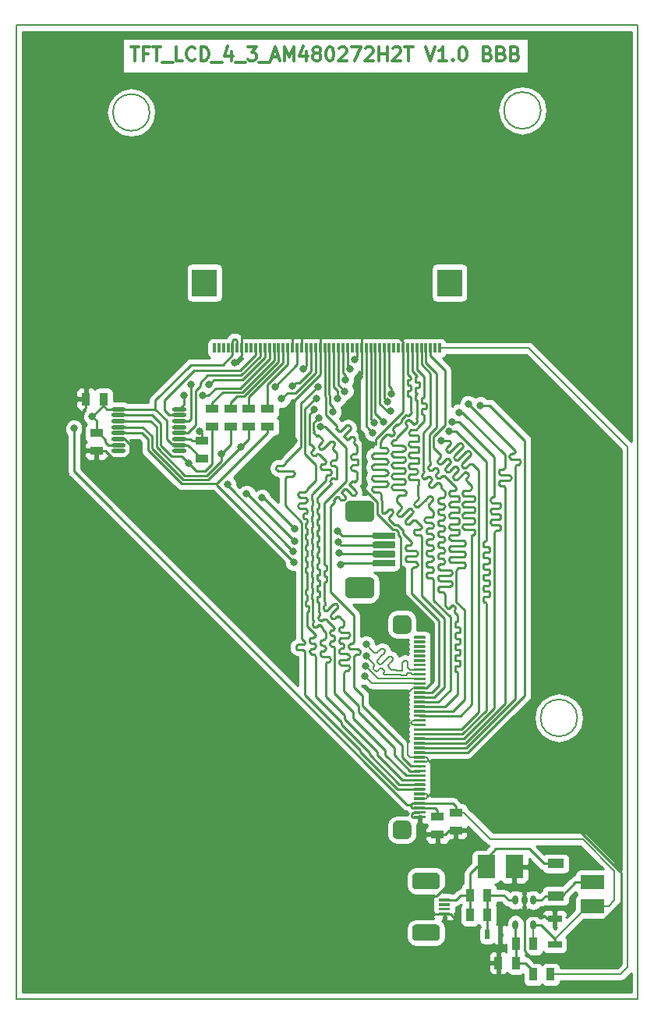
<source format=gbr>
%TF.GenerationSoftware,KiCad,Pcbnew,no-vcs-found-3ed106f~61~ubuntu16.04.1*%
%TF.CreationDate,2017-10-29T09:33:10+01:00*%
%TF.ProjectId,TFT_LCD_4_3_AM480272H2T_V1_0,5446545F4C43445F345F335F414D3438,V1_0*%
%TF.SameCoordinates,Original*%
%TF.FileFunction,Copper,L1,Top,Signal*%
%TF.FilePolarity,Positive*%
%FSLAX46Y46*%
G04 Gerber Fmt 4.6, Leading zero omitted, Abs format (unit mm)*
G04 Created by KiCad (PCBNEW no-vcs-found-3ed106f~61~ubuntu16.04.1) date Sun Oct 29 09:33:10 2017*
%MOMM*%
%LPD*%
G01*
G04 APERTURE LIST*
%TA.AperFunction,NonConductor*%
%ADD10C,0.150000*%
%TD*%
%TA.AperFunction,NonConductor*%
%ADD11C,0.300000*%
%TD*%
%TA.AperFunction,SMDPad,CuDef*%
%ADD12R,0.300000X1.000000*%
%TD*%
%TA.AperFunction,SMDPad,CuDef*%
%ADD13R,2.700000X3.000000*%
%TD*%
%TA.AperFunction,SMDPad,CuDef*%
%ADD14R,1.397000X0.889000*%
%TD*%
%TA.AperFunction,Conductor*%
%ADD15C,0.100000*%
%TD*%
%TA.AperFunction,SMDPad,CuDef*%
%ADD16C,2.000000*%
%TD*%
%TA.AperFunction,SMDPad,CuDef*%
%ADD17C,0.300000*%
%TD*%
%TA.AperFunction,SMDPad,CuDef*%
%ADD18R,1.950720X2.499360*%
%TD*%
%TA.AperFunction,SMDPad,CuDef*%
%ADD19R,1.500000X0.800000*%
%TD*%
%TA.AperFunction,SMDPad,CuDef*%
%ADD20R,0.889000X1.397000*%
%TD*%
%TA.AperFunction,SMDPad,CuDef*%
%ADD21R,1.800000X1.000000*%
%TD*%
%TA.AperFunction,SMDPad,CuDef*%
%ADD22R,2.600000X1.600000*%
%TD*%
%TA.AperFunction,SMDPad,CuDef*%
%ADD23R,0.600000X1.000000*%
%TD*%
%TA.AperFunction,SMDPad,CuDef*%
%ADD24O,0.650000X1.000760*%
%TD*%
%TA.AperFunction,SMDPad,CuDef*%
%ADD25C,1.800000*%
%TD*%
%TA.AperFunction,SMDPad,CuDef*%
%ADD26C,0.700000*%
%TD*%
%TA.AperFunction,SMDPad,CuDef*%
%ADD27C,2.300000*%
%TD*%
%TA.AperFunction,SMDPad,CuDef*%
%ADD28O,1.600200X0.450000*%
%TD*%
%TA.AperFunction,ViaPad*%
%ADD29C,0.800000*%
%TD*%
%TA.AperFunction,Conductor*%
%ADD30C,0.254000*%
%TD*%
%TA.AperFunction,Conductor*%
%ADD31C,0.200000*%
%TD*%
G04 APERTURE END LIST*
D10*
X131450000Y-47210000D02*
G75*
G03X131450000Y-47210000I-2000000J0D01*
G01*
X177900000Y-112940000D02*
G75*
G03X177900000Y-112940000I-2000000J0D01*
G01*
X173930000Y-46990000D02*
G75*
G03X173930000Y-46990000I-2000000J0D01*
G01*
X116960000Y-143450000D02*
X184460000Y-143450000D01*
X116960000Y-37750000D02*
X116960000Y-143450000D01*
D11*
X129382142Y-40103571D02*
X130239285Y-40103571D01*
X129810714Y-41603571D02*
X129810714Y-40103571D01*
X131239285Y-40817857D02*
X130739285Y-40817857D01*
X130739285Y-41603571D02*
X130739285Y-40103571D01*
X131453571Y-40103571D01*
X131810714Y-40103571D02*
X132667857Y-40103571D01*
X132239285Y-41603571D02*
X132239285Y-40103571D01*
X132810714Y-41746428D02*
X133953571Y-41746428D01*
X135025000Y-41603571D02*
X134310714Y-41603571D01*
X134310714Y-40103571D01*
X136382142Y-41460714D02*
X136310714Y-41532142D01*
X136096428Y-41603571D01*
X135953571Y-41603571D01*
X135739285Y-41532142D01*
X135596428Y-41389285D01*
X135525000Y-41246428D01*
X135453571Y-40960714D01*
X135453571Y-40746428D01*
X135525000Y-40460714D01*
X135596428Y-40317857D01*
X135739285Y-40175000D01*
X135953571Y-40103571D01*
X136096428Y-40103571D01*
X136310714Y-40175000D01*
X136382142Y-40246428D01*
X137025000Y-41603571D02*
X137025000Y-40103571D01*
X137382142Y-40103571D01*
X137596428Y-40175000D01*
X137739285Y-40317857D01*
X137810714Y-40460714D01*
X137882142Y-40746428D01*
X137882142Y-40960714D01*
X137810714Y-41246428D01*
X137739285Y-41389285D01*
X137596428Y-41532142D01*
X137382142Y-41603571D01*
X137025000Y-41603571D01*
X138167857Y-41746428D02*
X139310714Y-41746428D01*
X140310714Y-40603571D02*
X140310714Y-41603571D01*
X139953571Y-40032142D02*
X139596428Y-41103571D01*
X140525000Y-41103571D01*
X140739285Y-41746428D02*
X141882142Y-41746428D01*
X142096428Y-40103571D02*
X143025000Y-40103571D01*
X142525000Y-40675000D01*
X142739285Y-40675000D01*
X142882142Y-40746428D01*
X142953571Y-40817857D01*
X143025000Y-40960714D01*
X143025000Y-41317857D01*
X142953571Y-41460714D01*
X142882142Y-41532142D01*
X142739285Y-41603571D01*
X142310714Y-41603571D01*
X142167857Y-41532142D01*
X142096428Y-41460714D01*
X143310714Y-41746428D02*
X144453571Y-41746428D01*
X144739285Y-41175000D02*
X145453571Y-41175000D01*
X144596428Y-41603571D02*
X145096428Y-40103571D01*
X145596428Y-41603571D01*
X146096428Y-41603571D02*
X146096428Y-40103571D01*
X146596428Y-41175000D01*
X147096428Y-40103571D01*
X147096428Y-41603571D01*
X148453571Y-40603571D02*
X148453571Y-41603571D01*
X148096428Y-40032142D02*
X147739285Y-41103571D01*
X148667857Y-41103571D01*
X149453571Y-40746428D02*
X149310714Y-40675000D01*
X149239285Y-40603571D01*
X149167857Y-40460714D01*
X149167857Y-40389285D01*
X149239285Y-40246428D01*
X149310714Y-40175000D01*
X149453571Y-40103571D01*
X149739285Y-40103571D01*
X149882142Y-40175000D01*
X149953571Y-40246428D01*
X150025000Y-40389285D01*
X150025000Y-40460714D01*
X149953571Y-40603571D01*
X149882142Y-40675000D01*
X149739285Y-40746428D01*
X149453571Y-40746428D01*
X149310714Y-40817857D01*
X149239285Y-40889285D01*
X149167857Y-41032142D01*
X149167857Y-41317857D01*
X149239285Y-41460714D01*
X149310714Y-41532142D01*
X149453571Y-41603571D01*
X149739285Y-41603571D01*
X149882142Y-41532142D01*
X149953571Y-41460714D01*
X150025000Y-41317857D01*
X150025000Y-41032142D01*
X149953571Y-40889285D01*
X149882142Y-40817857D01*
X149739285Y-40746428D01*
X150953571Y-40103571D02*
X151096428Y-40103571D01*
X151239285Y-40175000D01*
X151310714Y-40246428D01*
X151382142Y-40389285D01*
X151453571Y-40675000D01*
X151453571Y-41032142D01*
X151382142Y-41317857D01*
X151310714Y-41460714D01*
X151239285Y-41532142D01*
X151096428Y-41603571D01*
X150953571Y-41603571D01*
X150810714Y-41532142D01*
X150739285Y-41460714D01*
X150667857Y-41317857D01*
X150596428Y-41032142D01*
X150596428Y-40675000D01*
X150667857Y-40389285D01*
X150739285Y-40246428D01*
X150810714Y-40175000D01*
X150953571Y-40103571D01*
X152025000Y-40246428D02*
X152096428Y-40175000D01*
X152239285Y-40103571D01*
X152596428Y-40103571D01*
X152739285Y-40175000D01*
X152810714Y-40246428D01*
X152882142Y-40389285D01*
X152882142Y-40532142D01*
X152810714Y-40746428D01*
X151953571Y-41603571D01*
X152882142Y-41603571D01*
X153382142Y-40103571D02*
X154382142Y-40103571D01*
X153739285Y-41603571D01*
X154882142Y-40246428D02*
X154953571Y-40175000D01*
X155096428Y-40103571D01*
X155453571Y-40103571D01*
X155596428Y-40175000D01*
X155667857Y-40246428D01*
X155739285Y-40389285D01*
X155739285Y-40532142D01*
X155667857Y-40746428D01*
X154810714Y-41603571D01*
X155739285Y-41603571D01*
X156382142Y-41603571D02*
X156382142Y-40103571D01*
X156382142Y-40817857D02*
X157239285Y-40817857D01*
X157239285Y-41603571D02*
X157239285Y-40103571D01*
X157882142Y-40246428D02*
X157953571Y-40175000D01*
X158096428Y-40103571D01*
X158453571Y-40103571D01*
X158596428Y-40175000D01*
X158667857Y-40246428D01*
X158739285Y-40389285D01*
X158739285Y-40532142D01*
X158667857Y-40746428D01*
X157810714Y-41603571D01*
X158739285Y-41603571D01*
X159167857Y-40103571D02*
X160025000Y-40103571D01*
X159596428Y-41603571D02*
X159596428Y-40103571D01*
X161453571Y-40103571D02*
X161953571Y-41603571D01*
X162453571Y-40103571D01*
X163739285Y-41603571D02*
X162882142Y-41603571D01*
X163310714Y-41603571D02*
X163310714Y-40103571D01*
X163167857Y-40317857D01*
X163025000Y-40460714D01*
X162882142Y-40532142D01*
X164382142Y-41460714D02*
X164453571Y-41532142D01*
X164382142Y-41603571D01*
X164310714Y-41532142D01*
X164382142Y-41460714D01*
X164382142Y-41603571D01*
X165382142Y-40103571D02*
X165525000Y-40103571D01*
X165667857Y-40175000D01*
X165739285Y-40246428D01*
X165810714Y-40389285D01*
X165882142Y-40675000D01*
X165882142Y-41032142D01*
X165810714Y-41317857D01*
X165739285Y-41460714D01*
X165667857Y-41532142D01*
X165525000Y-41603571D01*
X165382142Y-41603571D01*
X165239285Y-41532142D01*
X165167857Y-41460714D01*
X165096428Y-41317857D01*
X165025000Y-41032142D01*
X165025000Y-40675000D01*
X165096428Y-40389285D01*
X165167857Y-40246428D01*
X165239285Y-40175000D01*
X165382142Y-40103571D01*
X168167857Y-40817857D02*
X168382142Y-40889285D01*
X168453571Y-40960714D01*
X168525000Y-41103571D01*
X168525000Y-41317857D01*
X168453571Y-41460714D01*
X168382142Y-41532142D01*
X168239285Y-41603571D01*
X167667857Y-41603571D01*
X167667857Y-40103571D01*
X168167857Y-40103571D01*
X168310714Y-40175000D01*
X168382142Y-40246428D01*
X168453571Y-40389285D01*
X168453571Y-40532142D01*
X168382142Y-40675000D01*
X168310714Y-40746428D01*
X168167857Y-40817857D01*
X167667857Y-40817857D01*
X169667857Y-40817857D02*
X169882142Y-40889285D01*
X169953571Y-40960714D01*
X170025000Y-41103571D01*
X170025000Y-41317857D01*
X169953571Y-41460714D01*
X169882142Y-41532142D01*
X169739285Y-41603571D01*
X169167857Y-41603571D01*
X169167857Y-40103571D01*
X169667857Y-40103571D01*
X169810714Y-40175000D01*
X169882142Y-40246428D01*
X169953571Y-40389285D01*
X169953571Y-40532142D01*
X169882142Y-40675000D01*
X169810714Y-40746428D01*
X169667857Y-40817857D01*
X169167857Y-40817857D01*
X171167857Y-40817857D02*
X171382142Y-40889285D01*
X171453571Y-40960714D01*
X171525000Y-41103571D01*
X171525000Y-41317857D01*
X171453571Y-41460714D01*
X171382142Y-41532142D01*
X171239285Y-41603571D01*
X170667857Y-41603571D01*
X170667857Y-40103571D01*
X171167857Y-40103571D01*
X171310714Y-40175000D01*
X171382142Y-40246428D01*
X171453571Y-40389285D01*
X171453571Y-40532142D01*
X171382142Y-40675000D01*
X171310714Y-40746428D01*
X171167857Y-40817857D01*
X170667857Y-40817857D01*
D10*
X184460000Y-37750000D02*
X184460000Y-143450000D01*
X116960000Y-37750000D02*
X184460000Y-37750000D01*
D12*
%TO.P,P1,4*%
%TO.N,Net-(P1-Pad4)*%
X139960000Y-72800000D03*
%TO.P,P1,5*%
%TO.N,3V3*%
X140460000Y-72800000D03*
%TO.P,P1,3*%
%TO.N,Net-(P1-Pad3)*%
X139460000Y-72800000D03*
%TO.P,P1,2*%
%TO.N,N/C*%
X138960000Y-72800000D03*
%TO.P,P1,1*%
X138460000Y-72800000D03*
%TO.P,P1,6*%
%TO.N,3V3*%
X140960000Y-72800000D03*
%TO.P,P1,7*%
%TO.N,LCD_DB00_B0*%
X141460000Y-72800000D03*
%TO.P,P1,8*%
%TO.N,N/C*%
X141960000Y-72800000D03*
%TO.P,P1,9*%
X142460000Y-72800000D03*
%TO.P,P1,10*%
%TO.N,TSC_~CS*%
X142960000Y-72800000D03*
D13*
%TO.P,P1,0*%
%TO.N,N/C*%
X137410000Y-65700000D03*
D12*
%TO.P,P1,11*%
%TO.N,TSC_DOUT*%
X143460000Y-72800000D03*
%TO.P,P1,14*%
%TO.N,TSC_RES_ADC3*%
X144960000Y-72800000D03*
%TO.P,P1,15*%
%TO.N,TSC_RES_ADC2*%
X145460000Y-72800000D03*
%TO.P,P1,13*%
%TO.N,TSC_DCLK*%
X144460000Y-72800000D03*
%TO.P,P1,12*%
%TO.N,TSC_DI*%
X143960000Y-72800000D03*
%TO.P,P1,20*%
%TO.N,LCD_DB00_B0*%
X147960000Y-72800000D03*
%TO.P,P1,16*%
%TO.N,TSC_RES_ADC1*%
X145960000Y-72800000D03*
%TO.P,P1,17*%
%TO.N,TSC_RES_ADC0*%
X146460000Y-72800000D03*
%TO.P,P1,18*%
%TO.N,LCD_DB00_B0*%
X146960000Y-72800000D03*
%TO.P,P1,19*%
%TO.N,LCD_DCLK*%
X147460000Y-72800000D03*
%TO.P,P1,22*%
%TO.N,LCD_HSYNC*%
X148960000Y-72800000D03*
%TO.P,P1,23*%
%TO.N,LCD_DISP*%
X149460000Y-72800000D03*
%TO.P,P1,21*%
%TO.N,LCD_VSYNC*%
X148460000Y-72800000D03*
%TO.P,P1,24*%
%TO.N,LCD_DB00_B0*%
X149960000Y-72800000D03*
%TO.P,P1,29*%
%TO.N,LCD_DB19_R3*%
X152460000Y-72800000D03*
%TO.P,P1,32*%
%TO.N,TSC_~INT*%
X153960000Y-72800000D03*
%TO.P,P1,30*%
%TO.N,LCD_DB18_R2*%
X152960000Y-72800000D03*
%TO.P,P1,31*%
%TO.N,N/C*%
X153460000Y-72800000D03*
%TO.P,P1,28*%
%TO.N,LCD_DB20_R4*%
X151960000Y-72800000D03*
%TO.P,P1,25*%
%TO.N,LCD_DB23_R7*%
X150460000Y-72800000D03*
%TO.P,P1,27*%
%TO.N,LCD_DB21_R5*%
X151460000Y-72800000D03*
%TO.P,P1,26*%
%TO.N,LCD_DB22_R6*%
X150960000Y-72800000D03*
%TO.P,P1,40*%
%TO.N,Net-(P1-Pad40)*%
X157960000Y-72800000D03*
%TO.P,P1,33*%
%TO.N,LCD_DB00_B0*%
X154460000Y-72800000D03*
%TO.P,P1,34*%
%TO.N,LCD_DB15_G7*%
X154960000Y-72800000D03*
%TO.P,P1,35*%
%TO.N,LCD_DB14_G6*%
X155460000Y-72800000D03*
%TO.P,P1,38*%
%TO.N,LCD_DB11_G3*%
X156960000Y-72800000D03*
%TO.P,P1,36*%
%TO.N,LCD_DB13_G5*%
X155960000Y-72800000D03*
%TO.P,P1,37*%
%TO.N,LCD_DB12_G4*%
X156460000Y-72800000D03*
%TO.P,P1,39*%
%TO.N,LCD_DB10_G2*%
X157460000Y-72800000D03*
%TO.P,P1,43*%
%TO.N,LCD_DB07_B7*%
X159460000Y-72800000D03*
%TO.P,P1,44*%
%TO.N,LCD_DB06_B6*%
X159960000Y-72800000D03*
%TO.P,P1,45*%
%TO.N,LCD_DB05_B5*%
X160460000Y-72800000D03*
%TO.P,P1,42*%
%TO.N,LCD_DB00_B0*%
X158960000Y-72800000D03*
%TO.P,P1,41*%
%TO.N,Net-(P1-Pad41)*%
X158460000Y-72800000D03*
%TO.P,P1,46*%
%TO.N,LCD_DB04_B4*%
X160960000Y-72800000D03*
%TO.P,P1,47*%
%TO.N,LCD_DB03_B3*%
X161460000Y-72800000D03*
%TO.P,P1,50*%
%TO.N,LCD_PWM*%
X162960000Y-72800000D03*
%TO.P,P1,48*%
%TO.N,LCD_DB02_B2*%
X161960000Y-72800000D03*
%TO.P,P1,49*%
%TO.N,Net-(P1-Pad49)*%
X162460000Y-72800000D03*
D13*
%TO.P,P1,0*%
%TO.N,N/C*%
X164010000Y-65700000D03*
%TD*%
D14*
%TO.P,C6,1*%
%TO.N,LCD_DB00_B0*%
X125675000Y-83927500D03*
%TO.P,C6,2*%
%TO.N,3V3*%
X125675000Y-82022500D03*
%TD*%
D15*
%TO.N,N/C*%
%TO.C,P2*%
G36*
X159409009Y-124092408D02*
X159457545Y-124099607D01*
X159505142Y-124111530D01*
X159551342Y-124128060D01*
X159595698Y-124149039D01*
X159637785Y-124174265D01*
X159677197Y-124203495D01*
X159713553Y-124236447D01*
X159746505Y-124272803D01*
X159775735Y-124312215D01*
X159800961Y-124354302D01*
X159821940Y-124398658D01*
X159838470Y-124444858D01*
X159850393Y-124492455D01*
X159857592Y-124540991D01*
X159860000Y-124590000D01*
X159860000Y-125590000D01*
X159857592Y-125639009D01*
X159850393Y-125687545D01*
X159838470Y-125735142D01*
X159821940Y-125781342D01*
X159800961Y-125825698D01*
X159775735Y-125867785D01*
X159746505Y-125907197D01*
X159713553Y-125943553D01*
X159677197Y-125976505D01*
X159637785Y-126005735D01*
X159595698Y-126030961D01*
X159551342Y-126051940D01*
X159505142Y-126068470D01*
X159457545Y-126080393D01*
X159409009Y-126087592D01*
X159360000Y-126090000D01*
X158360000Y-126090000D01*
X158310991Y-126087592D01*
X158262455Y-126080393D01*
X158214858Y-126068470D01*
X158168658Y-126051940D01*
X158124302Y-126030961D01*
X158082215Y-126005735D01*
X158042803Y-125976505D01*
X158006447Y-125943553D01*
X157973495Y-125907197D01*
X157944265Y-125867785D01*
X157919039Y-125825698D01*
X157898060Y-125781342D01*
X157881530Y-125735142D01*
X157869607Y-125687545D01*
X157862408Y-125639009D01*
X157860000Y-125590000D01*
X157860000Y-124590000D01*
X157862408Y-124540991D01*
X157869607Y-124492455D01*
X157881530Y-124444858D01*
X157898060Y-124398658D01*
X157919039Y-124354302D01*
X157944265Y-124312215D01*
X157973495Y-124272803D01*
X158006447Y-124236447D01*
X158042803Y-124203495D01*
X158082215Y-124174265D01*
X158124302Y-124149039D01*
X158168658Y-124128060D01*
X158214858Y-124111530D01*
X158262455Y-124099607D01*
X158310991Y-124092408D01*
X158360000Y-124090000D01*
X159360000Y-124090000D01*
X159409009Y-124092408D01*
X159409009Y-124092408D01*
G37*
D16*
%TD*%
%TO.P,P2,0*%
%TO.N,N/C*%
X158860000Y-125090000D03*
D15*
%TO.N,Net-(P2-Pad37)*%
%TO.C,P2*%
G36*
X161317351Y-105550361D02*
X161324632Y-105551441D01*
X161331771Y-105553229D01*
X161338701Y-105555709D01*
X161345355Y-105558856D01*
X161351668Y-105562640D01*
X161357579Y-105567024D01*
X161363033Y-105571967D01*
X161367976Y-105577421D01*
X161372360Y-105583332D01*
X161376144Y-105589645D01*
X161379291Y-105596299D01*
X161381771Y-105603229D01*
X161383559Y-105610368D01*
X161384639Y-105617649D01*
X161385000Y-105625000D01*
X161385000Y-105775000D01*
X161384639Y-105782351D01*
X161383559Y-105789632D01*
X161381771Y-105796771D01*
X161379291Y-105803701D01*
X161376144Y-105810355D01*
X161372360Y-105816668D01*
X161367976Y-105822579D01*
X161363033Y-105828033D01*
X161357579Y-105832976D01*
X161351668Y-105837360D01*
X161345355Y-105841144D01*
X161338701Y-105844291D01*
X161331771Y-105846771D01*
X161324632Y-105848559D01*
X161317351Y-105849639D01*
X161310000Y-105850000D01*
X160210000Y-105850000D01*
X160202649Y-105849639D01*
X160195368Y-105848559D01*
X160188229Y-105846771D01*
X160181299Y-105844291D01*
X160174645Y-105841144D01*
X160168332Y-105837360D01*
X160162421Y-105832976D01*
X160156967Y-105828033D01*
X160152024Y-105822579D01*
X160147640Y-105816668D01*
X160143856Y-105810355D01*
X160140709Y-105803701D01*
X160138229Y-105796771D01*
X160136441Y-105789632D01*
X160135361Y-105782351D01*
X160135000Y-105775000D01*
X160135000Y-105625000D01*
X160135361Y-105617649D01*
X160136441Y-105610368D01*
X160138229Y-105603229D01*
X160140709Y-105596299D01*
X160143856Y-105589645D01*
X160147640Y-105583332D01*
X160152024Y-105577421D01*
X160156967Y-105571967D01*
X160162421Y-105567024D01*
X160168332Y-105562640D01*
X160174645Y-105558856D01*
X160181299Y-105555709D01*
X160188229Y-105553229D01*
X160195368Y-105551441D01*
X160202649Y-105550361D01*
X160210000Y-105550000D01*
X161310000Y-105550000D01*
X161317351Y-105550361D01*
X161317351Y-105550361D01*
G37*
D17*
%TD*%
%TO.P,P2,37*%
%TO.N,Net-(P2-Pad37)*%
X160760000Y-105700000D03*
D15*
%TO.N,N/C*%
%TO.C,P2*%
G36*
X159409009Y-101812408D02*
X159457545Y-101819607D01*
X159505142Y-101831530D01*
X159551342Y-101848060D01*
X159595698Y-101869039D01*
X159637785Y-101894265D01*
X159677197Y-101923495D01*
X159713553Y-101956447D01*
X159746505Y-101992803D01*
X159775735Y-102032215D01*
X159800961Y-102074302D01*
X159821940Y-102118658D01*
X159838470Y-102164858D01*
X159850393Y-102212455D01*
X159857592Y-102260991D01*
X159860000Y-102310000D01*
X159860000Y-103310000D01*
X159857592Y-103359009D01*
X159850393Y-103407545D01*
X159838470Y-103455142D01*
X159821940Y-103501342D01*
X159800961Y-103545698D01*
X159775735Y-103587785D01*
X159746505Y-103627197D01*
X159713553Y-103663553D01*
X159677197Y-103696505D01*
X159637785Y-103725735D01*
X159595698Y-103750961D01*
X159551342Y-103771940D01*
X159505142Y-103788470D01*
X159457545Y-103800393D01*
X159409009Y-103807592D01*
X159360000Y-103810000D01*
X158360000Y-103810000D01*
X158310991Y-103807592D01*
X158262455Y-103800393D01*
X158214858Y-103788470D01*
X158168658Y-103771940D01*
X158124302Y-103750961D01*
X158082215Y-103725735D01*
X158042803Y-103696505D01*
X158006447Y-103663553D01*
X157973495Y-103627197D01*
X157944265Y-103587785D01*
X157919039Y-103545698D01*
X157898060Y-103501342D01*
X157881530Y-103455142D01*
X157869607Y-103407545D01*
X157862408Y-103359009D01*
X157860000Y-103310000D01*
X157860000Y-102310000D01*
X157862408Y-102260991D01*
X157869607Y-102212455D01*
X157881530Y-102164858D01*
X157898060Y-102118658D01*
X157919039Y-102074302D01*
X157944265Y-102032215D01*
X157973495Y-101992803D01*
X158006447Y-101956447D01*
X158042803Y-101923495D01*
X158082215Y-101894265D01*
X158124302Y-101869039D01*
X158168658Y-101848060D01*
X158214858Y-101831530D01*
X158262455Y-101819607D01*
X158310991Y-101812408D01*
X158360000Y-101810000D01*
X159360000Y-101810000D01*
X159409009Y-101812408D01*
X159409009Y-101812408D01*
G37*
D16*
%TD*%
%TO.P,P2,0*%
%TO.N,N/C*%
X158860000Y-102810000D03*
D15*
%TO.N,Net-(P2-Pad34)*%
%TO.C,P2*%
G36*
X161317351Y-107050361D02*
X161324632Y-107051441D01*
X161331771Y-107053229D01*
X161338701Y-107055709D01*
X161345355Y-107058856D01*
X161351668Y-107062640D01*
X161357579Y-107067024D01*
X161363033Y-107071967D01*
X161367976Y-107077421D01*
X161372360Y-107083332D01*
X161376144Y-107089645D01*
X161379291Y-107096299D01*
X161381771Y-107103229D01*
X161383559Y-107110368D01*
X161384639Y-107117649D01*
X161385000Y-107125000D01*
X161385000Y-107275000D01*
X161384639Y-107282351D01*
X161383559Y-107289632D01*
X161381771Y-107296771D01*
X161379291Y-107303701D01*
X161376144Y-107310355D01*
X161372360Y-107316668D01*
X161367976Y-107322579D01*
X161363033Y-107328033D01*
X161357579Y-107332976D01*
X161351668Y-107337360D01*
X161345355Y-107341144D01*
X161338701Y-107344291D01*
X161331771Y-107346771D01*
X161324632Y-107348559D01*
X161317351Y-107349639D01*
X161310000Y-107350000D01*
X160210000Y-107350000D01*
X160202649Y-107349639D01*
X160195368Y-107348559D01*
X160188229Y-107346771D01*
X160181299Y-107344291D01*
X160174645Y-107341144D01*
X160168332Y-107337360D01*
X160162421Y-107332976D01*
X160156967Y-107328033D01*
X160152024Y-107322579D01*
X160147640Y-107316668D01*
X160143856Y-107310355D01*
X160140709Y-107303701D01*
X160138229Y-107296771D01*
X160136441Y-107289632D01*
X160135361Y-107282351D01*
X160135000Y-107275000D01*
X160135000Y-107125000D01*
X160135361Y-107117649D01*
X160136441Y-107110368D01*
X160138229Y-107103229D01*
X160140709Y-107096299D01*
X160143856Y-107089645D01*
X160147640Y-107083332D01*
X160152024Y-107077421D01*
X160156967Y-107071967D01*
X160162421Y-107067024D01*
X160168332Y-107062640D01*
X160174645Y-107058856D01*
X160181299Y-107055709D01*
X160188229Y-107053229D01*
X160195368Y-107051441D01*
X160202649Y-107050361D01*
X160210000Y-107050000D01*
X161310000Y-107050000D01*
X161317351Y-107050361D01*
X161317351Y-107050361D01*
G37*
D17*
%TD*%
%TO.P,P2,34*%
%TO.N,Net-(P2-Pad34)*%
X160760000Y-107200000D03*
D15*
%TO.N,Net-(P2-Pad39)*%
%TO.C,P2*%
G36*
X161317351Y-104550361D02*
X161324632Y-104551441D01*
X161331771Y-104553229D01*
X161338701Y-104555709D01*
X161345355Y-104558856D01*
X161351668Y-104562640D01*
X161357579Y-104567024D01*
X161363033Y-104571967D01*
X161367976Y-104577421D01*
X161372360Y-104583332D01*
X161376144Y-104589645D01*
X161379291Y-104596299D01*
X161381771Y-104603229D01*
X161383559Y-104610368D01*
X161384639Y-104617649D01*
X161385000Y-104625000D01*
X161385000Y-104775000D01*
X161384639Y-104782351D01*
X161383559Y-104789632D01*
X161381771Y-104796771D01*
X161379291Y-104803701D01*
X161376144Y-104810355D01*
X161372360Y-104816668D01*
X161367976Y-104822579D01*
X161363033Y-104828033D01*
X161357579Y-104832976D01*
X161351668Y-104837360D01*
X161345355Y-104841144D01*
X161338701Y-104844291D01*
X161331771Y-104846771D01*
X161324632Y-104848559D01*
X161317351Y-104849639D01*
X161310000Y-104850000D01*
X160210000Y-104850000D01*
X160202649Y-104849639D01*
X160195368Y-104848559D01*
X160188229Y-104846771D01*
X160181299Y-104844291D01*
X160174645Y-104841144D01*
X160168332Y-104837360D01*
X160162421Y-104832976D01*
X160156967Y-104828033D01*
X160152024Y-104822579D01*
X160147640Y-104816668D01*
X160143856Y-104810355D01*
X160140709Y-104803701D01*
X160138229Y-104796771D01*
X160136441Y-104789632D01*
X160135361Y-104782351D01*
X160135000Y-104775000D01*
X160135000Y-104625000D01*
X160135361Y-104617649D01*
X160136441Y-104610368D01*
X160138229Y-104603229D01*
X160140709Y-104596299D01*
X160143856Y-104589645D01*
X160147640Y-104583332D01*
X160152024Y-104577421D01*
X160156967Y-104571967D01*
X160162421Y-104567024D01*
X160168332Y-104562640D01*
X160174645Y-104558856D01*
X160181299Y-104555709D01*
X160188229Y-104553229D01*
X160195368Y-104551441D01*
X160202649Y-104550361D01*
X160210000Y-104550000D01*
X161310000Y-104550000D01*
X161317351Y-104550361D01*
X161317351Y-104550361D01*
G37*
D17*
%TD*%
%TO.P,P2,39*%
%TO.N,Net-(P2-Pad39)*%
X160760000Y-104700000D03*
D15*
%TO.N,LCD_VSYNC*%
%TO.C,P2*%
G36*
X161317351Y-107550361D02*
X161324632Y-107551441D01*
X161331771Y-107553229D01*
X161338701Y-107555709D01*
X161345355Y-107558856D01*
X161351668Y-107562640D01*
X161357579Y-107567024D01*
X161363033Y-107571967D01*
X161367976Y-107577421D01*
X161372360Y-107583332D01*
X161376144Y-107589645D01*
X161379291Y-107596299D01*
X161381771Y-107603229D01*
X161383559Y-107610368D01*
X161384639Y-107617649D01*
X161385000Y-107625000D01*
X161385000Y-107775000D01*
X161384639Y-107782351D01*
X161383559Y-107789632D01*
X161381771Y-107796771D01*
X161379291Y-107803701D01*
X161376144Y-107810355D01*
X161372360Y-107816668D01*
X161367976Y-107822579D01*
X161363033Y-107828033D01*
X161357579Y-107832976D01*
X161351668Y-107837360D01*
X161345355Y-107841144D01*
X161338701Y-107844291D01*
X161331771Y-107846771D01*
X161324632Y-107848559D01*
X161317351Y-107849639D01*
X161310000Y-107850000D01*
X160210000Y-107850000D01*
X160202649Y-107849639D01*
X160195368Y-107848559D01*
X160188229Y-107846771D01*
X160181299Y-107844291D01*
X160174645Y-107841144D01*
X160168332Y-107837360D01*
X160162421Y-107832976D01*
X160156967Y-107828033D01*
X160152024Y-107822579D01*
X160147640Y-107816668D01*
X160143856Y-107810355D01*
X160140709Y-107803701D01*
X160138229Y-107796771D01*
X160136441Y-107789632D01*
X160135361Y-107782351D01*
X160135000Y-107775000D01*
X160135000Y-107625000D01*
X160135361Y-107617649D01*
X160136441Y-107610368D01*
X160138229Y-107603229D01*
X160140709Y-107596299D01*
X160143856Y-107589645D01*
X160147640Y-107583332D01*
X160152024Y-107577421D01*
X160156967Y-107571967D01*
X160162421Y-107567024D01*
X160168332Y-107562640D01*
X160174645Y-107558856D01*
X160181299Y-107555709D01*
X160188229Y-107553229D01*
X160195368Y-107551441D01*
X160202649Y-107550361D01*
X160210000Y-107550000D01*
X161310000Y-107550000D01*
X161317351Y-107550361D01*
X161317351Y-107550361D01*
G37*
D17*
%TD*%
%TO.P,P2,33*%
%TO.N,LCD_VSYNC*%
X160760000Y-107700000D03*
D15*
%TO.N,Net-(P2-Pad38)*%
%TO.C,P2*%
G36*
X161317351Y-105050361D02*
X161324632Y-105051441D01*
X161331771Y-105053229D01*
X161338701Y-105055709D01*
X161345355Y-105058856D01*
X161351668Y-105062640D01*
X161357579Y-105067024D01*
X161363033Y-105071967D01*
X161367976Y-105077421D01*
X161372360Y-105083332D01*
X161376144Y-105089645D01*
X161379291Y-105096299D01*
X161381771Y-105103229D01*
X161383559Y-105110368D01*
X161384639Y-105117649D01*
X161385000Y-105125000D01*
X161385000Y-105275000D01*
X161384639Y-105282351D01*
X161383559Y-105289632D01*
X161381771Y-105296771D01*
X161379291Y-105303701D01*
X161376144Y-105310355D01*
X161372360Y-105316668D01*
X161367976Y-105322579D01*
X161363033Y-105328033D01*
X161357579Y-105332976D01*
X161351668Y-105337360D01*
X161345355Y-105341144D01*
X161338701Y-105344291D01*
X161331771Y-105346771D01*
X161324632Y-105348559D01*
X161317351Y-105349639D01*
X161310000Y-105350000D01*
X160210000Y-105350000D01*
X160202649Y-105349639D01*
X160195368Y-105348559D01*
X160188229Y-105346771D01*
X160181299Y-105344291D01*
X160174645Y-105341144D01*
X160168332Y-105337360D01*
X160162421Y-105332976D01*
X160156967Y-105328033D01*
X160152024Y-105322579D01*
X160147640Y-105316668D01*
X160143856Y-105310355D01*
X160140709Y-105303701D01*
X160138229Y-105296771D01*
X160136441Y-105289632D01*
X160135361Y-105282351D01*
X160135000Y-105275000D01*
X160135000Y-105125000D01*
X160135361Y-105117649D01*
X160136441Y-105110368D01*
X160138229Y-105103229D01*
X160140709Y-105096299D01*
X160143856Y-105089645D01*
X160147640Y-105083332D01*
X160152024Y-105077421D01*
X160156967Y-105071967D01*
X160162421Y-105067024D01*
X160168332Y-105062640D01*
X160174645Y-105058856D01*
X160181299Y-105055709D01*
X160188229Y-105053229D01*
X160195368Y-105051441D01*
X160202649Y-105050361D01*
X160210000Y-105050000D01*
X161310000Y-105050000D01*
X161317351Y-105050361D01*
X161317351Y-105050361D01*
G37*
D17*
%TD*%
%TO.P,P2,38*%
%TO.N,Net-(P2-Pad38)*%
X160760000Y-105200000D03*
D15*
%TO.N,Net-(P2-Pad40)*%
%TO.C,P2*%
G36*
X161317351Y-104050361D02*
X161324632Y-104051441D01*
X161331771Y-104053229D01*
X161338701Y-104055709D01*
X161345355Y-104058856D01*
X161351668Y-104062640D01*
X161357579Y-104067024D01*
X161363033Y-104071967D01*
X161367976Y-104077421D01*
X161372360Y-104083332D01*
X161376144Y-104089645D01*
X161379291Y-104096299D01*
X161381771Y-104103229D01*
X161383559Y-104110368D01*
X161384639Y-104117649D01*
X161385000Y-104125000D01*
X161385000Y-104275000D01*
X161384639Y-104282351D01*
X161383559Y-104289632D01*
X161381771Y-104296771D01*
X161379291Y-104303701D01*
X161376144Y-104310355D01*
X161372360Y-104316668D01*
X161367976Y-104322579D01*
X161363033Y-104328033D01*
X161357579Y-104332976D01*
X161351668Y-104337360D01*
X161345355Y-104341144D01*
X161338701Y-104344291D01*
X161331771Y-104346771D01*
X161324632Y-104348559D01*
X161317351Y-104349639D01*
X161310000Y-104350000D01*
X160210000Y-104350000D01*
X160202649Y-104349639D01*
X160195368Y-104348559D01*
X160188229Y-104346771D01*
X160181299Y-104344291D01*
X160174645Y-104341144D01*
X160168332Y-104337360D01*
X160162421Y-104332976D01*
X160156967Y-104328033D01*
X160152024Y-104322579D01*
X160147640Y-104316668D01*
X160143856Y-104310355D01*
X160140709Y-104303701D01*
X160138229Y-104296771D01*
X160136441Y-104289632D01*
X160135361Y-104282351D01*
X160135000Y-104275000D01*
X160135000Y-104125000D01*
X160135361Y-104117649D01*
X160136441Y-104110368D01*
X160138229Y-104103229D01*
X160140709Y-104096299D01*
X160143856Y-104089645D01*
X160147640Y-104083332D01*
X160152024Y-104077421D01*
X160156967Y-104071967D01*
X160162421Y-104067024D01*
X160168332Y-104062640D01*
X160174645Y-104058856D01*
X160181299Y-104055709D01*
X160188229Y-104053229D01*
X160195368Y-104051441D01*
X160202649Y-104050361D01*
X160210000Y-104050000D01*
X161310000Y-104050000D01*
X161317351Y-104050361D01*
X161317351Y-104050361D01*
G37*
D17*
%TD*%
%TO.P,P2,40*%
%TO.N,Net-(P2-Pad40)*%
X160760000Y-104200000D03*
D15*
%TO.N,Net-(P2-Pad36)*%
%TO.C,P2*%
G36*
X161317351Y-106050361D02*
X161324632Y-106051441D01*
X161331771Y-106053229D01*
X161338701Y-106055709D01*
X161345355Y-106058856D01*
X161351668Y-106062640D01*
X161357579Y-106067024D01*
X161363033Y-106071967D01*
X161367976Y-106077421D01*
X161372360Y-106083332D01*
X161376144Y-106089645D01*
X161379291Y-106096299D01*
X161381771Y-106103229D01*
X161383559Y-106110368D01*
X161384639Y-106117649D01*
X161385000Y-106125000D01*
X161385000Y-106275000D01*
X161384639Y-106282351D01*
X161383559Y-106289632D01*
X161381771Y-106296771D01*
X161379291Y-106303701D01*
X161376144Y-106310355D01*
X161372360Y-106316668D01*
X161367976Y-106322579D01*
X161363033Y-106328033D01*
X161357579Y-106332976D01*
X161351668Y-106337360D01*
X161345355Y-106341144D01*
X161338701Y-106344291D01*
X161331771Y-106346771D01*
X161324632Y-106348559D01*
X161317351Y-106349639D01*
X161310000Y-106350000D01*
X160210000Y-106350000D01*
X160202649Y-106349639D01*
X160195368Y-106348559D01*
X160188229Y-106346771D01*
X160181299Y-106344291D01*
X160174645Y-106341144D01*
X160168332Y-106337360D01*
X160162421Y-106332976D01*
X160156967Y-106328033D01*
X160152024Y-106322579D01*
X160147640Y-106316668D01*
X160143856Y-106310355D01*
X160140709Y-106303701D01*
X160138229Y-106296771D01*
X160136441Y-106289632D01*
X160135361Y-106282351D01*
X160135000Y-106275000D01*
X160135000Y-106125000D01*
X160135361Y-106117649D01*
X160136441Y-106110368D01*
X160138229Y-106103229D01*
X160140709Y-106096299D01*
X160143856Y-106089645D01*
X160147640Y-106083332D01*
X160152024Y-106077421D01*
X160156967Y-106071967D01*
X160162421Y-106067024D01*
X160168332Y-106062640D01*
X160174645Y-106058856D01*
X160181299Y-106055709D01*
X160188229Y-106053229D01*
X160195368Y-106051441D01*
X160202649Y-106050361D01*
X160210000Y-106050000D01*
X161310000Y-106050000D01*
X161317351Y-106050361D01*
X161317351Y-106050361D01*
G37*
D17*
%TD*%
%TO.P,P2,36*%
%TO.N,Net-(P2-Pad36)*%
X160760000Y-106200000D03*
D15*
%TO.N,Net-(P2-Pad35)*%
%TO.C,P2*%
G36*
X161317351Y-106550361D02*
X161324632Y-106551441D01*
X161331771Y-106553229D01*
X161338701Y-106555709D01*
X161345355Y-106558856D01*
X161351668Y-106562640D01*
X161357579Y-106567024D01*
X161363033Y-106571967D01*
X161367976Y-106577421D01*
X161372360Y-106583332D01*
X161376144Y-106589645D01*
X161379291Y-106596299D01*
X161381771Y-106603229D01*
X161383559Y-106610368D01*
X161384639Y-106617649D01*
X161385000Y-106625000D01*
X161385000Y-106775000D01*
X161384639Y-106782351D01*
X161383559Y-106789632D01*
X161381771Y-106796771D01*
X161379291Y-106803701D01*
X161376144Y-106810355D01*
X161372360Y-106816668D01*
X161367976Y-106822579D01*
X161363033Y-106828033D01*
X161357579Y-106832976D01*
X161351668Y-106837360D01*
X161345355Y-106841144D01*
X161338701Y-106844291D01*
X161331771Y-106846771D01*
X161324632Y-106848559D01*
X161317351Y-106849639D01*
X161310000Y-106850000D01*
X160210000Y-106850000D01*
X160202649Y-106849639D01*
X160195368Y-106848559D01*
X160188229Y-106846771D01*
X160181299Y-106844291D01*
X160174645Y-106841144D01*
X160168332Y-106837360D01*
X160162421Y-106832976D01*
X160156967Y-106828033D01*
X160152024Y-106822579D01*
X160147640Y-106816668D01*
X160143856Y-106810355D01*
X160140709Y-106803701D01*
X160138229Y-106796771D01*
X160136441Y-106789632D01*
X160135361Y-106782351D01*
X160135000Y-106775000D01*
X160135000Y-106625000D01*
X160135361Y-106617649D01*
X160136441Y-106610368D01*
X160138229Y-106603229D01*
X160140709Y-106596299D01*
X160143856Y-106589645D01*
X160147640Y-106583332D01*
X160152024Y-106577421D01*
X160156967Y-106571967D01*
X160162421Y-106567024D01*
X160168332Y-106562640D01*
X160174645Y-106558856D01*
X160181299Y-106555709D01*
X160188229Y-106553229D01*
X160195368Y-106551441D01*
X160202649Y-106550361D01*
X160210000Y-106550000D01*
X161310000Y-106550000D01*
X161317351Y-106550361D01*
X161317351Y-106550361D01*
G37*
D17*
%TD*%
%TO.P,P2,35*%
%TO.N,Net-(P2-Pad35)*%
X160760000Y-106700000D03*
D15*
%TO.N,LCD_DB03_B3*%
%TO.C,P2*%
G36*
X161317351Y-112050361D02*
X161324632Y-112051441D01*
X161331771Y-112053229D01*
X161338701Y-112055709D01*
X161345355Y-112058856D01*
X161351668Y-112062640D01*
X161357579Y-112067024D01*
X161363033Y-112071967D01*
X161367976Y-112077421D01*
X161372360Y-112083332D01*
X161376144Y-112089645D01*
X161379291Y-112096299D01*
X161381771Y-112103229D01*
X161383559Y-112110368D01*
X161384639Y-112117649D01*
X161385000Y-112125000D01*
X161385000Y-112275000D01*
X161384639Y-112282351D01*
X161383559Y-112289632D01*
X161381771Y-112296771D01*
X161379291Y-112303701D01*
X161376144Y-112310355D01*
X161372360Y-112316668D01*
X161367976Y-112322579D01*
X161363033Y-112328033D01*
X161357579Y-112332976D01*
X161351668Y-112337360D01*
X161345355Y-112341144D01*
X161338701Y-112344291D01*
X161331771Y-112346771D01*
X161324632Y-112348559D01*
X161317351Y-112349639D01*
X161310000Y-112350000D01*
X160210000Y-112350000D01*
X160202649Y-112349639D01*
X160195368Y-112348559D01*
X160188229Y-112346771D01*
X160181299Y-112344291D01*
X160174645Y-112341144D01*
X160168332Y-112337360D01*
X160162421Y-112332976D01*
X160156967Y-112328033D01*
X160152024Y-112322579D01*
X160147640Y-112316668D01*
X160143856Y-112310355D01*
X160140709Y-112303701D01*
X160138229Y-112296771D01*
X160136441Y-112289632D01*
X160135361Y-112282351D01*
X160135000Y-112275000D01*
X160135000Y-112125000D01*
X160135361Y-112117649D01*
X160136441Y-112110368D01*
X160138229Y-112103229D01*
X160140709Y-112096299D01*
X160143856Y-112089645D01*
X160147640Y-112083332D01*
X160152024Y-112077421D01*
X160156967Y-112071967D01*
X160162421Y-112067024D01*
X160168332Y-112062640D01*
X160174645Y-112058856D01*
X160181299Y-112055709D01*
X160188229Y-112053229D01*
X160195368Y-112051441D01*
X160202649Y-112050361D01*
X160210000Y-112050000D01*
X161310000Y-112050000D01*
X161317351Y-112050361D01*
X161317351Y-112050361D01*
G37*
D17*
%TD*%
%TO.P,P2,24*%
%TO.N,LCD_DB03_B3*%
X160760000Y-112200000D03*
D15*
%TO.N,LCD_DB04_B4*%
%TO.C,P2*%
G36*
X161317351Y-111550361D02*
X161324632Y-111551441D01*
X161331771Y-111553229D01*
X161338701Y-111555709D01*
X161345355Y-111558856D01*
X161351668Y-111562640D01*
X161357579Y-111567024D01*
X161363033Y-111571967D01*
X161367976Y-111577421D01*
X161372360Y-111583332D01*
X161376144Y-111589645D01*
X161379291Y-111596299D01*
X161381771Y-111603229D01*
X161383559Y-111610368D01*
X161384639Y-111617649D01*
X161385000Y-111625000D01*
X161385000Y-111775000D01*
X161384639Y-111782351D01*
X161383559Y-111789632D01*
X161381771Y-111796771D01*
X161379291Y-111803701D01*
X161376144Y-111810355D01*
X161372360Y-111816668D01*
X161367976Y-111822579D01*
X161363033Y-111828033D01*
X161357579Y-111832976D01*
X161351668Y-111837360D01*
X161345355Y-111841144D01*
X161338701Y-111844291D01*
X161331771Y-111846771D01*
X161324632Y-111848559D01*
X161317351Y-111849639D01*
X161310000Y-111850000D01*
X160210000Y-111850000D01*
X160202649Y-111849639D01*
X160195368Y-111848559D01*
X160188229Y-111846771D01*
X160181299Y-111844291D01*
X160174645Y-111841144D01*
X160168332Y-111837360D01*
X160162421Y-111832976D01*
X160156967Y-111828033D01*
X160152024Y-111822579D01*
X160147640Y-111816668D01*
X160143856Y-111810355D01*
X160140709Y-111803701D01*
X160138229Y-111796771D01*
X160136441Y-111789632D01*
X160135361Y-111782351D01*
X160135000Y-111775000D01*
X160135000Y-111625000D01*
X160135361Y-111617649D01*
X160136441Y-111610368D01*
X160138229Y-111603229D01*
X160140709Y-111596299D01*
X160143856Y-111589645D01*
X160147640Y-111583332D01*
X160152024Y-111577421D01*
X160156967Y-111571967D01*
X160162421Y-111567024D01*
X160168332Y-111562640D01*
X160174645Y-111558856D01*
X160181299Y-111555709D01*
X160188229Y-111553229D01*
X160195368Y-111551441D01*
X160202649Y-111550361D01*
X160210000Y-111550000D01*
X161310000Y-111550000D01*
X161317351Y-111550361D01*
X161317351Y-111550361D01*
G37*
D17*
%TD*%
%TO.P,P2,25*%
%TO.N,LCD_DB04_B4*%
X160760000Y-111700000D03*
D15*
%TO.N,LCD_HSYNC*%
%TO.C,P2*%
G36*
X161317351Y-108050361D02*
X161324632Y-108051441D01*
X161331771Y-108053229D01*
X161338701Y-108055709D01*
X161345355Y-108058856D01*
X161351668Y-108062640D01*
X161357579Y-108067024D01*
X161363033Y-108071967D01*
X161367976Y-108077421D01*
X161372360Y-108083332D01*
X161376144Y-108089645D01*
X161379291Y-108096299D01*
X161381771Y-108103229D01*
X161383559Y-108110368D01*
X161384639Y-108117649D01*
X161385000Y-108125000D01*
X161385000Y-108275000D01*
X161384639Y-108282351D01*
X161383559Y-108289632D01*
X161381771Y-108296771D01*
X161379291Y-108303701D01*
X161376144Y-108310355D01*
X161372360Y-108316668D01*
X161367976Y-108322579D01*
X161363033Y-108328033D01*
X161357579Y-108332976D01*
X161351668Y-108337360D01*
X161345355Y-108341144D01*
X161338701Y-108344291D01*
X161331771Y-108346771D01*
X161324632Y-108348559D01*
X161317351Y-108349639D01*
X161310000Y-108350000D01*
X160210000Y-108350000D01*
X160202649Y-108349639D01*
X160195368Y-108348559D01*
X160188229Y-108346771D01*
X160181299Y-108344291D01*
X160174645Y-108341144D01*
X160168332Y-108337360D01*
X160162421Y-108332976D01*
X160156967Y-108328033D01*
X160152024Y-108322579D01*
X160147640Y-108316668D01*
X160143856Y-108310355D01*
X160140709Y-108303701D01*
X160138229Y-108296771D01*
X160136441Y-108289632D01*
X160135361Y-108282351D01*
X160135000Y-108275000D01*
X160135000Y-108125000D01*
X160135361Y-108117649D01*
X160136441Y-108110368D01*
X160138229Y-108103229D01*
X160140709Y-108096299D01*
X160143856Y-108089645D01*
X160147640Y-108083332D01*
X160152024Y-108077421D01*
X160156967Y-108071967D01*
X160162421Y-108067024D01*
X160168332Y-108062640D01*
X160174645Y-108058856D01*
X160181299Y-108055709D01*
X160188229Y-108053229D01*
X160195368Y-108051441D01*
X160202649Y-108050361D01*
X160210000Y-108050000D01*
X161310000Y-108050000D01*
X161317351Y-108050361D01*
X161317351Y-108050361D01*
G37*
D17*
%TD*%
%TO.P,P2,32*%
%TO.N,LCD_HSYNC*%
X160760000Y-108200000D03*
D15*
%TO.N,LCD_DB07_B7*%
%TO.C,P2*%
G36*
X161317351Y-110050361D02*
X161324632Y-110051441D01*
X161331771Y-110053229D01*
X161338701Y-110055709D01*
X161345355Y-110058856D01*
X161351668Y-110062640D01*
X161357579Y-110067024D01*
X161363033Y-110071967D01*
X161367976Y-110077421D01*
X161372360Y-110083332D01*
X161376144Y-110089645D01*
X161379291Y-110096299D01*
X161381771Y-110103229D01*
X161383559Y-110110368D01*
X161384639Y-110117649D01*
X161385000Y-110125000D01*
X161385000Y-110275000D01*
X161384639Y-110282351D01*
X161383559Y-110289632D01*
X161381771Y-110296771D01*
X161379291Y-110303701D01*
X161376144Y-110310355D01*
X161372360Y-110316668D01*
X161367976Y-110322579D01*
X161363033Y-110328033D01*
X161357579Y-110332976D01*
X161351668Y-110337360D01*
X161345355Y-110341144D01*
X161338701Y-110344291D01*
X161331771Y-110346771D01*
X161324632Y-110348559D01*
X161317351Y-110349639D01*
X161310000Y-110350000D01*
X160210000Y-110350000D01*
X160202649Y-110349639D01*
X160195368Y-110348559D01*
X160188229Y-110346771D01*
X160181299Y-110344291D01*
X160174645Y-110341144D01*
X160168332Y-110337360D01*
X160162421Y-110332976D01*
X160156967Y-110328033D01*
X160152024Y-110322579D01*
X160147640Y-110316668D01*
X160143856Y-110310355D01*
X160140709Y-110303701D01*
X160138229Y-110296771D01*
X160136441Y-110289632D01*
X160135361Y-110282351D01*
X160135000Y-110275000D01*
X160135000Y-110125000D01*
X160135361Y-110117649D01*
X160136441Y-110110368D01*
X160138229Y-110103229D01*
X160140709Y-110096299D01*
X160143856Y-110089645D01*
X160147640Y-110083332D01*
X160152024Y-110077421D01*
X160156967Y-110071967D01*
X160162421Y-110067024D01*
X160168332Y-110062640D01*
X160174645Y-110058856D01*
X160181299Y-110055709D01*
X160188229Y-110053229D01*
X160195368Y-110051441D01*
X160202649Y-110050361D01*
X160210000Y-110050000D01*
X161310000Y-110050000D01*
X161317351Y-110050361D01*
X161317351Y-110050361D01*
G37*
D17*
%TD*%
%TO.P,P2,28*%
%TO.N,LCD_DB07_B7*%
X160760000Y-110200000D03*
D15*
%TO.N,LCD_DCLK*%
%TO.C,P2*%
G36*
X161317351Y-109050361D02*
X161324632Y-109051441D01*
X161331771Y-109053229D01*
X161338701Y-109055709D01*
X161345355Y-109058856D01*
X161351668Y-109062640D01*
X161357579Y-109067024D01*
X161363033Y-109071967D01*
X161367976Y-109077421D01*
X161372360Y-109083332D01*
X161376144Y-109089645D01*
X161379291Y-109096299D01*
X161381771Y-109103229D01*
X161383559Y-109110368D01*
X161384639Y-109117649D01*
X161385000Y-109125000D01*
X161385000Y-109275000D01*
X161384639Y-109282351D01*
X161383559Y-109289632D01*
X161381771Y-109296771D01*
X161379291Y-109303701D01*
X161376144Y-109310355D01*
X161372360Y-109316668D01*
X161367976Y-109322579D01*
X161363033Y-109328033D01*
X161357579Y-109332976D01*
X161351668Y-109337360D01*
X161345355Y-109341144D01*
X161338701Y-109344291D01*
X161331771Y-109346771D01*
X161324632Y-109348559D01*
X161317351Y-109349639D01*
X161310000Y-109350000D01*
X160210000Y-109350000D01*
X160202649Y-109349639D01*
X160195368Y-109348559D01*
X160188229Y-109346771D01*
X160181299Y-109344291D01*
X160174645Y-109341144D01*
X160168332Y-109337360D01*
X160162421Y-109332976D01*
X160156967Y-109328033D01*
X160152024Y-109322579D01*
X160147640Y-109316668D01*
X160143856Y-109310355D01*
X160140709Y-109303701D01*
X160138229Y-109296771D01*
X160136441Y-109289632D01*
X160135361Y-109282351D01*
X160135000Y-109275000D01*
X160135000Y-109125000D01*
X160135361Y-109117649D01*
X160136441Y-109110368D01*
X160138229Y-109103229D01*
X160140709Y-109096299D01*
X160143856Y-109089645D01*
X160147640Y-109083332D01*
X160152024Y-109077421D01*
X160156967Y-109071967D01*
X160162421Y-109067024D01*
X160168332Y-109062640D01*
X160174645Y-109058856D01*
X160181299Y-109055709D01*
X160188229Y-109053229D01*
X160195368Y-109051441D01*
X160202649Y-109050361D01*
X160210000Y-109050000D01*
X161310000Y-109050000D01*
X161317351Y-109050361D01*
X161317351Y-109050361D01*
G37*
D17*
%TD*%
%TO.P,P2,30*%
%TO.N,LCD_DCLK*%
X160760000Y-109200000D03*
D15*
%TO.N,LCD_DB02_B2*%
%TO.C,P2*%
G36*
X161317351Y-112550361D02*
X161324632Y-112551441D01*
X161331771Y-112553229D01*
X161338701Y-112555709D01*
X161345355Y-112558856D01*
X161351668Y-112562640D01*
X161357579Y-112567024D01*
X161363033Y-112571967D01*
X161367976Y-112577421D01*
X161372360Y-112583332D01*
X161376144Y-112589645D01*
X161379291Y-112596299D01*
X161381771Y-112603229D01*
X161383559Y-112610368D01*
X161384639Y-112617649D01*
X161385000Y-112625000D01*
X161385000Y-112775000D01*
X161384639Y-112782351D01*
X161383559Y-112789632D01*
X161381771Y-112796771D01*
X161379291Y-112803701D01*
X161376144Y-112810355D01*
X161372360Y-112816668D01*
X161367976Y-112822579D01*
X161363033Y-112828033D01*
X161357579Y-112832976D01*
X161351668Y-112837360D01*
X161345355Y-112841144D01*
X161338701Y-112844291D01*
X161331771Y-112846771D01*
X161324632Y-112848559D01*
X161317351Y-112849639D01*
X161310000Y-112850000D01*
X160210000Y-112850000D01*
X160202649Y-112849639D01*
X160195368Y-112848559D01*
X160188229Y-112846771D01*
X160181299Y-112844291D01*
X160174645Y-112841144D01*
X160168332Y-112837360D01*
X160162421Y-112832976D01*
X160156967Y-112828033D01*
X160152024Y-112822579D01*
X160147640Y-112816668D01*
X160143856Y-112810355D01*
X160140709Y-112803701D01*
X160138229Y-112796771D01*
X160136441Y-112789632D01*
X160135361Y-112782351D01*
X160135000Y-112775000D01*
X160135000Y-112625000D01*
X160135361Y-112617649D01*
X160136441Y-112610368D01*
X160138229Y-112603229D01*
X160140709Y-112596299D01*
X160143856Y-112589645D01*
X160147640Y-112583332D01*
X160152024Y-112577421D01*
X160156967Y-112571967D01*
X160162421Y-112567024D01*
X160168332Y-112562640D01*
X160174645Y-112558856D01*
X160181299Y-112555709D01*
X160188229Y-112553229D01*
X160195368Y-112551441D01*
X160202649Y-112550361D01*
X160210000Y-112550000D01*
X161310000Y-112550000D01*
X161317351Y-112550361D01*
X161317351Y-112550361D01*
G37*
D17*
%TD*%
%TO.P,P2,23*%
%TO.N,LCD_DB02_B2*%
X160760000Y-112700000D03*
D15*
%TO.N,LCD_DB05_B5*%
%TO.C,P2*%
G36*
X161317351Y-111050361D02*
X161324632Y-111051441D01*
X161331771Y-111053229D01*
X161338701Y-111055709D01*
X161345355Y-111058856D01*
X161351668Y-111062640D01*
X161357579Y-111067024D01*
X161363033Y-111071967D01*
X161367976Y-111077421D01*
X161372360Y-111083332D01*
X161376144Y-111089645D01*
X161379291Y-111096299D01*
X161381771Y-111103229D01*
X161383559Y-111110368D01*
X161384639Y-111117649D01*
X161385000Y-111125000D01*
X161385000Y-111275000D01*
X161384639Y-111282351D01*
X161383559Y-111289632D01*
X161381771Y-111296771D01*
X161379291Y-111303701D01*
X161376144Y-111310355D01*
X161372360Y-111316668D01*
X161367976Y-111322579D01*
X161363033Y-111328033D01*
X161357579Y-111332976D01*
X161351668Y-111337360D01*
X161345355Y-111341144D01*
X161338701Y-111344291D01*
X161331771Y-111346771D01*
X161324632Y-111348559D01*
X161317351Y-111349639D01*
X161310000Y-111350000D01*
X160210000Y-111350000D01*
X160202649Y-111349639D01*
X160195368Y-111348559D01*
X160188229Y-111346771D01*
X160181299Y-111344291D01*
X160174645Y-111341144D01*
X160168332Y-111337360D01*
X160162421Y-111332976D01*
X160156967Y-111328033D01*
X160152024Y-111322579D01*
X160147640Y-111316668D01*
X160143856Y-111310355D01*
X160140709Y-111303701D01*
X160138229Y-111296771D01*
X160136441Y-111289632D01*
X160135361Y-111282351D01*
X160135000Y-111275000D01*
X160135000Y-111125000D01*
X160135361Y-111117649D01*
X160136441Y-111110368D01*
X160138229Y-111103229D01*
X160140709Y-111096299D01*
X160143856Y-111089645D01*
X160147640Y-111083332D01*
X160152024Y-111077421D01*
X160156967Y-111071967D01*
X160162421Y-111067024D01*
X160168332Y-111062640D01*
X160174645Y-111058856D01*
X160181299Y-111055709D01*
X160188229Y-111053229D01*
X160195368Y-111051441D01*
X160202649Y-111050361D01*
X160210000Y-111050000D01*
X161310000Y-111050000D01*
X161317351Y-111050361D01*
X161317351Y-111050361D01*
G37*
D17*
%TD*%
%TO.P,P2,26*%
%TO.N,LCD_DB05_B5*%
X160760000Y-111200000D03*
D15*
%TO.N,LCD_DISP*%
%TO.C,P2*%
G36*
X161317351Y-108550361D02*
X161324632Y-108551441D01*
X161331771Y-108553229D01*
X161338701Y-108555709D01*
X161345355Y-108558856D01*
X161351668Y-108562640D01*
X161357579Y-108567024D01*
X161363033Y-108571967D01*
X161367976Y-108577421D01*
X161372360Y-108583332D01*
X161376144Y-108589645D01*
X161379291Y-108596299D01*
X161381771Y-108603229D01*
X161383559Y-108610368D01*
X161384639Y-108617649D01*
X161385000Y-108625000D01*
X161385000Y-108775000D01*
X161384639Y-108782351D01*
X161383559Y-108789632D01*
X161381771Y-108796771D01*
X161379291Y-108803701D01*
X161376144Y-108810355D01*
X161372360Y-108816668D01*
X161367976Y-108822579D01*
X161363033Y-108828033D01*
X161357579Y-108832976D01*
X161351668Y-108837360D01*
X161345355Y-108841144D01*
X161338701Y-108844291D01*
X161331771Y-108846771D01*
X161324632Y-108848559D01*
X161317351Y-108849639D01*
X161310000Y-108850000D01*
X160210000Y-108850000D01*
X160202649Y-108849639D01*
X160195368Y-108848559D01*
X160188229Y-108846771D01*
X160181299Y-108844291D01*
X160174645Y-108841144D01*
X160168332Y-108837360D01*
X160162421Y-108832976D01*
X160156967Y-108828033D01*
X160152024Y-108822579D01*
X160147640Y-108816668D01*
X160143856Y-108810355D01*
X160140709Y-108803701D01*
X160138229Y-108796771D01*
X160136441Y-108789632D01*
X160135361Y-108782351D01*
X160135000Y-108775000D01*
X160135000Y-108625000D01*
X160135361Y-108617649D01*
X160136441Y-108610368D01*
X160138229Y-108603229D01*
X160140709Y-108596299D01*
X160143856Y-108589645D01*
X160147640Y-108583332D01*
X160152024Y-108577421D01*
X160156967Y-108571967D01*
X160162421Y-108567024D01*
X160168332Y-108562640D01*
X160174645Y-108558856D01*
X160181299Y-108555709D01*
X160188229Y-108553229D01*
X160195368Y-108551441D01*
X160202649Y-108550361D01*
X160210000Y-108550000D01*
X161310000Y-108550000D01*
X161317351Y-108550361D01*
X161317351Y-108550361D01*
G37*
D17*
%TD*%
%TO.P,P2,31*%
%TO.N,LCD_DISP*%
X160760000Y-108700000D03*
D15*
%TO.N,LCD_DB12_G4*%
%TO.C,P2*%
G36*
X161317351Y-115550361D02*
X161324632Y-115551441D01*
X161331771Y-115553229D01*
X161338701Y-115555709D01*
X161345355Y-115558856D01*
X161351668Y-115562640D01*
X161357579Y-115567024D01*
X161363033Y-115571967D01*
X161367976Y-115577421D01*
X161372360Y-115583332D01*
X161376144Y-115589645D01*
X161379291Y-115596299D01*
X161381771Y-115603229D01*
X161383559Y-115610368D01*
X161384639Y-115617649D01*
X161385000Y-115625000D01*
X161385000Y-115775000D01*
X161384639Y-115782351D01*
X161383559Y-115789632D01*
X161381771Y-115796771D01*
X161379291Y-115803701D01*
X161376144Y-115810355D01*
X161372360Y-115816668D01*
X161367976Y-115822579D01*
X161363033Y-115828033D01*
X161357579Y-115832976D01*
X161351668Y-115837360D01*
X161345355Y-115841144D01*
X161338701Y-115844291D01*
X161331771Y-115846771D01*
X161324632Y-115848559D01*
X161317351Y-115849639D01*
X161310000Y-115850000D01*
X160210000Y-115850000D01*
X160202649Y-115849639D01*
X160195368Y-115848559D01*
X160188229Y-115846771D01*
X160181299Y-115844291D01*
X160174645Y-115841144D01*
X160168332Y-115837360D01*
X160162421Y-115832976D01*
X160156967Y-115828033D01*
X160152024Y-115822579D01*
X160147640Y-115816668D01*
X160143856Y-115810355D01*
X160140709Y-115803701D01*
X160138229Y-115796771D01*
X160136441Y-115789632D01*
X160135361Y-115782351D01*
X160135000Y-115775000D01*
X160135000Y-115625000D01*
X160135361Y-115617649D01*
X160136441Y-115610368D01*
X160138229Y-115603229D01*
X160140709Y-115596299D01*
X160143856Y-115589645D01*
X160147640Y-115583332D01*
X160152024Y-115577421D01*
X160156967Y-115571967D01*
X160162421Y-115567024D01*
X160168332Y-115562640D01*
X160174645Y-115558856D01*
X160181299Y-115555709D01*
X160188229Y-115553229D01*
X160195368Y-115551441D01*
X160202649Y-115550361D01*
X160210000Y-115550000D01*
X161310000Y-115550000D01*
X161317351Y-115550361D01*
X161317351Y-115550361D01*
G37*
D17*
%TD*%
%TO.P,P2,17*%
%TO.N,LCD_DB12_G4*%
X160760000Y-115700000D03*
D15*
%TO.N,LCD_DB13_G5*%
%TO.C,P2*%
G36*
X161317351Y-115050361D02*
X161324632Y-115051441D01*
X161331771Y-115053229D01*
X161338701Y-115055709D01*
X161345355Y-115058856D01*
X161351668Y-115062640D01*
X161357579Y-115067024D01*
X161363033Y-115071967D01*
X161367976Y-115077421D01*
X161372360Y-115083332D01*
X161376144Y-115089645D01*
X161379291Y-115096299D01*
X161381771Y-115103229D01*
X161383559Y-115110368D01*
X161384639Y-115117649D01*
X161385000Y-115125000D01*
X161385000Y-115275000D01*
X161384639Y-115282351D01*
X161383559Y-115289632D01*
X161381771Y-115296771D01*
X161379291Y-115303701D01*
X161376144Y-115310355D01*
X161372360Y-115316668D01*
X161367976Y-115322579D01*
X161363033Y-115328033D01*
X161357579Y-115332976D01*
X161351668Y-115337360D01*
X161345355Y-115341144D01*
X161338701Y-115344291D01*
X161331771Y-115346771D01*
X161324632Y-115348559D01*
X161317351Y-115349639D01*
X161310000Y-115350000D01*
X160210000Y-115350000D01*
X160202649Y-115349639D01*
X160195368Y-115348559D01*
X160188229Y-115346771D01*
X160181299Y-115344291D01*
X160174645Y-115341144D01*
X160168332Y-115337360D01*
X160162421Y-115332976D01*
X160156967Y-115328033D01*
X160152024Y-115322579D01*
X160147640Y-115316668D01*
X160143856Y-115310355D01*
X160140709Y-115303701D01*
X160138229Y-115296771D01*
X160136441Y-115289632D01*
X160135361Y-115282351D01*
X160135000Y-115275000D01*
X160135000Y-115125000D01*
X160135361Y-115117649D01*
X160136441Y-115110368D01*
X160138229Y-115103229D01*
X160140709Y-115096299D01*
X160143856Y-115089645D01*
X160147640Y-115083332D01*
X160152024Y-115077421D01*
X160156967Y-115071967D01*
X160162421Y-115067024D01*
X160168332Y-115062640D01*
X160174645Y-115058856D01*
X160181299Y-115055709D01*
X160188229Y-115053229D01*
X160195368Y-115051441D01*
X160202649Y-115050361D01*
X160210000Y-115050000D01*
X161310000Y-115050000D01*
X161317351Y-115050361D01*
X161317351Y-115050361D01*
G37*
D17*
%TD*%
%TO.P,P2,18*%
%TO.N,LCD_DB13_G5*%
X160760000Y-115200000D03*
D15*
%TO.N,LCD_DB06_B6*%
%TO.C,P2*%
G36*
X161317351Y-110550361D02*
X161324632Y-110551441D01*
X161331771Y-110553229D01*
X161338701Y-110555709D01*
X161345355Y-110558856D01*
X161351668Y-110562640D01*
X161357579Y-110567024D01*
X161363033Y-110571967D01*
X161367976Y-110577421D01*
X161372360Y-110583332D01*
X161376144Y-110589645D01*
X161379291Y-110596299D01*
X161381771Y-110603229D01*
X161383559Y-110610368D01*
X161384639Y-110617649D01*
X161385000Y-110625000D01*
X161385000Y-110775000D01*
X161384639Y-110782351D01*
X161383559Y-110789632D01*
X161381771Y-110796771D01*
X161379291Y-110803701D01*
X161376144Y-110810355D01*
X161372360Y-110816668D01*
X161367976Y-110822579D01*
X161363033Y-110828033D01*
X161357579Y-110832976D01*
X161351668Y-110837360D01*
X161345355Y-110841144D01*
X161338701Y-110844291D01*
X161331771Y-110846771D01*
X161324632Y-110848559D01*
X161317351Y-110849639D01*
X161310000Y-110850000D01*
X160210000Y-110850000D01*
X160202649Y-110849639D01*
X160195368Y-110848559D01*
X160188229Y-110846771D01*
X160181299Y-110844291D01*
X160174645Y-110841144D01*
X160168332Y-110837360D01*
X160162421Y-110832976D01*
X160156967Y-110828033D01*
X160152024Y-110822579D01*
X160147640Y-110816668D01*
X160143856Y-110810355D01*
X160140709Y-110803701D01*
X160138229Y-110796771D01*
X160136441Y-110789632D01*
X160135361Y-110782351D01*
X160135000Y-110775000D01*
X160135000Y-110625000D01*
X160135361Y-110617649D01*
X160136441Y-110610368D01*
X160138229Y-110603229D01*
X160140709Y-110596299D01*
X160143856Y-110589645D01*
X160147640Y-110583332D01*
X160152024Y-110577421D01*
X160156967Y-110571967D01*
X160162421Y-110567024D01*
X160168332Y-110562640D01*
X160174645Y-110558856D01*
X160181299Y-110555709D01*
X160188229Y-110553229D01*
X160195368Y-110551441D01*
X160202649Y-110550361D01*
X160210000Y-110550000D01*
X161310000Y-110550000D01*
X161317351Y-110550361D01*
X161317351Y-110550361D01*
G37*
D17*
%TD*%
%TO.P,P2,27*%
%TO.N,LCD_DB06_B6*%
X160760000Y-110700000D03*
D15*
%TO.N,LCD_DB00_B0*%
%TO.C,P2*%
G36*
X161317351Y-113550361D02*
X161324632Y-113551441D01*
X161331771Y-113553229D01*
X161338701Y-113555709D01*
X161345355Y-113558856D01*
X161351668Y-113562640D01*
X161357579Y-113567024D01*
X161363033Y-113571967D01*
X161367976Y-113577421D01*
X161372360Y-113583332D01*
X161376144Y-113589645D01*
X161379291Y-113596299D01*
X161381771Y-113603229D01*
X161383559Y-113610368D01*
X161384639Y-113617649D01*
X161385000Y-113625000D01*
X161385000Y-113775000D01*
X161384639Y-113782351D01*
X161383559Y-113789632D01*
X161381771Y-113796771D01*
X161379291Y-113803701D01*
X161376144Y-113810355D01*
X161372360Y-113816668D01*
X161367976Y-113822579D01*
X161363033Y-113828033D01*
X161357579Y-113832976D01*
X161351668Y-113837360D01*
X161345355Y-113841144D01*
X161338701Y-113844291D01*
X161331771Y-113846771D01*
X161324632Y-113848559D01*
X161317351Y-113849639D01*
X161310000Y-113850000D01*
X160210000Y-113850000D01*
X160202649Y-113849639D01*
X160195368Y-113848559D01*
X160188229Y-113846771D01*
X160181299Y-113844291D01*
X160174645Y-113841144D01*
X160168332Y-113837360D01*
X160162421Y-113832976D01*
X160156967Y-113828033D01*
X160152024Y-113822579D01*
X160147640Y-113816668D01*
X160143856Y-113810355D01*
X160140709Y-113803701D01*
X160138229Y-113796771D01*
X160136441Y-113789632D01*
X160135361Y-113782351D01*
X160135000Y-113775000D01*
X160135000Y-113625000D01*
X160135361Y-113617649D01*
X160136441Y-113610368D01*
X160138229Y-113603229D01*
X160140709Y-113596299D01*
X160143856Y-113589645D01*
X160147640Y-113583332D01*
X160152024Y-113577421D01*
X160156967Y-113571967D01*
X160162421Y-113567024D01*
X160168332Y-113562640D01*
X160174645Y-113558856D01*
X160181299Y-113555709D01*
X160188229Y-113553229D01*
X160195368Y-113551441D01*
X160202649Y-113550361D01*
X160210000Y-113550000D01*
X161310000Y-113550000D01*
X161317351Y-113550361D01*
X161317351Y-113550361D01*
G37*
D17*
%TD*%
%TO.P,P2,21*%
%TO.N,LCD_DB00_B0*%
X160760000Y-113700000D03*
D15*
%TO.N,LCD_DB00_B0*%
%TO.C,P2*%
G36*
X161317351Y-113050361D02*
X161324632Y-113051441D01*
X161331771Y-113053229D01*
X161338701Y-113055709D01*
X161345355Y-113058856D01*
X161351668Y-113062640D01*
X161357579Y-113067024D01*
X161363033Y-113071967D01*
X161367976Y-113077421D01*
X161372360Y-113083332D01*
X161376144Y-113089645D01*
X161379291Y-113096299D01*
X161381771Y-113103229D01*
X161383559Y-113110368D01*
X161384639Y-113117649D01*
X161385000Y-113125000D01*
X161385000Y-113275000D01*
X161384639Y-113282351D01*
X161383559Y-113289632D01*
X161381771Y-113296771D01*
X161379291Y-113303701D01*
X161376144Y-113310355D01*
X161372360Y-113316668D01*
X161367976Y-113322579D01*
X161363033Y-113328033D01*
X161357579Y-113332976D01*
X161351668Y-113337360D01*
X161345355Y-113341144D01*
X161338701Y-113344291D01*
X161331771Y-113346771D01*
X161324632Y-113348559D01*
X161317351Y-113349639D01*
X161310000Y-113350000D01*
X160210000Y-113350000D01*
X160202649Y-113349639D01*
X160195368Y-113348559D01*
X160188229Y-113346771D01*
X160181299Y-113344291D01*
X160174645Y-113341144D01*
X160168332Y-113337360D01*
X160162421Y-113332976D01*
X160156967Y-113328033D01*
X160152024Y-113322579D01*
X160147640Y-113316668D01*
X160143856Y-113310355D01*
X160140709Y-113303701D01*
X160138229Y-113296771D01*
X160136441Y-113289632D01*
X160135361Y-113282351D01*
X160135000Y-113275000D01*
X160135000Y-113125000D01*
X160135361Y-113117649D01*
X160136441Y-113110368D01*
X160138229Y-113103229D01*
X160140709Y-113096299D01*
X160143856Y-113089645D01*
X160147640Y-113083332D01*
X160152024Y-113077421D01*
X160156967Y-113071967D01*
X160162421Y-113067024D01*
X160168332Y-113062640D01*
X160174645Y-113058856D01*
X160181299Y-113055709D01*
X160188229Y-113053229D01*
X160195368Y-113051441D01*
X160202649Y-113050361D01*
X160210000Y-113050000D01*
X161310000Y-113050000D01*
X161317351Y-113050361D01*
X161317351Y-113050361D01*
G37*
D17*
%TD*%
%TO.P,P2,22*%
%TO.N,LCD_DB00_B0*%
X160760000Y-113200000D03*
D15*
%TO.N,LCD_DB14_G6*%
%TO.C,P2*%
G36*
X161317351Y-114550361D02*
X161324632Y-114551441D01*
X161331771Y-114553229D01*
X161338701Y-114555709D01*
X161345355Y-114558856D01*
X161351668Y-114562640D01*
X161357579Y-114567024D01*
X161363033Y-114571967D01*
X161367976Y-114577421D01*
X161372360Y-114583332D01*
X161376144Y-114589645D01*
X161379291Y-114596299D01*
X161381771Y-114603229D01*
X161383559Y-114610368D01*
X161384639Y-114617649D01*
X161385000Y-114625000D01*
X161385000Y-114775000D01*
X161384639Y-114782351D01*
X161383559Y-114789632D01*
X161381771Y-114796771D01*
X161379291Y-114803701D01*
X161376144Y-114810355D01*
X161372360Y-114816668D01*
X161367976Y-114822579D01*
X161363033Y-114828033D01*
X161357579Y-114832976D01*
X161351668Y-114837360D01*
X161345355Y-114841144D01*
X161338701Y-114844291D01*
X161331771Y-114846771D01*
X161324632Y-114848559D01*
X161317351Y-114849639D01*
X161310000Y-114850000D01*
X160210000Y-114850000D01*
X160202649Y-114849639D01*
X160195368Y-114848559D01*
X160188229Y-114846771D01*
X160181299Y-114844291D01*
X160174645Y-114841144D01*
X160168332Y-114837360D01*
X160162421Y-114832976D01*
X160156967Y-114828033D01*
X160152024Y-114822579D01*
X160147640Y-114816668D01*
X160143856Y-114810355D01*
X160140709Y-114803701D01*
X160138229Y-114796771D01*
X160136441Y-114789632D01*
X160135361Y-114782351D01*
X160135000Y-114775000D01*
X160135000Y-114625000D01*
X160135361Y-114617649D01*
X160136441Y-114610368D01*
X160138229Y-114603229D01*
X160140709Y-114596299D01*
X160143856Y-114589645D01*
X160147640Y-114583332D01*
X160152024Y-114577421D01*
X160156967Y-114571967D01*
X160162421Y-114567024D01*
X160168332Y-114562640D01*
X160174645Y-114558856D01*
X160181299Y-114555709D01*
X160188229Y-114553229D01*
X160195368Y-114551441D01*
X160202649Y-114550361D01*
X160210000Y-114550000D01*
X161310000Y-114550000D01*
X161317351Y-114550361D01*
X161317351Y-114550361D01*
G37*
D17*
%TD*%
%TO.P,P2,19*%
%TO.N,LCD_DB14_G6*%
X160760000Y-114700000D03*
D15*
%TO.N,LCD_DB15_G7*%
%TO.C,P2*%
G36*
X161317351Y-114050361D02*
X161324632Y-114051441D01*
X161331771Y-114053229D01*
X161338701Y-114055709D01*
X161345355Y-114058856D01*
X161351668Y-114062640D01*
X161357579Y-114067024D01*
X161363033Y-114071967D01*
X161367976Y-114077421D01*
X161372360Y-114083332D01*
X161376144Y-114089645D01*
X161379291Y-114096299D01*
X161381771Y-114103229D01*
X161383559Y-114110368D01*
X161384639Y-114117649D01*
X161385000Y-114125000D01*
X161385000Y-114275000D01*
X161384639Y-114282351D01*
X161383559Y-114289632D01*
X161381771Y-114296771D01*
X161379291Y-114303701D01*
X161376144Y-114310355D01*
X161372360Y-114316668D01*
X161367976Y-114322579D01*
X161363033Y-114328033D01*
X161357579Y-114332976D01*
X161351668Y-114337360D01*
X161345355Y-114341144D01*
X161338701Y-114344291D01*
X161331771Y-114346771D01*
X161324632Y-114348559D01*
X161317351Y-114349639D01*
X161310000Y-114350000D01*
X160210000Y-114350000D01*
X160202649Y-114349639D01*
X160195368Y-114348559D01*
X160188229Y-114346771D01*
X160181299Y-114344291D01*
X160174645Y-114341144D01*
X160168332Y-114337360D01*
X160162421Y-114332976D01*
X160156967Y-114328033D01*
X160152024Y-114322579D01*
X160147640Y-114316668D01*
X160143856Y-114310355D01*
X160140709Y-114303701D01*
X160138229Y-114296771D01*
X160136441Y-114289632D01*
X160135361Y-114282351D01*
X160135000Y-114275000D01*
X160135000Y-114125000D01*
X160135361Y-114117649D01*
X160136441Y-114110368D01*
X160138229Y-114103229D01*
X160140709Y-114096299D01*
X160143856Y-114089645D01*
X160147640Y-114083332D01*
X160152024Y-114077421D01*
X160156967Y-114071967D01*
X160162421Y-114067024D01*
X160168332Y-114062640D01*
X160174645Y-114058856D01*
X160181299Y-114055709D01*
X160188229Y-114053229D01*
X160195368Y-114051441D01*
X160202649Y-114050361D01*
X160210000Y-114050000D01*
X161310000Y-114050000D01*
X161317351Y-114050361D01*
X161317351Y-114050361D01*
G37*
D17*
%TD*%
%TO.P,P2,20*%
%TO.N,LCD_DB15_G7*%
X160760000Y-114200000D03*
D15*
%TO.N,LCD_DB00_B0*%
%TO.C,P2*%
G36*
X161317351Y-109550361D02*
X161324632Y-109551441D01*
X161331771Y-109553229D01*
X161338701Y-109555709D01*
X161345355Y-109558856D01*
X161351668Y-109562640D01*
X161357579Y-109567024D01*
X161363033Y-109571967D01*
X161367976Y-109577421D01*
X161372360Y-109583332D01*
X161376144Y-109589645D01*
X161379291Y-109596299D01*
X161381771Y-109603229D01*
X161383559Y-109610368D01*
X161384639Y-109617649D01*
X161385000Y-109625000D01*
X161385000Y-109775000D01*
X161384639Y-109782351D01*
X161383559Y-109789632D01*
X161381771Y-109796771D01*
X161379291Y-109803701D01*
X161376144Y-109810355D01*
X161372360Y-109816668D01*
X161367976Y-109822579D01*
X161363033Y-109828033D01*
X161357579Y-109832976D01*
X161351668Y-109837360D01*
X161345355Y-109841144D01*
X161338701Y-109844291D01*
X161331771Y-109846771D01*
X161324632Y-109848559D01*
X161317351Y-109849639D01*
X161310000Y-109850000D01*
X160210000Y-109850000D01*
X160202649Y-109849639D01*
X160195368Y-109848559D01*
X160188229Y-109846771D01*
X160181299Y-109844291D01*
X160174645Y-109841144D01*
X160168332Y-109837360D01*
X160162421Y-109832976D01*
X160156967Y-109828033D01*
X160152024Y-109822579D01*
X160147640Y-109816668D01*
X160143856Y-109810355D01*
X160140709Y-109803701D01*
X160138229Y-109796771D01*
X160136441Y-109789632D01*
X160135361Y-109782351D01*
X160135000Y-109775000D01*
X160135000Y-109625000D01*
X160135361Y-109617649D01*
X160136441Y-109610368D01*
X160138229Y-109603229D01*
X160140709Y-109596299D01*
X160143856Y-109589645D01*
X160147640Y-109583332D01*
X160152024Y-109577421D01*
X160156967Y-109571967D01*
X160162421Y-109567024D01*
X160168332Y-109562640D01*
X160174645Y-109558856D01*
X160181299Y-109555709D01*
X160188229Y-109553229D01*
X160195368Y-109551441D01*
X160202649Y-109550361D01*
X160210000Y-109550000D01*
X161310000Y-109550000D01*
X161317351Y-109550361D01*
X161317351Y-109550361D01*
G37*
D17*
%TD*%
%TO.P,P2,29*%
%TO.N,LCD_DB00_B0*%
X160760000Y-109700000D03*
D15*
%TO.N,LCD_DB11_G3*%
%TO.C,P2*%
G36*
X161317351Y-116050361D02*
X161324632Y-116051441D01*
X161331771Y-116053229D01*
X161338701Y-116055709D01*
X161345355Y-116058856D01*
X161351668Y-116062640D01*
X161357579Y-116067024D01*
X161363033Y-116071967D01*
X161367976Y-116077421D01*
X161372360Y-116083332D01*
X161376144Y-116089645D01*
X161379291Y-116096299D01*
X161381771Y-116103229D01*
X161383559Y-116110368D01*
X161384639Y-116117649D01*
X161385000Y-116125000D01*
X161385000Y-116275000D01*
X161384639Y-116282351D01*
X161383559Y-116289632D01*
X161381771Y-116296771D01*
X161379291Y-116303701D01*
X161376144Y-116310355D01*
X161372360Y-116316668D01*
X161367976Y-116322579D01*
X161363033Y-116328033D01*
X161357579Y-116332976D01*
X161351668Y-116337360D01*
X161345355Y-116341144D01*
X161338701Y-116344291D01*
X161331771Y-116346771D01*
X161324632Y-116348559D01*
X161317351Y-116349639D01*
X161310000Y-116350000D01*
X160210000Y-116350000D01*
X160202649Y-116349639D01*
X160195368Y-116348559D01*
X160188229Y-116346771D01*
X160181299Y-116344291D01*
X160174645Y-116341144D01*
X160168332Y-116337360D01*
X160162421Y-116332976D01*
X160156967Y-116328033D01*
X160152024Y-116322579D01*
X160147640Y-116316668D01*
X160143856Y-116310355D01*
X160140709Y-116303701D01*
X160138229Y-116296771D01*
X160136441Y-116289632D01*
X160135361Y-116282351D01*
X160135000Y-116275000D01*
X160135000Y-116125000D01*
X160135361Y-116117649D01*
X160136441Y-116110368D01*
X160138229Y-116103229D01*
X160140709Y-116096299D01*
X160143856Y-116089645D01*
X160147640Y-116083332D01*
X160152024Y-116077421D01*
X160156967Y-116071967D01*
X160162421Y-116067024D01*
X160168332Y-116062640D01*
X160174645Y-116058856D01*
X160181299Y-116055709D01*
X160188229Y-116053229D01*
X160195368Y-116051441D01*
X160202649Y-116050361D01*
X160210000Y-116050000D01*
X161310000Y-116050000D01*
X161317351Y-116050361D01*
X161317351Y-116050361D01*
G37*
D17*
%TD*%
%TO.P,P2,16*%
%TO.N,LCD_DB11_G3*%
X160760000Y-116200000D03*
D15*
%TO.N,LCD_DB10_G2*%
%TO.C,P2*%
G36*
X161317351Y-116550361D02*
X161324632Y-116551441D01*
X161331771Y-116553229D01*
X161338701Y-116555709D01*
X161345355Y-116558856D01*
X161351668Y-116562640D01*
X161357579Y-116567024D01*
X161363033Y-116571967D01*
X161367976Y-116577421D01*
X161372360Y-116583332D01*
X161376144Y-116589645D01*
X161379291Y-116596299D01*
X161381771Y-116603229D01*
X161383559Y-116610368D01*
X161384639Y-116617649D01*
X161385000Y-116625000D01*
X161385000Y-116775000D01*
X161384639Y-116782351D01*
X161383559Y-116789632D01*
X161381771Y-116796771D01*
X161379291Y-116803701D01*
X161376144Y-116810355D01*
X161372360Y-116816668D01*
X161367976Y-116822579D01*
X161363033Y-116828033D01*
X161357579Y-116832976D01*
X161351668Y-116837360D01*
X161345355Y-116841144D01*
X161338701Y-116844291D01*
X161331771Y-116846771D01*
X161324632Y-116848559D01*
X161317351Y-116849639D01*
X161310000Y-116850000D01*
X160210000Y-116850000D01*
X160202649Y-116849639D01*
X160195368Y-116848559D01*
X160188229Y-116846771D01*
X160181299Y-116844291D01*
X160174645Y-116841144D01*
X160168332Y-116837360D01*
X160162421Y-116832976D01*
X160156967Y-116828033D01*
X160152024Y-116822579D01*
X160147640Y-116816668D01*
X160143856Y-116810355D01*
X160140709Y-116803701D01*
X160138229Y-116796771D01*
X160136441Y-116789632D01*
X160135361Y-116782351D01*
X160135000Y-116775000D01*
X160135000Y-116625000D01*
X160135361Y-116617649D01*
X160136441Y-116610368D01*
X160138229Y-116603229D01*
X160140709Y-116596299D01*
X160143856Y-116589645D01*
X160147640Y-116583332D01*
X160152024Y-116577421D01*
X160156967Y-116571967D01*
X160162421Y-116567024D01*
X160168332Y-116562640D01*
X160174645Y-116558856D01*
X160181299Y-116555709D01*
X160188229Y-116553229D01*
X160195368Y-116551441D01*
X160202649Y-116550361D01*
X160210000Y-116550000D01*
X161310000Y-116550000D01*
X161317351Y-116550361D01*
X161317351Y-116550361D01*
G37*
D17*
%TD*%
%TO.P,P2,15*%
%TO.N,LCD_DB10_G2*%
X160760000Y-116700000D03*
D15*
%TO.N,LCD_DB20_R4*%
%TO.C,P2*%
G36*
X161317351Y-119550361D02*
X161324632Y-119551441D01*
X161331771Y-119553229D01*
X161338701Y-119555709D01*
X161345355Y-119558856D01*
X161351668Y-119562640D01*
X161357579Y-119567024D01*
X161363033Y-119571967D01*
X161367976Y-119577421D01*
X161372360Y-119583332D01*
X161376144Y-119589645D01*
X161379291Y-119596299D01*
X161381771Y-119603229D01*
X161383559Y-119610368D01*
X161384639Y-119617649D01*
X161385000Y-119625000D01*
X161385000Y-119775000D01*
X161384639Y-119782351D01*
X161383559Y-119789632D01*
X161381771Y-119796771D01*
X161379291Y-119803701D01*
X161376144Y-119810355D01*
X161372360Y-119816668D01*
X161367976Y-119822579D01*
X161363033Y-119828033D01*
X161357579Y-119832976D01*
X161351668Y-119837360D01*
X161345355Y-119841144D01*
X161338701Y-119844291D01*
X161331771Y-119846771D01*
X161324632Y-119848559D01*
X161317351Y-119849639D01*
X161310000Y-119850000D01*
X160210000Y-119850000D01*
X160202649Y-119849639D01*
X160195368Y-119848559D01*
X160188229Y-119846771D01*
X160181299Y-119844291D01*
X160174645Y-119841144D01*
X160168332Y-119837360D01*
X160162421Y-119832976D01*
X160156967Y-119828033D01*
X160152024Y-119822579D01*
X160147640Y-119816668D01*
X160143856Y-119810355D01*
X160140709Y-119803701D01*
X160138229Y-119796771D01*
X160136441Y-119789632D01*
X160135361Y-119782351D01*
X160135000Y-119775000D01*
X160135000Y-119625000D01*
X160135361Y-119617649D01*
X160136441Y-119610368D01*
X160138229Y-119603229D01*
X160140709Y-119596299D01*
X160143856Y-119589645D01*
X160147640Y-119583332D01*
X160152024Y-119577421D01*
X160156967Y-119571967D01*
X160162421Y-119567024D01*
X160168332Y-119562640D01*
X160174645Y-119558856D01*
X160181299Y-119555709D01*
X160188229Y-119553229D01*
X160195368Y-119551441D01*
X160202649Y-119550361D01*
X160210000Y-119550000D01*
X161310000Y-119550000D01*
X161317351Y-119550361D01*
X161317351Y-119550361D01*
G37*
D17*
%TD*%
%TO.P,P2,9*%
%TO.N,LCD_DB20_R4*%
X160760000Y-119700000D03*
D15*
%TO.N,LCD_DB21_R5*%
%TO.C,P2*%
G36*
X161317351Y-119050361D02*
X161324632Y-119051441D01*
X161331771Y-119053229D01*
X161338701Y-119055709D01*
X161345355Y-119058856D01*
X161351668Y-119062640D01*
X161357579Y-119067024D01*
X161363033Y-119071967D01*
X161367976Y-119077421D01*
X161372360Y-119083332D01*
X161376144Y-119089645D01*
X161379291Y-119096299D01*
X161381771Y-119103229D01*
X161383559Y-119110368D01*
X161384639Y-119117649D01*
X161385000Y-119125000D01*
X161385000Y-119275000D01*
X161384639Y-119282351D01*
X161383559Y-119289632D01*
X161381771Y-119296771D01*
X161379291Y-119303701D01*
X161376144Y-119310355D01*
X161372360Y-119316668D01*
X161367976Y-119322579D01*
X161363033Y-119328033D01*
X161357579Y-119332976D01*
X161351668Y-119337360D01*
X161345355Y-119341144D01*
X161338701Y-119344291D01*
X161331771Y-119346771D01*
X161324632Y-119348559D01*
X161317351Y-119349639D01*
X161310000Y-119350000D01*
X160210000Y-119350000D01*
X160202649Y-119349639D01*
X160195368Y-119348559D01*
X160188229Y-119346771D01*
X160181299Y-119344291D01*
X160174645Y-119341144D01*
X160168332Y-119337360D01*
X160162421Y-119332976D01*
X160156967Y-119328033D01*
X160152024Y-119322579D01*
X160147640Y-119316668D01*
X160143856Y-119310355D01*
X160140709Y-119303701D01*
X160138229Y-119296771D01*
X160136441Y-119289632D01*
X160135361Y-119282351D01*
X160135000Y-119275000D01*
X160135000Y-119125000D01*
X160135361Y-119117649D01*
X160136441Y-119110368D01*
X160138229Y-119103229D01*
X160140709Y-119096299D01*
X160143856Y-119089645D01*
X160147640Y-119083332D01*
X160152024Y-119077421D01*
X160156967Y-119071967D01*
X160162421Y-119067024D01*
X160168332Y-119062640D01*
X160174645Y-119058856D01*
X160181299Y-119055709D01*
X160188229Y-119053229D01*
X160195368Y-119051441D01*
X160202649Y-119050361D01*
X160210000Y-119050000D01*
X161310000Y-119050000D01*
X161317351Y-119050361D01*
X161317351Y-119050361D01*
G37*
D17*
%TD*%
%TO.P,P2,10*%
%TO.N,LCD_DB21_R5*%
X160760000Y-119200000D03*
D15*
%TO.N,LCD_DB00_B0*%
%TO.C,P2*%
G36*
X161317351Y-117550361D02*
X161324632Y-117551441D01*
X161331771Y-117553229D01*
X161338701Y-117555709D01*
X161345355Y-117558856D01*
X161351668Y-117562640D01*
X161357579Y-117567024D01*
X161363033Y-117571967D01*
X161367976Y-117577421D01*
X161372360Y-117583332D01*
X161376144Y-117589645D01*
X161379291Y-117596299D01*
X161381771Y-117603229D01*
X161383559Y-117610368D01*
X161384639Y-117617649D01*
X161385000Y-117625000D01*
X161385000Y-117775000D01*
X161384639Y-117782351D01*
X161383559Y-117789632D01*
X161381771Y-117796771D01*
X161379291Y-117803701D01*
X161376144Y-117810355D01*
X161372360Y-117816668D01*
X161367976Y-117822579D01*
X161363033Y-117828033D01*
X161357579Y-117832976D01*
X161351668Y-117837360D01*
X161345355Y-117841144D01*
X161338701Y-117844291D01*
X161331771Y-117846771D01*
X161324632Y-117848559D01*
X161317351Y-117849639D01*
X161310000Y-117850000D01*
X160210000Y-117850000D01*
X160202649Y-117849639D01*
X160195368Y-117848559D01*
X160188229Y-117846771D01*
X160181299Y-117844291D01*
X160174645Y-117841144D01*
X160168332Y-117837360D01*
X160162421Y-117832976D01*
X160156967Y-117828033D01*
X160152024Y-117822579D01*
X160147640Y-117816668D01*
X160143856Y-117810355D01*
X160140709Y-117803701D01*
X160138229Y-117796771D01*
X160136441Y-117789632D01*
X160135361Y-117782351D01*
X160135000Y-117775000D01*
X160135000Y-117625000D01*
X160135361Y-117617649D01*
X160136441Y-117610368D01*
X160138229Y-117603229D01*
X160140709Y-117596299D01*
X160143856Y-117589645D01*
X160147640Y-117583332D01*
X160152024Y-117577421D01*
X160156967Y-117571967D01*
X160162421Y-117567024D01*
X160168332Y-117562640D01*
X160174645Y-117558856D01*
X160181299Y-117555709D01*
X160188229Y-117553229D01*
X160195368Y-117551441D01*
X160202649Y-117550361D01*
X160210000Y-117550000D01*
X161310000Y-117550000D01*
X161317351Y-117550361D01*
X161317351Y-117550361D01*
G37*
D17*
%TD*%
%TO.P,P2,13*%
%TO.N,LCD_DB00_B0*%
X160760000Y-117700000D03*
D15*
%TO.N,LCD_DB00_B0*%
%TO.C,P2*%
G36*
X161317351Y-117050361D02*
X161324632Y-117051441D01*
X161331771Y-117053229D01*
X161338701Y-117055709D01*
X161345355Y-117058856D01*
X161351668Y-117062640D01*
X161357579Y-117067024D01*
X161363033Y-117071967D01*
X161367976Y-117077421D01*
X161372360Y-117083332D01*
X161376144Y-117089645D01*
X161379291Y-117096299D01*
X161381771Y-117103229D01*
X161383559Y-117110368D01*
X161384639Y-117117649D01*
X161385000Y-117125000D01*
X161385000Y-117275000D01*
X161384639Y-117282351D01*
X161383559Y-117289632D01*
X161381771Y-117296771D01*
X161379291Y-117303701D01*
X161376144Y-117310355D01*
X161372360Y-117316668D01*
X161367976Y-117322579D01*
X161363033Y-117328033D01*
X161357579Y-117332976D01*
X161351668Y-117337360D01*
X161345355Y-117341144D01*
X161338701Y-117344291D01*
X161331771Y-117346771D01*
X161324632Y-117348559D01*
X161317351Y-117349639D01*
X161310000Y-117350000D01*
X160210000Y-117350000D01*
X160202649Y-117349639D01*
X160195368Y-117348559D01*
X160188229Y-117346771D01*
X160181299Y-117344291D01*
X160174645Y-117341144D01*
X160168332Y-117337360D01*
X160162421Y-117332976D01*
X160156967Y-117328033D01*
X160152024Y-117322579D01*
X160147640Y-117316668D01*
X160143856Y-117310355D01*
X160140709Y-117303701D01*
X160138229Y-117296771D01*
X160136441Y-117289632D01*
X160135361Y-117282351D01*
X160135000Y-117275000D01*
X160135000Y-117125000D01*
X160135361Y-117117649D01*
X160136441Y-117110368D01*
X160138229Y-117103229D01*
X160140709Y-117096299D01*
X160143856Y-117089645D01*
X160147640Y-117083332D01*
X160152024Y-117077421D01*
X160156967Y-117071967D01*
X160162421Y-117067024D01*
X160168332Y-117062640D01*
X160174645Y-117058856D01*
X160181299Y-117055709D01*
X160188229Y-117053229D01*
X160195368Y-117051441D01*
X160202649Y-117050361D01*
X160210000Y-117050000D01*
X161310000Y-117050000D01*
X161317351Y-117050361D01*
X161317351Y-117050361D01*
G37*
D17*
%TD*%
%TO.P,P2,14*%
%TO.N,LCD_DB00_B0*%
X160760000Y-117200000D03*
D15*
%TO.N,LCD_DB22_R6*%
%TO.C,P2*%
G36*
X161317351Y-118550361D02*
X161324632Y-118551441D01*
X161331771Y-118553229D01*
X161338701Y-118555709D01*
X161345355Y-118558856D01*
X161351668Y-118562640D01*
X161357579Y-118567024D01*
X161363033Y-118571967D01*
X161367976Y-118577421D01*
X161372360Y-118583332D01*
X161376144Y-118589645D01*
X161379291Y-118596299D01*
X161381771Y-118603229D01*
X161383559Y-118610368D01*
X161384639Y-118617649D01*
X161385000Y-118625000D01*
X161385000Y-118775000D01*
X161384639Y-118782351D01*
X161383559Y-118789632D01*
X161381771Y-118796771D01*
X161379291Y-118803701D01*
X161376144Y-118810355D01*
X161372360Y-118816668D01*
X161367976Y-118822579D01*
X161363033Y-118828033D01*
X161357579Y-118832976D01*
X161351668Y-118837360D01*
X161345355Y-118841144D01*
X161338701Y-118844291D01*
X161331771Y-118846771D01*
X161324632Y-118848559D01*
X161317351Y-118849639D01*
X161310000Y-118850000D01*
X160210000Y-118850000D01*
X160202649Y-118849639D01*
X160195368Y-118848559D01*
X160188229Y-118846771D01*
X160181299Y-118844291D01*
X160174645Y-118841144D01*
X160168332Y-118837360D01*
X160162421Y-118832976D01*
X160156967Y-118828033D01*
X160152024Y-118822579D01*
X160147640Y-118816668D01*
X160143856Y-118810355D01*
X160140709Y-118803701D01*
X160138229Y-118796771D01*
X160136441Y-118789632D01*
X160135361Y-118782351D01*
X160135000Y-118775000D01*
X160135000Y-118625000D01*
X160135361Y-118617649D01*
X160136441Y-118610368D01*
X160138229Y-118603229D01*
X160140709Y-118596299D01*
X160143856Y-118589645D01*
X160147640Y-118583332D01*
X160152024Y-118577421D01*
X160156967Y-118571967D01*
X160162421Y-118567024D01*
X160168332Y-118562640D01*
X160174645Y-118558856D01*
X160181299Y-118555709D01*
X160188229Y-118553229D01*
X160195368Y-118551441D01*
X160202649Y-118550361D01*
X160210000Y-118550000D01*
X161310000Y-118550000D01*
X161317351Y-118550361D01*
X161317351Y-118550361D01*
G37*
D17*
%TD*%
%TO.P,P2,11*%
%TO.N,LCD_DB22_R6*%
X160760000Y-118700000D03*
D15*
%TO.N,LCD_DB23_R7*%
%TO.C,P2*%
G36*
X161317351Y-118050361D02*
X161324632Y-118051441D01*
X161331771Y-118053229D01*
X161338701Y-118055709D01*
X161345355Y-118058856D01*
X161351668Y-118062640D01*
X161357579Y-118067024D01*
X161363033Y-118071967D01*
X161367976Y-118077421D01*
X161372360Y-118083332D01*
X161376144Y-118089645D01*
X161379291Y-118096299D01*
X161381771Y-118103229D01*
X161383559Y-118110368D01*
X161384639Y-118117649D01*
X161385000Y-118125000D01*
X161385000Y-118275000D01*
X161384639Y-118282351D01*
X161383559Y-118289632D01*
X161381771Y-118296771D01*
X161379291Y-118303701D01*
X161376144Y-118310355D01*
X161372360Y-118316668D01*
X161367976Y-118322579D01*
X161363033Y-118328033D01*
X161357579Y-118332976D01*
X161351668Y-118337360D01*
X161345355Y-118341144D01*
X161338701Y-118344291D01*
X161331771Y-118346771D01*
X161324632Y-118348559D01*
X161317351Y-118349639D01*
X161310000Y-118350000D01*
X160210000Y-118350000D01*
X160202649Y-118349639D01*
X160195368Y-118348559D01*
X160188229Y-118346771D01*
X160181299Y-118344291D01*
X160174645Y-118341144D01*
X160168332Y-118337360D01*
X160162421Y-118332976D01*
X160156967Y-118328033D01*
X160152024Y-118322579D01*
X160147640Y-118316668D01*
X160143856Y-118310355D01*
X160140709Y-118303701D01*
X160138229Y-118296771D01*
X160136441Y-118289632D01*
X160135361Y-118282351D01*
X160135000Y-118275000D01*
X160135000Y-118125000D01*
X160135361Y-118117649D01*
X160136441Y-118110368D01*
X160138229Y-118103229D01*
X160140709Y-118096299D01*
X160143856Y-118089645D01*
X160147640Y-118083332D01*
X160152024Y-118077421D01*
X160156967Y-118071967D01*
X160162421Y-118067024D01*
X160168332Y-118062640D01*
X160174645Y-118058856D01*
X160181299Y-118055709D01*
X160188229Y-118053229D01*
X160195368Y-118051441D01*
X160202649Y-118050361D01*
X160210000Y-118050000D01*
X161310000Y-118050000D01*
X161317351Y-118050361D01*
X161317351Y-118050361D01*
G37*
D17*
%TD*%
%TO.P,P2,12*%
%TO.N,LCD_DB23_R7*%
X160760000Y-118200000D03*
D15*
%TO.N,LCD_DB00_B0*%
%TO.C,P2*%
G36*
X161317351Y-121550361D02*
X161324632Y-121551441D01*
X161331771Y-121553229D01*
X161338701Y-121555709D01*
X161345355Y-121558856D01*
X161351668Y-121562640D01*
X161357579Y-121567024D01*
X161363033Y-121571967D01*
X161367976Y-121577421D01*
X161372360Y-121583332D01*
X161376144Y-121589645D01*
X161379291Y-121596299D01*
X161381771Y-121603229D01*
X161383559Y-121610368D01*
X161384639Y-121617649D01*
X161385000Y-121625000D01*
X161385000Y-121775000D01*
X161384639Y-121782351D01*
X161383559Y-121789632D01*
X161381771Y-121796771D01*
X161379291Y-121803701D01*
X161376144Y-121810355D01*
X161372360Y-121816668D01*
X161367976Y-121822579D01*
X161363033Y-121828033D01*
X161357579Y-121832976D01*
X161351668Y-121837360D01*
X161345355Y-121841144D01*
X161338701Y-121844291D01*
X161331771Y-121846771D01*
X161324632Y-121848559D01*
X161317351Y-121849639D01*
X161310000Y-121850000D01*
X160210000Y-121850000D01*
X160202649Y-121849639D01*
X160195368Y-121848559D01*
X160188229Y-121846771D01*
X160181299Y-121844291D01*
X160174645Y-121841144D01*
X160168332Y-121837360D01*
X160162421Y-121832976D01*
X160156967Y-121828033D01*
X160152024Y-121822579D01*
X160147640Y-121816668D01*
X160143856Y-121810355D01*
X160140709Y-121803701D01*
X160138229Y-121796771D01*
X160136441Y-121789632D01*
X160135361Y-121782351D01*
X160135000Y-121775000D01*
X160135000Y-121625000D01*
X160135361Y-121617649D01*
X160136441Y-121610368D01*
X160138229Y-121603229D01*
X160140709Y-121596299D01*
X160143856Y-121589645D01*
X160147640Y-121583332D01*
X160152024Y-121577421D01*
X160156967Y-121571967D01*
X160162421Y-121567024D01*
X160168332Y-121562640D01*
X160174645Y-121558856D01*
X160181299Y-121555709D01*
X160188229Y-121553229D01*
X160195368Y-121551441D01*
X160202649Y-121550361D01*
X160210000Y-121550000D01*
X161310000Y-121550000D01*
X161317351Y-121550361D01*
X161317351Y-121550361D01*
G37*
D17*
%TD*%
%TO.P,P2,5*%
%TO.N,LCD_DB00_B0*%
X160760000Y-121700000D03*
D15*
%TO.N,LCD_DB00_B0*%
%TO.C,P2*%
G36*
X161317351Y-121050361D02*
X161324632Y-121051441D01*
X161331771Y-121053229D01*
X161338701Y-121055709D01*
X161345355Y-121058856D01*
X161351668Y-121062640D01*
X161357579Y-121067024D01*
X161363033Y-121071967D01*
X161367976Y-121077421D01*
X161372360Y-121083332D01*
X161376144Y-121089645D01*
X161379291Y-121096299D01*
X161381771Y-121103229D01*
X161383559Y-121110368D01*
X161384639Y-121117649D01*
X161385000Y-121125000D01*
X161385000Y-121275000D01*
X161384639Y-121282351D01*
X161383559Y-121289632D01*
X161381771Y-121296771D01*
X161379291Y-121303701D01*
X161376144Y-121310355D01*
X161372360Y-121316668D01*
X161367976Y-121322579D01*
X161363033Y-121328033D01*
X161357579Y-121332976D01*
X161351668Y-121337360D01*
X161345355Y-121341144D01*
X161338701Y-121344291D01*
X161331771Y-121346771D01*
X161324632Y-121348559D01*
X161317351Y-121349639D01*
X161310000Y-121350000D01*
X160210000Y-121350000D01*
X160202649Y-121349639D01*
X160195368Y-121348559D01*
X160188229Y-121346771D01*
X160181299Y-121344291D01*
X160174645Y-121341144D01*
X160168332Y-121337360D01*
X160162421Y-121332976D01*
X160156967Y-121328033D01*
X160152024Y-121322579D01*
X160147640Y-121316668D01*
X160143856Y-121310355D01*
X160140709Y-121303701D01*
X160138229Y-121296771D01*
X160136441Y-121289632D01*
X160135361Y-121282351D01*
X160135000Y-121275000D01*
X160135000Y-121125000D01*
X160135361Y-121117649D01*
X160136441Y-121110368D01*
X160138229Y-121103229D01*
X160140709Y-121096299D01*
X160143856Y-121089645D01*
X160147640Y-121083332D01*
X160152024Y-121077421D01*
X160156967Y-121071967D01*
X160162421Y-121067024D01*
X160168332Y-121062640D01*
X160174645Y-121058856D01*
X160181299Y-121055709D01*
X160188229Y-121053229D01*
X160195368Y-121051441D01*
X160202649Y-121050361D01*
X160210000Y-121050000D01*
X161310000Y-121050000D01*
X161317351Y-121050361D01*
X161317351Y-121050361D01*
G37*
D17*
%TD*%
%TO.P,P2,6*%
%TO.N,LCD_DB00_B0*%
X160760000Y-121200000D03*
D15*
%TO.N,LCD_DB18_R2*%
%TO.C,P2*%
G36*
X161317351Y-120550361D02*
X161324632Y-120551441D01*
X161331771Y-120553229D01*
X161338701Y-120555709D01*
X161345355Y-120558856D01*
X161351668Y-120562640D01*
X161357579Y-120567024D01*
X161363033Y-120571967D01*
X161367976Y-120577421D01*
X161372360Y-120583332D01*
X161376144Y-120589645D01*
X161379291Y-120596299D01*
X161381771Y-120603229D01*
X161383559Y-120610368D01*
X161384639Y-120617649D01*
X161385000Y-120625000D01*
X161385000Y-120775000D01*
X161384639Y-120782351D01*
X161383559Y-120789632D01*
X161381771Y-120796771D01*
X161379291Y-120803701D01*
X161376144Y-120810355D01*
X161372360Y-120816668D01*
X161367976Y-120822579D01*
X161363033Y-120828033D01*
X161357579Y-120832976D01*
X161351668Y-120837360D01*
X161345355Y-120841144D01*
X161338701Y-120844291D01*
X161331771Y-120846771D01*
X161324632Y-120848559D01*
X161317351Y-120849639D01*
X161310000Y-120850000D01*
X160210000Y-120850000D01*
X160202649Y-120849639D01*
X160195368Y-120848559D01*
X160188229Y-120846771D01*
X160181299Y-120844291D01*
X160174645Y-120841144D01*
X160168332Y-120837360D01*
X160162421Y-120832976D01*
X160156967Y-120828033D01*
X160152024Y-120822579D01*
X160147640Y-120816668D01*
X160143856Y-120810355D01*
X160140709Y-120803701D01*
X160138229Y-120796771D01*
X160136441Y-120789632D01*
X160135361Y-120782351D01*
X160135000Y-120775000D01*
X160135000Y-120625000D01*
X160135361Y-120617649D01*
X160136441Y-120610368D01*
X160138229Y-120603229D01*
X160140709Y-120596299D01*
X160143856Y-120589645D01*
X160147640Y-120583332D01*
X160152024Y-120577421D01*
X160156967Y-120571967D01*
X160162421Y-120567024D01*
X160168332Y-120562640D01*
X160174645Y-120558856D01*
X160181299Y-120555709D01*
X160188229Y-120553229D01*
X160195368Y-120551441D01*
X160202649Y-120550361D01*
X160210000Y-120550000D01*
X161310000Y-120550000D01*
X161317351Y-120550361D01*
X161317351Y-120550361D01*
G37*
D17*
%TD*%
%TO.P,P2,7*%
%TO.N,LCD_DB18_R2*%
X160760000Y-120700000D03*
D15*
%TO.N,LCD_DB19_R3*%
%TO.C,P2*%
G36*
X161317351Y-120050361D02*
X161324632Y-120051441D01*
X161331771Y-120053229D01*
X161338701Y-120055709D01*
X161345355Y-120058856D01*
X161351668Y-120062640D01*
X161357579Y-120067024D01*
X161363033Y-120071967D01*
X161367976Y-120077421D01*
X161372360Y-120083332D01*
X161376144Y-120089645D01*
X161379291Y-120096299D01*
X161381771Y-120103229D01*
X161383559Y-120110368D01*
X161384639Y-120117649D01*
X161385000Y-120125000D01*
X161385000Y-120275000D01*
X161384639Y-120282351D01*
X161383559Y-120289632D01*
X161381771Y-120296771D01*
X161379291Y-120303701D01*
X161376144Y-120310355D01*
X161372360Y-120316668D01*
X161367976Y-120322579D01*
X161363033Y-120328033D01*
X161357579Y-120332976D01*
X161351668Y-120337360D01*
X161345355Y-120341144D01*
X161338701Y-120344291D01*
X161331771Y-120346771D01*
X161324632Y-120348559D01*
X161317351Y-120349639D01*
X161310000Y-120350000D01*
X160210000Y-120350000D01*
X160202649Y-120349639D01*
X160195368Y-120348559D01*
X160188229Y-120346771D01*
X160181299Y-120344291D01*
X160174645Y-120341144D01*
X160168332Y-120337360D01*
X160162421Y-120332976D01*
X160156967Y-120328033D01*
X160152024Y-120322579D01*
X160147640Y-120316668D01*
X160143856Y-120310355D01*
X160140709Y-120303701D01*
X160138229Y-120296771D01*
X160136441Y-120289632D01*
X160135361Y-120282351D01*
X160135000Y-120275000D01*
X160135000Y-120125000D01*
X160135361Y-120117649D01*
X160136441Y-120110368D01*
X160138229Y-120103229D01*
X160140709Y-120096299D01*
X160143856Y-120089645D01*
X160147640Y-120083332D01*
X160152024Y-120077421D01*
X160156967Y-120071967D01*
X160162421Y-120067024D01*
X160168332Y-120062640D01*
X160174645Y-120058856D01*
X160181299Y-120055709D01*
X160188229Y-120053229D01*
X160195368Y-120051441D01*
X160202649Y-120050361D01*
X160210000Y-120050000D01*
X161310000Y-120050000D01*
X161317351Y-120050361D01*
X161317351Y-120050361D01*
G37*
D17*
%TD*%
%TO.P,P2,8*%
%TO.N,LCD_DB19_R3*%
X160760000Y-120200000D03*
D15*
%TO.N,3V3*%
%TO.C,P2*%
G36*
X161317351Y-122550361D02*
X161324632Y-122551441D01*
X161331771Y-122553229D01*
X161338701Y-122555709D01*
X161345355Y-122558856D01*
X161351668Y-122562640D01*
X161357579Y-122567024D01*
X161363033Y-122571967D01*
X161367976Y-122577421D01*
X161372360Y-122583332D01*
X161376144Y-122589645D01*
X161379291Y-122596299D01*
X161381771Y-122603229D01*
X161383559Y-122610368D01*
X161384639Y-122617649D01*
X161385000Y-122625000D01*
X161385000Y-122775000D01*
X161384639Y-122782351D01*
X161383559Y-122789632D01*
X161381771Y-122796771D01*
X161379291Y-122803701D01*
X161376144Y-122810355D01*
X161372360Y-122816668D01*
X161367976Y-122822579D01*
X161363033Y-122828033D01*
X161357579Y-122832976D01*
X161351668Y-122837360D01*
X161345355Y-122841144D01*
X161338701Y-122844291D01*
X161331771Y-122846771D01*
X161324632Y-122848559D01*
X161317351Y-122849639D01*
X161310000Y-122850000D01*
X160210000Y-122850000D01*
X160202649Y-122849639D01*
X160195368Y-122848559D01*
X160188229Y-122846771D01*
X160181299Y-122844291D01*
X160174645Y-122841144D01*
X160168332Y-122837360D01*
X160162421Y-122832976D01*
X160156967Y-122828033D01*
X160152024Y-122822579D01*
X160147640Y-122816668D01*
X160143856Y-122810355D01*
X160140709Y-122803701D01*
X160138229Y-122796771D01*
X160136441Y-122789632D01*
X160135361Y-122782351D01*
X160135000Y-122775000D01*
X160135000Y-122625000D01*
X160135361Y-122617649D01*
X160136441Y-122610368D01*
X160138229Y-122603229D01*
X160140709Y-122596299D01*
X160143856Y-122589645D01*
X160147640Y-122583332D01*
X160152024Y-122577421D01*
X160156967Y-122571967D01*
X160162421Y-122567024D01*
X160168332Y-122562640D01*
X160174645Y-122558856D01*
X160181299Y-122555709D01*
X160188229Y-122553229D01*
X160195368Y-122551441D01*
X160202649Y-122550361D01*
X160210000Y-122550000D01*
X161310000Y-122550000D01*
X161317351Y-122550361D01*
X161317351Y-122550361D01*
G37*
D17*
%TD*%
%TO.P,P2,3*%
%TO.N,3V3*%
X160760000Y-122700000D03*
D15*
%TO.N,3V3*%
%TO.C,P2*%
G36*
X161317351Y-122050361D02*
X161324632Y-122051441D01*
X161331771Y-122053229D01*
X161338701Y-122055709D01*
X161345355Y-122058856D01*
X161351668Y-122062640D01*
X161357579Y-122067024D01*
X161363033Y-122071967D01*
X161367976Y-122077421D01*
X161372360Y-122083332D01*
X161376144Y-122089645D01*
X161379291Y-122096299D01*
X161381771Y-122103229D01*
X161383559Y-122110368D01*
X161384639Y-122117649D01*
X161385000Y-122125000D01*
X161385000Y-122275000D01*
X161384639Y-122282351D01*
X161383559Y-122289632D01*
X161381771Y-122296771D01*
X161379291Y-122303701D01*
X161376144Y-122310355D01*
X161372360Y-122316668D01*
X161367976Y-122322579D01*
X161363033Y-122328033D01*
X161357579Y-122332976D01*
X161351668Y-122337360D01*
X161345355Y-122341144D01*
X161338701Y-122344291D01*
X161331771Y-122346771D01*
X161324632Y-122348559D01*
X161317351Y-122349639D01*
X161310000Y-122350000D01*
X160210000Y-122350000D01*
X160202649Y-122349639D01*
X160195368Y-122348559D01*
X160188229Y-122346771D01*
X160181299Y-122344291D01*
X160174645Y-122341144D01*
X160168332Y-122337360D01*
X160162421Y-122332976D01*
X160156967Y-122328033D01*
X160152024Y-122322579D01*
X160147640Y-122316668D01*
X160143856Y-122310355D01*
X160140709Y-122303701D01*
X160138229Y-122296771D01*
X160136441Y-122289632D01*
X160135361Y-122282351D01*
X160135000Y-122275000D01*
X160135000Y-122125000D01*
X160135361Y-122117649D01*
X160136441Y-122110368D01*
X160138229Y-122103229D01*
X160140709Y-122096299D01*
X160143856Y-122089645D01*
X160147640Y-122083332D01*
X160152024Y-122077421D01*
X160156967Y-122071967D01*
X160162421Y-122067024D01*
X160168332Y-122062640D01*
X160174645Y-122058856D01*
X160181299Y-122055709D01*
X160188229Y-122053229D01*
X160195368Y-122051441D01*
X160202649Y-122050361D01*
X160210000Y-122050000D01*
X161310000Y-122050000D01*
X161317351Y-122050361D01*
X161317351Y-122050361D01*
G37*
D17*
%TD*%
%TO.P,P2,4*%
%TO.N,3V3*%
X160760000Y-122200000D03*
D15*
%TO.N,LCD_DB00_B0*%
%TO.C,P2*%
G36*
X161317351Y-123050361D02*
X161324632Y-123051441D01*
X161331771Y-123053229D01*
X161338701Y-123055709D01*
X161345355Y-123058856D01*
X161351668Y-123062640D01*
X161357579Y-123067024D01*
X161363033Y-123071967D01*
X161367976Y-123077421D01*
X161372360Y-123083332D01*
X161376144Y-123089645D01*
X161379291Y-123096299D01*
X161381771Y-123103229D01*
X161383559Y-123110368D01*
X161384639Y-123117649D01*
X161385000Y-123125000D01*
X161385000Y-123275000D01*
X161384639Y-123282351D01*
X161383559Y-123289632D01*
X161381771Y-123296771D01*
X161379291Y-123303701D01*
X161376144Y-123310355D01*
X161372360Y-123316668D01*
X161367976Y-123322579D01*
X161363033Y-123328033D01*
X161357579Y-123332976D01*
X161351668Y-123337360D01*
X161345355Y-123341144D01*
X161338701Y-123344291D01*
X161331771Y-123346771D01*
X161324632Y-123348559D01*
X161317351Y-123349639D01*
X161310000Y-123350000D01*
X160210000Y-123350000D01*
X160202649Y-123349639D01*
X160195368Y-123348559D01*
X160188229Y-123346771D01*
X160181299Y-123344291D01*
X160174645Y-123341144D01*
X160168332Y-123337360D01*
X160162421Y-123332976D01*
X160156967Y-123328033D01*
X160152024Y-123322579D01*
X160147640Y-123316668D01*
X160143856Y-123310355D01*
X160140709Y-123303701D01*
X160138229Y-123296771D01*
X160136441Y-123289632D01*
X160135361Y-123282351D01*
X160135000Y-123275000D01*
X160135000Y-123125000D01*
X160135361Y-123117649D01*
X160136441Y-123110368D01*
X160138229Y-123103229D01*
X160140709Y-123096299D01*
X160143856Y-123089645D01*
X160147640Y-123083332D01*
X160152024Y-123077421D01*
X160156967Y-123071967D01*
X160162421Y-123067024D01*
X160168332Y-123062640D01*
X160174645Y-123058856D01*
X160181299Y-123055709D01*
X160188229Y-123053229D01*
X160195368Y-123051441D01*
X160202649Y-123050361D01*
X160210000Y-123050000D01*
X161310000Y-123050000D01*
X161317351Y-123050361D01*
X161317351Y-123050361D01*
G37*
D17*
%TD*%
%TO.P,P2,2*%
%TO.N,LCD_DB00_B0*%
X160760000Y-123200000D03*
D15*
%TO.N,LCD_DB00_B0*%
%TO.C,P2*%
G36*
X161317351Y-123550361D02*
X161324632Y-123551441D01*
X161331771Y-123553229D01*
X161338701Y-123555709D01*
X161345355Y-123558856D01*
X161351668Y-123562640D01*
X161357579Y-123567024D01*
X161363033Y-123571967D01*
X161367976Y-123577421D01*
X161372360Y-123583332D01*
X161376144Y-123589645D01*
X161379291Y-123596299D01*
X161381771Y-123603229D01*
X161383559Y-123610368D01*
X161384639Y-123617649D01*
X161385000Y-123625000D01*
X161385000Y-123775000D01*
X161384639Y-123782351D01*
X161383559Y-123789632D01*
X161381771Y-123796771D01*
X161379291Y-123803701D01*
X161376144Y-123810355D01*
X161372360Y-123816668D01*
X161367976Y-123822579D01*
X161363033Y-123828033D01*
X161357579Y-123832976D01*
X161351668Y-123837360D01*
X161345355Y-123841144D01*
X161338701Y-123844291D01*
X161331771Y-123846771D01*
X161324632Y-123848559D01*
X161317351Y-123849639D01*
X161310000Y-123850000D01*
X160210000Y-123850000D01*
X160202649Y-123849639D01*
X160195368Y-123848559D01*
X160188229Y-123846771D01*
X160181299Y-123844291D01*
X160174645Y-123841144D01*
X160168332Y-123837360D01*
X160162421Y-123832976D01*
X160156967Y-123828033D01*
X160152024Y-123822579D01*
X160147640Y-123816668D01*
X160143856Y-123810355D01*
X160140709Y-123803701D01*
X160138229Y-123796771D01*
X160136441Y-123789632D01*
X160135361Y-123782351D01*
X160135000Y-123775000D01*
X160135000Y-123625000D01*
X160135361Y-123617649D01*
X160136441Y-123610368D01*
X160138229Y-123603229D01*
X160140709Y-123596299D01*
X160143856Y-123589645D01*
X160147640Y-123583332D01*
X160152024Y-123577421D01*
X160156967Y-123571967D01*
X160162421Y-123567024D01*
X160168332Y-123562640D01*
X160174645Y-123558856D01*
X160181299Y-123555709D01*
X160188229Y-123553229D01*
X160195368Y-123551441D01*
X160202649Y-123550361D01*
X160210000Y-123550000D01*
X161310000Y-123550000D01*
X161317351Y-123550361D01*
X161317351Y-123550361D01*
G37*
D17*
%TD*%
%TO.P,P2,1*%
%TO.N,LCD_DB00_B0*%
X160760000Y-123700000D03*
D18*
%TO.P,C2,1*%
%TO.N,Net-(C2-Pad1)*%
X167986000Y-129100000D03*
%TO.P,C2,2*%
%TO.N,LCD_DB00_B0*%
X171034000Y-129100000D03*
%TD*%
D19*
%TO.P,C1,1*%
%TO.N,3V3*%
X175440000Y-137540000D03*
%TO.P,C1,2*%
%TO.N,LCD_DB00_B0*%
X175440000Y-134740000D03*
%TD*%
D20*
%TO.P,CF1,1*%
%TO.N,Net-(C2-Pad1)*%
X166222500Y-134350000D03*
%TO.P,CF1,2*%
%TO.N,Net-(CF1-Pad2)*%
X168127500Y-134350000D03*
%TD*%
D21*
%TO.P,D1,2*%
%TO.N,Net-(D1-Pad2)*%
X175550000Y-132260000D03*
%TO.P,D1,1*%
%TO.N,Net-(C2-Pad1)*%
X175550000Y-128760000D03*
%TD*%
D22*
%TO.P,L1,1*%
%TO.N,3V3*%
X179575000Y-133390000D03*
%TO.P,L1,2*%
%TO.N,Net-(D1-Pad2)*%
X179575000Y-130790000D03*
%TD*%
D23*
%TO.P,R2,1*%
%TO.N,Net-(CF1-Pad2)*%
X168145000Y-136470000D03*
%TO.P,R2,2*%
%TO.N,LCD_DB00_B0*%
X169545000Y-136470000D03*
%TD*%
D20*
%TO.P,R3,1*%
%TO.N,Net-(R22-Pad1)*%
X171222500Y-137480000D03*
%TO.P,R3,2*%
%TO.N,3V3*%
X173127500Y-137480000D03*
%TD*%
D24*
%TO.P,U1,5*%
%TO.N,3V3*%
X173097500Y-135430000D03*
%TO.P,U1,4*%
%TO.N,Net-(R22-Pad1)*%
X171192500Y-135430000D03*
%TO.P,U1,3*%
%TO.N,Net-(CF1-Pad2)*%
X171192500Y-132730000D03*
%TO.P,U1,2*%
%TO.N,LCD_DB00_B0*%
X172145000Y-132730000D03*
%TO.P,U1,1*%
%TO.N,Net-(D1-Pad2)*%
X173097500Y-132730000D03*
%TD*%
D20*
%TO.P,R5,1*%
%TO.N,Net-(R22-Pad1)*%
X171222500Y-139540000D03*
%TO.P,R5,2*%
%TO.N,LCD_DB00_B0*%
X169317500Y-139540000D03*
%TD*%
%TO.P,C3,1*%
%TO.N,LCD_DB00_B0*%
X124523614Y-78342840D03*
%TO.P,C3,2*%
%TO.N,3V3*%
X126428614Y-78342840D03*
%TD*%
D14*
%TO.P,C4,1*%
%TO.N,3V3*%
X164700000Y-123237500D03*
%TO.P,C4,2*%
%TO.N,LCD_DB00_B0*%
X164700000Y-125142500D03*
%TD*%
%TO.P,C5,1*%
%TO.N,3V3*%
X162710000Y-123687500D03*
%TO.P,C5,2*%
%TO.N,LCD_DB00_B0*%
X162710000Y-125592500D03*
%TD*%
D20*
%TO.P,R22,1*%
%TO.N,Net-(R22-Pad1)*%
X173097500Y-140790000D03*
%TO.P,R22,2*%
%TO.N,LCD_PWM*%
X175002500Y-140790000D03*
%TD*%
D15*
%TO.N,LCD_DB00_B0*%
%TO.C,P3*%
G36*
X164017351Y-134050361D02*
X164024632Y-134051441D01*
X164031771Y-134053229D01*
X164038701Y-134055709D01*
X164045355Y-134058856D01*
X164051668Y-134062640D01*
X164057579Y-134067024D01*
X164063033Y-134071967D01*
X164067976Y-134077421D01*
X164072360Y-134083332D01*
X164076144Y-134089645D01*
X164079291Y-134096299D01*
X164081771Y-134103229D01*
X164083559Y-134110368D01*
X164084639Y-134117649D01*
X164085000Y-134125000D01*
X164085000Y-134275000D01*
X164084639Y-134282351D01*
X164083559Y-134289632D01*
X164081771Y-134296771D01*
X164079291Y-134303701D01*
X164076144Y-134310355D01*
X164072360Y-134316668D01*
X164067976Y-134322579D01*
X164063033Y-134328033D01*
X164057579Y-134332976D01*
X164051668Y-134337360D01*
X164045355Y-134341144D01*
X164038701Y-134344291D01*
X164031771Y-134346771D01*
X164024632Y-134348559D01*
X164017351Y-134349639D01*
X164010000Y-134350000D01*
X162910000Y-134350000D01*
X162902649Y-134349639D01*
X162895368Y-134348559D01*
X162888229Y-134346771D01*
X162881299Y-134344291D01*
X162874645Y-134341144D01*
X162868332Y-134337360D01*
X162862421Y-134332976D01*
X162856967Y-134328033D01*
X162852024Y-134322579D01*
X162847640Y-134316668D01*
X162843856Y-134310355D01*
X162840709Y-134303701D01*
X162838229Y-134296771D01*
X162836441Y-134289632D01*
X162835361Y-134282351D01*
X162835000Y-134275000D01*
X162835000Y-134125000D01*
X162835361Y-134117649D01*
X162836441Y-134110368D01*
X162838229Y-134103229D01*
X162840709Y-134096299D01*
X162843856Y-134089645D01*
X162847640Y-134083332D01*
X162852024Y-134077421D01*
X162856967Y-134071967D01*
X162862421Y-134067024D01*
X162868332Y-134062640D01*
X162874645Y-134058856D01*
X162881299Y-134055709D01*
X162888229Y-134053229D01*
X162895368Y-134051441D01*
X162902649Y-134050361D01*
X162910000Y-134050000D01*
X164010000Y-134050000D01*
X164017351Y-134050361D01*
X164017351Y-134050361D01*
G37*
D17*
%TD*%
%TO.P,P3,1*%
%TO.N,LCD_DB00_B0*%
X163460000Y-134200000D03*
D15*
%TO.N,Net-(P3-Pad2)*%
%TO.C,P3*%
G36*
X164017351Y-133550361D02*
X164024632Y-133551441D01*
X164031771Y-133553229D01*
X164038701Y-133555709D01*
X164045355Y-133558856D01*
X164051668Y-133562640D01*
X164057579Y-133567024D01*
X164063033Y-133571967D01*
X164067976Y-133577421D01*
X164072360Y-133583332D01*
X164076144Y-133589645D01*
X164079291Y-133596299D01*
X164081771Y-133603229D01*
X164083559Y-133610368D01*
X164084639Y-133617649D01*
X164085000Y-133625000D01*
X164085000Y-133775000D01*
X164084639Y-133782351D01*
X164083559Y-133789632D01*
X164081771Y-133796771D01*
X164079291Y-133803701D01*
X164076144Y-133810355D01*
X164072360Y-133816668D01*
X164067976Y-133822579D01*
X164063033Y-133828033D01*
X164057579Y-133832976D01*
X164051668Y-133837360D01*
X164045355Y-133841144D01*
X164038701Y-133844291D01*
X164031771Y-133846771D01*
X164024632Y-133848559D01*
X164017351Y-133849639D01*
X164010000Y-133850000D01*
X162910000Y-133850000D01*
X162902649Y-133849639D01*
X162895368Y-133848559D01*
X162888229Y-133846771D01*
X162881299Y-133844291D01*
X162874645Y-133841144D01*
X162868332Y-133837360D01*
X162862421Y-133832976D01*
X162856967Y-133828033D01*
X162852024Y-133822579D01*
X162847640Y-133816668D01*
X162843856Y-133810355D01*
X162840709Y-133803701D01*
X162838229Y-133796771D01*
X162836441Y-133789632D01*
X162835361Y-133782351D01*
X162835000Y-133775000D01*
X162835000Y-133625000D01*
X162835361Y-133617649D01*
X162836441Y-133610368D01*
X162838229Y-133603229D01*
X162840709Y-133596299D01*
X162843856Y-133589645D01*
X162847640Y-133583332D01*
X162852024Y-133577421D01*
X162856967Y-133571967D01*
X162862421Y-133567024D01*
X162868332Y-133562640D01*
X162874645Y-133558856D01*
X162881299Y-133555709D01*
X162888229Y-133553229D01*
X162895368Y-133551441D01*
X162902649Y-133550361D01*
X162910000Y-133550000D01*
X164010000Y-133550000D01*
X164017351Y-133550361D01*
X164017351Y-133550361D01*
G37*
D17*
%TD*%
%TO.P,P3,2*%
%TO.N,Net-(P3-Pad2)*%
X163460000Y-133700000D03*
D15*
%TO.N,Net-(P3-Pad3)*%
%TO.C,P3*%
G36*
X164017351Y-133050361D02*
X164024632Y-133051441D01*
X164031771Y-133053229D01*
X164038701Y-133055709D01*
X164045355Y-133058856D01*
X164051668Y-133062640D01*
X164057579Y-133067024D01*
X164063033Y-133071967D01*
X164067976Y-133077421D01*
X164072360Y-133083332D01*
X164076144Y-133089645D01*
X164079291Y-133096299D01*
X164081771Y-133103229D01*
X164083559Y-133110368D01*
X164084639Y-133117649D01*
X164085000Y-133125000D01*
X164085000Y-133275000D01*
X164084639Y-133282351D01*
X164083559Y-133289632D01*
X164081771Y-133296771D01*
X164079291Y-133303701D01*
X164076144Y-133310355D01*
X164072360Y-133316668D01*
X164067976Y-133322579D01*
X164063033Y-133328033D01*
X164057579Y-133332976D01*
X164051668Y-133337360D01*
X164045355Y-133341144D01*
X164038701Y-133344291D01*
X164031771Y-133346771D01*
X164024632Y-133348559D01*
X164017351Y-133349639D01*
X164010000Y-133350000D01*
X162910000Y-133350000D01*
X162902649Y-133349639D01*
X162895368Y-133348559D01*
X162888229Y-133346771D01*
X162881299Y-133344291D01*
X162874645Y-133341144D01*
X162868332Y-133337360D01*
X162862421Y-133332976D01*
X162856967Y-133328033D01*
X162852024Y-133322579D01*
X162847640Y-133316668D01*
X162843856Y-133310355D01*
X162840709Y-133303701D01*
X162838229Y-133296771D01*
X162836441Y-133289632D01*
X162835361Y-133282351D01*
X162835000Y-133275000D01*
X162835000Y-133125000D01*
X162835361Y-133117649D01*
X162836441Y-133110368D01*
X162838229Y-133103229D01*
X162840709Y-133096299D01*
X162843856Y-133089645D01*
X162847640Y-133083332D01*
X162852024Y-133077421D01*
X162856967Y-133071967D01*
X162862421Y-133067024D01*
X162868332Y-133062640D01*
X162874645Y-133058856D01*
X162881299Y-133055709D01*
X162888229Y-133053229D01*
X162895368Y-133051441D01*
X162902649Y-133050361D01*
X162910000Y-133050000D01*
X164010000Y-133050000D01*
X164017351Y-133050361D01*
X164017351Y-133050361D01*
G37*
D17*
%TD*%
%TO.P,P3,3*%
%TO.N,Net-(P3-Pad3)*%
X163460000Y-133200000D03*
D15*
%TO.N,Net-(C2-Pad1)*%
%TO.C,P3*%
G36*
X164017351Y-132550361D02*
X164024632Y-132551441D01*
X164031771Y-132553229D01*
X164038701Y-132555709D01*
X164045355Y-132558856D01*
X164051668Y-132562640D01*
X164057579Y-132567024D01*
X164063033Y-132571967D01*
X164067976Y-132577421D01*
X164072360Y-132583332D01*
X164076144Y-132589645D01*
X164079291Y-132596299D01*
X164081771Y-132603229D01*
X164083559Y-132610368D01*
X164084639Y-132617649D01*
X164085000Y-132625000D01*
X164085000Y-132775000D01*
X164084639Y-132782351D01*
X164083559Y-132789632D01*
X164081771Y-132796771D01*
X164079291Y-132803701D01*
X164076144Y-132810355D01*
X164072360Y-132816668D01*
X164067976Y-132822579D01*
X164063033Y-132828033D01*
X164057579Y-132832976D01*
X164051668Y-132837360D01*
X164045355Y-132841144D01*
X164038701Y-132844291D01*
X164031771Y-132846771D01*
X164024632Y-132848559D01*
X164017351Y-132849639D01*
X164010000Y-132850000D01*
X162910000Y-132850000D01*
X162902649Y-132849639D01*
X162895368Y-132848559D01*
X162888229Y-132846771D01*
X162881299Y-132844291D01*
X162874645Y-132841144D01*
X162868332Y-132837360D01*
X162862421Y-132832976D01*
X162856967Y-132828033D01*
X162852024Y-132822579D01*
X162847640Y-132816668D01*
X162843856Y-132810355D01*
X162840709Y-132803701D01*
X162838229Y-132796771D01*
X162836441Y-132789632D01*
X162835361Y-132782351D01*
X162835000Y-132775000D01*
X162835000Y-132625000D01*
X162835361Y-132617649D01*
X162836441Y-132610368D01*
X162838229Y-132603229D01*
X162840709Y-132596299D01*
X162843856Y-132589645D01*
X162847640Y-132583332D01*
X162852024Y-132577421D01*
X162856967Y-132571967D01*
X162862421Y-132567024D01*
X162868332Y-132562640D01*
X162874645Y-132558856D01*
X162881299Y-132555709D01*
X162888229Y-132553229D01*
X162895368Y-132551441D01*
X162902649Y-132550361D01*
X162910000Y-132550000D01*
X164010000Y-132550000D01*
X164017351Y-132550361D01*
X164017351Y-132550361D01*
G37*
D17*
%TD*%
%TO.P,P3,4*%
%TO.N,Net-(C2-Pad1)*%
X163460000Y-132700000D03*
D15*
%TO.N,N/C*%
%TO.C,P3*%
G36*
X162554108Y-135352167D02*
X162597791Y-135358647D01*
X162640628Y-135369377D01*
X162682208Y-135384254D01*
X162722129Y-135403135D01*
X162760007Y-135425839D01*
X162795477Y-135452145D01*
X162828198Y-135481802D01*
X162857855Y-135514523D01*
X162884161Y-135549993D01*
X162906865Y-135587871D01*
X162925746Y-135627792D01*
X162940623Y-135669372D01*
X162951353Y-135712209D01*
X162957833Y-135755892D01*
X162960000Y-135800000D01*
X162960000Y-136700000D01*
X162957833Y-136744108D01*
X162951353Y-136787791D01*
X162940623Y-136830628D01*
X162925746Y-136872208D01*
X162906865Y-136912129D01*
X162884161Y-136950007D01*
X162857855Y-136985477D01*
X162828198Y-137018198D01*
X162795477Y-137047855D01*
X162760007Y-137074161D01*
X162722129Y-137096865D01*
X162682208Y-137115746D01*
X162640628Y-137130623D01*
X162597791Y-137141353D01*
X162554108Y-137147833D01*
X162510000Y-137150000D01*
X160410000Y-137150000D01*
X160365892Y-137147833D01*
X160322209Y-137141353D01*
X160279372Y-137130623D01*
X160237792Y-137115746D01*
X160197871Y-137096865D01*
X160159993Y-137074161D01*
X160124523Y-137047855D01*
X160091802Y-137018198D01*
X160062145Y-136985477D01*
X160035839Y-136950007D01*
X160013135Y-136912129D01*
X159994254Y-136872208D01*
X159979377Y-136830628D01*
X159968647Y-136787791D01*
X159962167Y-136744108D01*
X159960000Y-136700000D01*
X159960000Y-135800000D01*
X159962167Y-135755892D01*
X159968647Y-135712209D01*
X159979377Y-135669372D01*
X159994254Y-135627792D01*
X160013135Y-135587871D01*
X160035839Y-135549993D01*
X160062145Y-135514523D01*
X160091802Y-135481802D01*
X160124523Y-135452145D01*
X160159993Y-135425839D01*
X160197871Y-135403135D01*
X160237792Y-135384254D01*
X160279372Y-135369377D01*
X160322209Y-135358647D01*
X160365892Y-135352167D01*
X160410000Y-135350000D01*
X162510000Y-135350000D01*
X162554108Y-135352167D01*
X162554108Y-135352167D01*
G37*
D25*
%TD*%
%TO.P,P3,0*%
%TO.N,N/C*%
X161460000Y-136250000D03*
D15*
%TO.N,N/C*%
%TO.C,P3*%
G36*
X162554108Y-129752167D02*
X162597791Y-129758647D01*
X162640628Y-129769377D01*
X162682208Y-129784254D01*
X162722129Y-129803135D01*
X162760007Y-129825839D01*
X162795477Y-129852145D01*
X162828198Y-129881802D01*
X162857855Y-129914523D01*
X162884161Y-129949993D01*
X162906865Y-129987871D01*
X162925746Y-130027792D01*
X162940623Y-130069372D01*
X162951353Y-130112209D01*
X162957833Y-130155892D01*
X162960000Y-130200000D01*
X162960000Y-131100000D01*
X162957833Y-131144108D01*
X162951353Y-131187791D01*
X162940623Y-131230628D01*
X162925746Y-131272208D01*
X162906865Y-131312129D01*
X162884161Y-131350007D01*
X162857855Y-131385477D01*
X162828198Y-131418198D01*
X162795477Y-131447855D01*
X162760007Y-131474161D01*
X162722129Y-131496865D01*
X162682208Y-131515746D01*
X162640628Y-131530623D01*
X162597791Y-131541353D01*
X162554108Y-131547833D01*
X162510000Y-131550000D01*
X160410000Y-131550000D01*
X160365892Y-131547833D01*
X160322209Y-131541353D01*
X160279372Y-131530623D01*
X160237792Y-131515746D01*
X160197871Y-131496865D01*
X160159993Y-131474161D01*
X160124523Y-131447855D01*
X160091802Y-131418198D01*
X160062145Y-131385477D01*
X160035839Y-131350007D01*
X160013135Y-131312129D01*
X159994254Y-131272208D01*
X159979377Y-131230628D01*
X159968647Y-131187791D01*
X159962167Y-131144108D01*
X159960000Y-131100000D01*
X159960000Y-130200000D01*
X159962167Y-130155892D01*
X159968647Y-130112209D01*
X159979377Y-130069372D01*
X159994254Y-130027792D01*
X160013135Y-129987871D01*
X160035839Y-129949993D01*
X160062145Y-129914523D01*
X160091802Y-129881802D01*
X160124523Y-129852145D01*
X160159993Y-129825839D01*
X160197871Y-129803135D01*
X160237792Y-129784254D01*
X160279372Y-129769377D01*
X160322209Y-129758647D01*
X160365892Y-129752167D01*
X160410000Y-129750000D01*
X162510000Y-129750000D01*
X162554108Y-129752167D01*
X162554108Y-129752167D01*
G37*
D25*
%TD*%
%TO.P,P3,0*%
%TO.N,N/C*%
X161460000Y-130650000D03*
D15*
%TO.N,Net-(P4-Pad1)*%
%TO.C,P4*%
G36*
X158002153Y-95800843D02*
X158019141Y-95803363D01*
X158035800Y-95807535D01*
X158051970Y-95813321D01*
X158067494Y-95820664D01*
X158082225Y-95829493D01*
X158096019Y-95839723D01*
X158108744Y-95851256D01*
X158120277Y-95863981D01*
X158130507Y-95877775D01*
X158139336Y-95892506D01*
X158146679Y-95908030D01*
X158152465Y-95924200D01*
X158156637Y-95940859D01*
X158159157Y-95957847D01*
X158160000Y-95975000D01*
X158160000Y-96325000D01*
X158159157Y-96342153D01*
X158156637Y-96359141D01*
X158152465Y-96375800D01*
X158146679Y-96391970D01*
X158139336Y-96407494D01*
X158130507Y-96422225D01*
X158120277Y-96436019D01*
X158108744Y-96448744D01*
X158096019Y-96460277D01*
X158082225Y-96470507D01*
X158067494Y-96479336D01*
X158051970Y-96486679D01*
X158035800Y-96492465D01*
X158019141Y-96496637D01*
X158002153Y-96499157D01*
X157985000Y-96500000D01*
X155835000Y-96500000D01*
X155817847Y-96499157D01*
X155800859Y-96496637D01*
X155784200Y-96492465D01*
X155768030Y-96486679D01*
X155752506Y-96479336D01*
X155737775Y-96470507D01*
X155723981Y-96460277D01*
X155711256Y-96448744D01*
X155699723Y-96436019D01*
X155689493Y-96422225D01*
X155680664Y-96407494D01*
X155673321Y-96391970D01*
X155667535Y-96375800D01*
X155663363Y-96359141D01*
X155660843Y-96342153D01*
X155660000Y-96325000D01*
X155660000Y-95975000D01*
X155660843Y-95957847D01*
X155663363Y-95940859D01*
X155667535Y-95924200D01*
X155673321Y-95908030D01*
X155680664Y-95892506D01*
X155689493Y-95877775D01*
X155699723Y-95863981D01*
X155711256Y-95851256D01*
X155723981Y-95839723D01*
X155737775Y-95829493D01*
X155752506Y-95820664D01*
X155768030Y-95813321D01*
X155784200Y-95807535D01*
X155800859Y-95803363D01*
X155817847Y-95800843D01*
X155835000Y-95800000D01*
X157985000Y-95800000D01*
X158002153Y-95800843D01*
X158002153Y-95800843D01*
G37*
D26*
%TD*%
%TO.P,P4,1*%
%TO.N,Net-(P4-Pad1)*%
X156910000Y-96150000D03*
D15*
%TO.N,Net-(P4-Pad2)*%
%TO.C,P4*%
G36*
X158002153Y-94800843D02*
X158019141Y-94803363D01*
X158035800Y-94807535D01*
X158051970Y-94813321D01*
X158067494Y-94820664D01*
X158082225Y-94829493D01*
X158096019Y-94839723D01*
X158108744Y-94851256D01*
X158120277Y-94863981D01*
X158130507Y-94877775D01*
X158139336Y-94892506D01*
X158146679Y-94908030D01*
X158152465Y-94924200D01*
X158156637Y-94940859D01*
X158159157Y-94957847D01*
X158160000Y-94975000D01*
X158160000Y-95325000D01*
X158159157Y-95342153D01*
X158156637Y-95359141D01*
X158152465Y-95375800D01*
X158146679Y-95391970D01*
X158139336Y-95407494D01*
X158130507Y-95422225D01*
X158120277Y-95436019D01*
X158108744Y-95448744D01*
X158096019Y-95460277D01*
X158082225Y-95470507D01*
X158067494Y-95479336D01*
X158051970Y-95486679D01*
X158035800Y-95492465D01*
X158019141Y-95496637D01*
X158002153Y-95499157D01*
X157985000Y-95500000D01*
X155835000Y-95500000D01*
X155817847Y-95499157D01*
X155800859Y-95496637D01*
X155784200Y-95492465D01*
X155768030Y-95486679D01*
X155752506Y-95479336D01*
X155737775Y-95470507D01*
X155723981Y-95460277D01*
X155711256Y-95448744D01*
X155699723Y-95436019D01*
X155689493Y-95422225D01*
X155680664Y-95407494D01*
X155673321Y-95391970D01*
X155667535Y-95375800D01*
X155663363Y-95359141D01*
X155660843Y-95342153D01*
X155660000Y-95325000D01*
X155660000Y-94975000D01*
X155660843Y-94957847D01*
X155663363Y-94940859D01*
X155667535Y-94924200D01*
X155673321Y-94908030D01*
X155680664Y-94892506D01*
X155689493Y-94877775D01*
X155699723Y-94863981D01*
X155711256Y-94851256D01*
X155723981Y-94839723D01*
X155737775Y-94829493D01*
X155752506Y-94820664D01*
X155768030Y-94813321D01*
X155784200Y-94807535D01*
X155800859Y-94803363D01*
X155817847Y-94800843D01*
X155835000Y-94800000D01*
X157985000Y-94800000D01*
X158002153Y-94800843D01*
X158002153Y-94800843D01*
G37*
D26*
%TD*%
%TO.P,P4,2*%
%TO.N,Net-(P4-Pad2)*%
X156910000Y-95150000D03*
D15*
%TO.N,Net-(P4-Pad3)*%
%TO.C,P4*%
G36*
X158002153Y-93800843D02*
X158019141Y-93803363D01*
X158035800Y-93807535D01*
X158051970Y-93813321D01*
X158067494Y-93820664D01*
X158082225Y-93829493D01*
X158096019Y-93839723D01*
X158108744Y-93851256D01*
X158120277Y-93863981D01*
X158130507Y-93877775D01*
X158139336Y-93892506D01*
X158146679Y-93908030D01*
X158152465Y-93924200D01*
X158156637Y-93940859D01*
X158159157Y-93957847D01*
X158160000Y-93975000D01*
X158160000Y-94325000D01*
X158159157Y-94342153D01*
X158156637Y-94359141D01*
X158152465Y-94375800D01*
X158146679Y-94391970D01*
X158139336Y-94407494D01*
X158130507Y-94422225D01*
X158120277Y-94436019D01*
X158108744Y-94448744D01*
X158096019Y-94460277D01*
X158082225Y-94470507D01*
X158067494Y-94479336D01*
X158051970Y-94486679D01*
X158035800Y-94492465D01*
X158019141Y-94496637D01*
X158002153Y-94499157D01*
X157985000Y-94500000D01*
X155835000Y-94500000D01*
X155817847Y-94499157D01*
X155800859Y-94496637D01*
X155784200Y-94492465D01*
X155768030Y-94486679D01*
X155752506Y-94479336D01*
X155737775Y-94470507D01*
X155723981Y-94460277D01*
X155711256Y-94448744D01*
X155699723Y-94436019D01*
X155689493Y-94422225D01*
X155680664Y-94407494D01*
X155673321Y-94391970D01*
X155667535Y-94375800D01*
X155663363Y-94359141D01*
X155660843Y-94342153D01*
X155660000Y-94325000D01*
X155660000Y-93975000D01*
X155660843Y-93957847D01*
X155663363Y-93940859D01*
X155667535Y-93924200D01*
X155673321Y-93908030D01*
X155680664Y-93892506D01*
X155689493Y-93877775D01*
X155699723Y-93863981D01*
X155711256Y-93851256D01*
X155723981Y-93839723D01*
X155737775Y-93829493D01*
X155752506Y-93820664D01*
X155768030Y-93813321D01*
X155784200Y-93807535D01*
X155800859Y-93803363D01*
X155817847Y-93800843D01*
X155835000Y-93800000D01*
X157985000Y-93800000D01*
X158002153Y-93800843D01*
X158002153Y-93800843D01*
G37*
D26*
%TD*%
%TO.P,P4,3*%
%TO.N,Net-(P4-Pad3)*%
X156910000Y-94150000D03*
D15*
%TO.N,Net-(P4-Pad4)*%
%TO.C,P4*%
G36*
X158002153Y-92800843D02*
X158019141Y-92803363D01*
X158035800Y-92807535D01*
X158051970Y-92813321D01*
X158067494Y-92820664D01*
X158082225Y-92829493D01*
X158096019Y-92839723D01*
X158108744Y-92851256D01*
X158120277Y-92863981D01*
X158130507Y-92877775D01*
X158139336Y-92892506D01*
X158146679Y-92908030D01*
X158152465Y-92924200D01*
X158156637Y-92940859D01*
X158159157Y-92957847D01*
X158160000Y-92975000D01*
X158160000Y-93325000D01*
X158159157Y-93342153D01*
X158156637Y-93359141D01*
X158152465Y-93375800D01*
X158146679Y-93391970D01*
X158139336Y-93407494D01*
X158130507Y-93422225D01*
X158120277Y-93436019D01*
X158108744Y-93448744D01*
X158096019Y-93460277D01*
X158082225Y-93470507D01*
X158067494Y-93479336D01*
X158051970Y-93486679D01*
X158035800Y-93492465D01*
X158019141Y-93496637D01*
X158002153Y-93499157D01*
X157985000Y-93500000D01*
X155835000Y-93500000D01*
X155817847Y-93499157D01*
X155800859Y-93496637D01*
X155784200Y-93492465D01*
X155768030Y-93486679D01*
X155752506Y-93479336D01*
X155737775Y-93470507D01*
X155723981Y-93460277D01*
X155711256Y-93448744D01*
X155699723Y-93436019D01*
X155689493Y-93422225D01*
X155680664Y-93407494D01*
X155673321Y-93391970D01*
X155667535Y-93375800D01*
X155663363Y-93359141D01*
X155660843Y-93342153D01*
X155660000Y-93325000D01*
X155660000Y-92975000D01*
X155660843Y-92957847D01*
X155663363Y-92940859D01*
X155667535Y-92924200D01*
X155673321Y-92908030D01*
X155680664Y-92892506D01*
X155689493Y-92877775D01*
X155699723Y-92863981D01*
X155711256Y-92851256D01*
X155723981Y-92839723D01*
X155737775Y-92829493D01*
X155752506Y-92820664D01*
X155768030Y-92813321D01*
X155784200Y-92807535D01*
X155800859Y-92803363D01*
X155817847Y-92800843D01*
X155835000Y-92800000D01*
X157985000Y-92800000D01*
X158002153Y-92800843D01*
X158002153Y-92800843D01*
G37*
D26*
%TD*%
%TO.P,P4,4*%
%TO.N,Net-(P4-Pad4)*%
X156910000Y-93150000D03*
D15*
%TO.N,N/C*%
%TO.C,P4*%
G36*
X155341360Y-97652769D02*
X155397177Y-97661048D01*
X155451914Y-97674759D01*
X155505043Y-97693769D01*
X155556053Y-97717895D01*
X155604453Y-97746905D01*
X155649776Y-97780519D01*
X155691586Y-97818414D01*
X155729481Y-97860224D01*
X155763095Y-97905547D01*
X155792105Y-97953947D01*
X155816231Y-98004957D01*
X155835241Y-98058086D01*
X155848952Y-98112823D01*
X155857231Y-98168640D01*
X155860000Y-98225000D01*
X155860000Y-99375000D01*
X155857231Y-99431360D01*
X155848952Y-99487177D01*
X155835241Y-99541914D01*
X155816231Y-99595043D01*
X155792105Y-99646053D01*
X155763095Y-99694453D01*
X155729481Y-99739776D01*
X155691586Y-99781586D01*
X155649776Y-99819481D01*
X155604453Y-99853095D01*
X155556053Y-99882105D01*
X155505043Y-99906231D01*
X155451914Y-99925241D01*
X155397177Y-99938952D01*
X155341360Y-99947231D01*
X155285000Y-99950000D01*
X153235000Y-99950000D01*
X153178640Y-99947231D01*
X153122823Y-99938952D01*
X153068086Y-99925241D01*
X153014957Y-99906231D01*
X152963947Y-99882105D01*
X152915547Y-99853095D01*
X152870224Y-99819481D01*
X152828414Y-99781586D01*
X152790519Y-99739776D01*
X152756905Y-99694453D01*
X152727895Y-99646053D01*
X152703769Y-99595043D01*
X152684759Y-99541914D01*
X152671048Y-99487177D01*
X152662769Y-99431360D01*
X152660000Y-99375000D01*
X152660000Y-98225000D01*
X152662769Y-98168640D01*
X152671048Y-98112823D01*
X152684759Y-98058086D01*
X152703769Y-98004957D01*
X152727895Y-97953947D01*
X152756905Y-97905547D01*
X152790519Y-97860224D01*
X152828414Y-97818414D01*
X152870224Y-97780519D01*
X152915547Y-97746905D01*
X152963947Y-97717895D01*
X153014957Y-97693769D01*
X153068086Y-97674759D01*
X153122823Y-97661048D01*
X153178640Y-97652769D01*
X153235000Y-97650000D01*
X155285000Y-97650000D01*
X155341360Y-97652769D01*
X155341360Y-97652769D01*
G37*
D27*
%TD*%
%TO.P,P4,0*%
%TO.N,N/C*%
X154260000Y-98800000D03*
D15*
%TO.N,N/C*%
%TO.C,P4*%
G36*
X155341360Y-89352769D02*
X155397177Y-89361048D01*
X155451914Y-89374759D01*
X155505043Y-89393769D01*
X155556053Y-89417895D01*
X155604453Y-89446905D01*
X155649776Y-89480519D01*
X155691586Y-89518414D01*
X155729481Y-89560224D01*
X155763095Y-89605547D01*
X155792105Y-89653947D01*
X155816231Y-89704957D01*
X155835241Y-89758086D01*
X155848952Y-89812823D01*
X155857231Y-89868640D01*
X155860000Y-89925000D01*
X155860000Y-91075000D01*
X155857231Y-91131360D01*
X155848952Y-91187177D01*
X155835241Y-91241914D01*
X155816231Y-91295043D01*
X155792105Y-91346053D01*
X155763095Y-91394453D01*
X155729481Y-91439776D01*
X155691586Y-91481586D01*
X155649776Y-91519481D01*
X155604453Y-91553095D01*
X155556053Y-91582105D01*
X155505043Y-91606231D01*
X155451914Y-91625241D01*
X155397177Y-91638952D01*
X155341360Y-91647231D01*
X155285000Y-91650000D01*
X153235000Y-91650000D01*
X153178640Y-91647231D01*
X153122823Y-91638952D01*
X153068086Y-91625241D01*
X153014957Y-91606231D01*
X152963947Y-91582105D01*
X152915547Y-91553095D01*
X152870224Y-91519481D01*
X152828414Y-91481586D01*
X152790519Y-91439776D01*
X152756905Y-91394453D01*
X152727895Y-91346053D01*
X152703769Y-91295043D01*
X152684759Y-91241914D01*
X152671048Y-91187177D01*
X152662769Y-91131360D01*
X152660000Y-91075000D01*
X152660000Y-89925000D01*
X152662769Y-89868640D01*
X152671048Y-89812823D01*
X152684759Y-89758086D01*
X152703769Y-89704957D01*
X152727895Y-89653947D01*
X152756905Y-89605547D01*
X152790519Y-89560224D01*
X152828414Y-89518414D01*
X152870224Y-89480519D01*
X152915547Y-89446905D01*
X152963947Y-89417895D01*
X153014957Y-89393769D01*
X153068086Y-89374759D01*
X153122823Y-89361048D01*
X153178640Y-89352769D01*
X153235000Y-89350000D01*
X155285000Y-89350000D01*
X155341360Y-89352769D01*
X155341360Y-89352769D01*
G37*
D27*
%TD*%
%TO.P,P4,0*%
%TO.N,N/C*%
X154260000Y-90500000D03*
D28*
%TO.P,U2,9*%
%TO.N,Net-(U2-Pad9)*%
X134636114Y-83967840D03*
%TO.P,U2,10*%
%TO.N,3V3*%
X134636114Y-83317840D03*
%TO.P,U2,11*%
%TO.N,TSC_~INT*%
X134636114Y-82667840D03*
%TO.P,U2,12*%
%TO.N,TSC_DOUT*%
X134636114Y-82017840D03*
%TO.P,U2,13*%
%TO.N,N/C*%
X134636114Y-81367840D03*
%TO.P,U2,14*%
%TO.N,TSC_DI*%
X134636114Y-80717840D03*
%TO.P,U2,15*%
%TO.N,TSC_~CS*%
X134636114Y-80067840D03*
%TO.P,U2,16*%
%TO.N,TSC_DCLK*%
X134636114Y-79417840D03*
%TO.P,U2,1*%
%TO.N,3V3*%
X128036114Y-79417840D03*
%TO.P,U2,2*%
%TO.N,Net-(P4-Pad4)*%
X128036114Y-80067840D03*
%TO.P,U2,3*%
%TO.N,Net-(P4-Pad3)*%
X128036114Y-80717840D03*
%TO.P,U2,4*%
%TO.N,Net-(P4-Pad2)*%
X128036114Y-81367840D03*
%TO.P,U2,5*%
%TO.N,Net-(P4-Pad1)*%
X128036114Y-82017840D03*
%TO.P,U2,6*%
%TO.N,LCD_DB00_B0*%
X128036114Y-82667840D03*
%TO.P,U2,7*%
%TO.N,3V3*%
X128036114Y-83317840D03*
%TO.P,U2,8*%
%TO.N,Net-(U2-Pad8)*%
X128036114Y-83967840D03*
%TD*%
D20*
%TO.P,R1,1*%
%TO.N,Net-(C2-Pad1)*%
X166242500Y-132190000D03*
%TO.P,R1,2*%
%TO.N,Net-(CF1-Pad2)*%
X168147500Y-132190000D03*
%TD*%
D14*
%TO.P,R6,1*%
%TO.N,TSC_~INT*%
X137086114Y-82880340D03*
%TO.P,R6,2*%
%TO.N,3V3*%
X137086114Y-84785340D03*
%TD*%
%TO.P,R7,1*%
%TO.N,TSC_RES_ADC3*%
X138250000Y-79407500D03*
%TO.P,R7,2*%
%TO.N,Net-(P4-Pad4)*%
X138250000Y-81312500D03*
%TD*%
%TO.P,R8,2*%
%TO.N,Net-(P4-Pad3)*%
X140240000Y-81312500D03*
%TO.P,R8,1*%
%TO.N,TSC_RES_ADC2*%
X140240000Y-79407500D03*
%TD*%
%TO.P,R9,1*%
%TO.N,TSC_RES_ADC1*%
X142220000Y-79407500D03*
%TO.P,R9,2*%
%TO.N,Net-(P4-Pad2)*%
X142220000Y-81312500D03*
%TD*%
%TO.P,R10,2*%
%TO.N,Net-(P4-Pad1)*%
X144260000Y-81312500D03*
%TO.P,R10,1*%
%TO.N,TSC_RES_ADC0*%
X144260000Y-79407500D03*
%TD*%
D29*
%TO.N,LCD_DB15_G7*%
X155682273Y-81987510D03*
X163150000Y-82880000D03*
%TO.N,LCD_DB14_G6*%
X155856782Y-80858194D03*
X163960000Y-81830000D03*
%TO.N,LCD_DB13_G5*%
X156855816Y-80813968D03*
X164300000Y-80820000D03*
%TO.N,LCD_DB10_G2*%
X157734000Y-77724000D03*
X167386000Y-78994000D03*
%TO.N,LCD_DB11_G3*%
X157260000Y-78610000D03*
X166070000Y-78850000D03*
%TO.N,LCD_DB12_G4*%
X157650000Y-79660000D03*
X165090000Y-79770000D03*
%TO.N,LCD_DB21_R5*%
X151892000Y-78232000D03*
X149788651Y-80354364D03*
%TO.N,LCD_DB18_R2*%
X153187000Y-75060000D03*
X149700000Y-76970000D03*
%TO.N,LCD_DB20_R4*%
X149354016Y-79453744D03*
X152654000Y-77470000D03*
%TO.N,LCD_DB19_R3*%
X152687000Y-76270000D03*
X149580000Y-78260000D03*
%TO.N,LCD_DB22_R6*%
X149971032Y-81354331D03*
X151345308Y-79746872D03*
%TO.N,LCD_DB00_B0*%
X140708567Y-74333567D03*
X147100000Y-82875000D03*
X154196512Y-75919208D03*
%TO.N,LCD_HSYNC*%
X146955025Y-76945025D03*
X154950000Y-106250000D03*
%TO.N,LCD_VSYNC*%
X148140432Y-75044355D03*
X154950000Y-104960000D03*
%TO.N,3V3*%
X125225000Y-80225000D03*
X123225000Y-81525000D03*
%TO.N,LCD_DISP*%
X145800000Y-78300000D03*
X154900000Y-107340000D03*
%TO.N,TSC_~INT*%
X136854200Y-81803948D03*
X153687000Y-74050000D03*
%TO.N,Net-(P4-Pad1)*%
X147100000Y-96025000D03*
X152175000Y-96300000D03*
%TO.N,Net-(P4-Pad2)*%
X141350000Y-83537189D03*
X139900000Y-87575000D03*
X147025000Y-94825000D03*
X152000000Y-95050000D03*
%TO.N,Net-(P4-Pad3)*%
X139200000Y-84300000D03*
X141975000Y-88625000D03*
X147154990Y-93750000D03*
X151900000Y-93850000D03*
%TO.N,Net-(P4-Pad4)*%
X135675000Y-85300000D03*
X143650000Y-89050000D03*
X147154990Y-92375000D03*
X151875000Y-92625000D03*
%TO.N,TSC_DCLK*%
X135200000Y-77970000D03*
X137180000Y-77970000D03*
%TO.N,TSC_DI*%
X135950000Y-76780000D03*
X137900000Y-76780000D03*
%TO.N,LCD_DCLK*%
X145070000Y-76970000D03*
X154840000Y-108430000D03*
%TD*%
D30*
%TO.N,Net-(CF1-Pad2)*%
X168127500Y-134350000D02*
X168127500Y-136452500D01*
X168127500Y-136452500D02*
X168145000Y-136470000D01*
X168147500Y-132190000D02*
X168147500Y-134330000D01*
X168147500Y-134330000D02*
X168127500Y-134350000D01*
X171192500Y-132730000D02*
X170460000Y-132730000D01*
X169920000Y-132190000D02*
X168147500Y-132190000D01*
X170460000Y-132730000D02*
X169920000Y-132190000D01*
%TO.N,Net-(D1-Pad2)*%
X175550000Y-132260000D02*
X176200000Y-132260000D01*
X176200000Y-132260000D02*
X177670000Y-130790000D01*
X177670000Y-130790000D02*
X179575000Y-130790000D01*
X175550000Y-132260000D02*
X174460000Y-132260000D01*
X173990000Y-132730000D02*
X173097500Y-132730000D01*
X174460000Y-132260000D02*
X173990000Y-132730000D01*
%TO.N,LCD_DB15_G7*%
X154960000Y-72800000D02*
X154960000Y-81265237D01*
X154960000Y-81265237D02*
X155282274Y-81587511D01*
X155282274Y-81587511D02*
X155682273Y-81987510D01*
X163150000Y-82880000D02*
X164020000Y-82880000D01*
X163737157Y-84011370D02*
X163789679Y-84053255D01*
X164108898Y-84053255D02*
X164161421Y-84011370D01*
X166319858Y-85339597D02*
X166387037Y-85339597D01*
X165936167Y-83975689D02*
X166001661Y-83960741D01*
X164020000Y-82880000D02*
X164061885Y-82932522D01*
X163982878Y-84097351D02*
X164048372Y-84082402D01*
X165348227Y-85529880D02*
X165363176Y-85595374D01*
X164896898Y-84930928D02*
X164957424Y-84901781D01*
X164061885Y-82932522D02*
X164091032Y-82993048D01*
X165153135Y-83112215D02*
X165220313Y-83112214D01*
X164514650Y-84548681D02*
X164499701Y-84614175D01*
X163651175Y-83765649D02*
X163651175Y-83832828D01*
X163737157Y-83587106D02*
X163695272Y-83639629D01*
X164091032Y-83191215D02*
X164061885Y-83251741D01*
X163666124Y-83898322D02*
X163695272Y-83958848D01*
X164091032Y-82993048D02*
X164105981Y-83058542D01*
X164974594Y-83198197D02*
X165027115Y-83156311D01*
X165823120Y-84046723D02*
X165875641Y-84004837D01*
X164105981Y-83058542D02*
X164105981Y-83125721D01*
X164499701Y-84681354D02*
X164514650Y-84746848D01*
X164061885Y-83251741D02*
X164020000Y-83304264D01*
X165858473Y-85708422D02*
X166141315Y-85425579D01*
X163666124Y-83700155D02*
X163651175Y-83765649D01*
X164105981Y-83125721D02*
X164091032Y-83191215D01*
X165363176Y-85595374D02*
X165392324Y-85655900D01*
X164020000Y-83304264D02*
X163737157Y-83587106D01*
X165875641Y-84004837D02*
X165936167Y-83975689D01*
X164831404Y-84945877D02*
X164896898Y-84930928D01*
X163695272Y-83958848D02*
X163737157Y-84011370D01*
X163695272Y-83639629D02*
X163666124Y-83700155D01*
X164543798Y-84807374D02*
X164585683Y-84859896D01*
X163651175Y-83832828D02*
X163666124Y-83898322D01*
X163789679Y-84053255D02*
X163850205Y-84082402D01*
X164514650Y-84746848D02*
X164543798Y-84807374D01*
X164161421Y-84011370D02*
X164656395Y-83516395D01*
X166289267Y-84418462D02*
X166247382Y-84470985D01*
X166254364Y-85354546D02*
X166319858Y-85339597D01*
X163850205Y-84082402D02*
X163915699Y-84097351D01*
X165484837Y-83443916D02*
X165469889Y-83509411D01*
X165484838Y-83376738D02*
X165484837Y-83443916D01*
X166289268Y-84099244D02*
X166318414Y-84159769D01*
X163915699Y-84097351D02*
X163982878Y-84097351D01*
X164048372Y-84082402D02*
X164108898Y-84053255D01*
X166452531Y-85354546D02*
X166513057Y-85383694D01*
X164656395Y-83516395D02*
X164974594Y-83198197D01*
X165027115Y-83156311D02*
X165087641Y-83127163D01*
X165087641Y-83127163D02*
X165153135Y-83112215D01*
X164543798Y-84488155D02*
X164514650Y-84548681D01*
X165220313Y-83112214D02*
X165285807Y-83127162D01*
X164585683Y-84435632D02*
X164543798Y-84488155D01*
X165285807Y-83127162D02*
X165346333Y-83156310D01*
X164764225Y-84945877D02*
X164831404Y-84945877D01*
X165346333Y-83156310D02*
X165398856Y-83198195D01*
X165398856Y-83198195D02*
X165440742Y-83250718D01*
X166318415Y-84357937D02*
X166289267Y-84418462D01*
X165440742Y-83250718D02*
X165469888Y-83311243D01*
X165469888Y-83311243D02*
X165484838Y-83376738D01*
X165469889Y-83509411D02*
X165440741Y-83569936D01*
X165440741Y-83569936D02*
X165398856Y-83622459D01*
X166001661Y-83960741D02*
X166068839Y-83960740D01*
X166134333Y-83975688D02*
X166194859Y-84004836D01*
X165398856Y-83622459D02*
X164585683Y-84435632D01*
X164499701Y-84614175D02*
X164499701Y-84681354D01*
X164957424Y-84901781D02*
X165009947Y-84859896D01*
X164585683Y-84859896D02*
X164638205Y-84901781D01*
X164638205Y-84901781D02*
X164698731Y-84930928D01*
X164698731Y-84930928D02*
X164764225Y-84945877D01*
X165009947Y-84859896D02*
X165823120Y-84046723D01*
X166513057Y-85383694D02*
X166565579Y-85425579D01*
X166068839Y-83960740D02*
X166134333Y-83975688D01*
X166194859Y-84004836D02*
X166247382Y-84046721D01*
X165486731Y-85750307D02*
X165547257Y-85779454D01*
X166247382Y-84046721D02*
X166289268Y-84099244D01*
X166247382Y-84470985D02*
X165434209Y-85284158D01*
X166318414Y-84159769D02*
X166333364Y-84225264D01*
X166333364Y-84225264D02*
X166333363Y-84292442D01*
X166333363Y-84292442D02*
X166318415Y-84357937D01*
X165291670Y-114200000D02*
X160760000Y-114200000D01*
X165434209Y-85284158D02*
X165392324Y-85336681D01*
X165392324Y-85336681D02*
X165363176Y-85397207D01*
X166387037Y-85339597D02*
X166452531Y-85354546D01*
X165363176Y-85397207D02*
X165348227Y-85462701D01*
X165348227Y-85462701D02*
X165348227Y-85529880D01*
X165392324Y-85655900D02*
X165434209Y-85708422D01*
X165434209Y-85708422D02*
X165486731Y-85750307D01*
X165547257Y-85779454D02*
X165612751Y-85794403D01*
X165612751Y-85794403D02*
X165679930Y-85794403D01*
X165679930Y-85794403D02*
X165745424Y-85779454D01*
X165745424Y-85779454D02*
X165805950Y-85750307D01*
X165805950Y-85750307D02*
X165858473Y-85708422D01*
X166141315Y-85425579D02*
X166193838Y-85383694D01*
X166193838Y-85383694D02*
X166254364Y-85354546D01*
X167210000Y-86070000D02*
X167210000Y-112281670D01*
X166565579Y-85425579D02*
X167210000Y-86070000D01*
X167210000Y-112281670D02*
X165291670Y-114200000D01*
%TO.N,LCD_DB14_G6*%
X155460000Y-72800000D02*
X155460000Y-80461412D01*
X155460000Y-80461412D02*
X155856782Y-80858194D01*
X168276777Y-96160193D02*
X168234505Y-96174985D01*
X167690000Y-99030000D02*
X167693760Y-99063378D01*
X167746476Y-96212725D02*
X167722725Y-96236476D01*
X163960000Y-81830000D02*
X164720000Y-81830000D01*
X167746476Y-93812725D02*
X167722725Y-93836476D01*
X167693760Y-94263378D02*
X167704854Y-94295082D01*
X167774917Y-94994854D02*
X167746476Y-95012725D01*
X168314698Y-99223633D02*
X168346367Y-99255302D01*
X167806621Y-96183760D02*
X167774917Y-96194854D01*
X164720000Y-81830000D02*
X167990000Y-85100000D01*
X167690000Y-97830000D02*
X167693760Y-97863378D01*
X167990000Y-100530000D02*
X167990000Y-112143736D01*
X168384986Y-94535495D02*
X168390000Y-94580000D01*
X167693760Y-97863378D02*
X167704854Y-97895082D01*
X167840000Y-95580000D02*
X168190000Y-95580000D01*
X167722725Y-96236476D02*
X167704854Y-96264917D01*
X168276777Y-99199806D02*
X168314698Y-99223633D01*
X167690000Y-93930000D02*
X167690000Y-94230000D01*
X167806621Y-93783760D02*
X167774917Y-93794854D01*
X168190000Y-97380000D02*
X167840000Y-97380000D01*
X168314698Y-98023633D02*
X168346367Y-98055302D01*
X168314698Y-94936366D02*
X168276777Y-94960193D01*
X168346367Y-95655302D02*
X168370194Y-95693223D01*
X167990000Y-85100000D02*
X167990000Y-93630000D01*
X168190000Y-94380000D02*
X168234505Y-94385014D01*
X167933523Y-100412725D02*
X167957274Y-100436476D01*
X167690000Y-96330000D02*
X167690000Y-96630000D01*
X167722725Y-93836476D02*
X167704854Y-93864917D01*
X168346367Y-94455302D02*
X168370194Y-94493223D01*
X168276777Y-97999806D02*
X168314698Y-98023633D01*
X167693760Y-93896621D02*
X167690000Y-93930000D01*
X168384986Y-98424504D02*
X168370194Y-98466776D01*
X167990000Y-93630000D02*
X167986239Y-93663378D01*
X168384986Y-95735495D02*
X168390000Y-95780000D01*
X168234505Y-94385014D02*
X168276777Y-94399806D01*
X168190000Y-99180000D02*
X168234505Y-99185014D01*
X167986239Y-93663378D02*
X167975145Y-93695082D01*
X167704854Y-99864917D02*
X167693760Y-99896621D01*
X167975145Y-93695082D02*
X167957274Y-93723523D01*
X167905082Y-93765145D02*
X167873378Y-93776239D01*
X167774917Y-94365145D02*
X167806621Y-94376239D01*
X167957274Y-93723523D02*
X167933523Y-93747274D01*
X167806621Y-94983760D02*
X167774917Y-94994854D01*
X167774917Y-93794854D02*
X167746476Y-93812725D01*
X167990000Y-112143736D02*
X165433736Y-114700000D01*
X167933523Y-93747274D02*
X167905082Y-93765145D01*
X167704854Y-96264917D02*
X167693760Y-96296621D01*
X168346367Y-96104697D02*
X168314698Y-96136366D01*
X167704854Y-94295082D02*
X167722725Y-94323523D01*
X168190000Y-97980000D02*
X168234505Y-97985014D01*
X167774917Y-95565145D02*
X167806621Y-95576239D01*
X167873378Y-93776239D02*
X167806621Y-93783760D01*
X167704854Y-93864917D02*
X167693760Y-93896621D01*
X167722725Y-96723523D02*
X167746476Y-96747274D01*
X167690000Y-94230000D02*
X167693760Y-94263378D01*
X167722725Y-94323523D02*
X167746476Y-94347274D01*
X167704854Y-95064917D02*
X167693760Y-95096621D01*
X168314698Y-96136366D02*
X168276777Y-96160193D01*
X167746476Y-94347274D02*
X167774917Y-94365145D01*
X167722725Y-95523523D02*
X167746476Y-95547274D01*
X167774917Y-97394854D02*
X167746476Y-97412725D01*
X167806621Y-94376239D02*
X167840000Y-94380000D01*
X167840000Y-94380000D02*
X168190000Y-94380000D01*
X168370194Y-94493223D02*
X168384986Y-94535495D01*
X168234505Y-97374985D02*
X168190000Y-97380000D01*
X168276777Y-94399806D02*
X168314698Y-94423633D01*
X168390000Y-95780000D02*
X168390000Y-95980000D01*
X168314698Y-96823633D02*
X168346367Y-96855302D01*
X167840000Y-94980000D02*
X167806621Y-94983760D01*
X168370194Y-98466776D02*
X168346367Y-98504697D01*
X168390000Y-96980000D02*
X168390000Y-97180000D01*
X168314698Y-94423633D02*
X168346367Y-94455302D01*
X167774917Y-100365145D02*
X167806621Y-100376239D01*
X168390000Y-94580000D02*
X168390000Y-94780000D01*
X167704854Y-95495082D02*
X167722725Y-95523523D01*
X167806621Y-95576239D02*
X167840000Y-95580000D01*
X167690000Y-96630000D02*
X167693760Y-96663378D01*
X168390000Y-94780000D02*
X168384986Y-94824504D01*
X168390000Y-95980000D02*
X168384986Y-96024504D01*
X168346367Y-98055302D02*
X168370194Y-98093223D01*
X168384986Y-97224504D02*
X168370194Y-97266776D01*
X168384986Y-94824504D02*
X168370194Y-94866776D01*
X168346367Y-94904697D02*
X168314698Y-94936366D01*
X168190000Y-96780000D02*
X168234505Y-96785014D01*
X168370194Y-94866776D02*
X168346367Y-94904697D01*
X168370194Y-95693223D02*
X168384986Y-95735495D01*
X167774917Y-99165145D02*
X167806621Y-99176239D01*
X168276777Y-94960193D02*
X168234505Y-94974985D01*
X167774917Y-98594854D02*
X167746476Y-98612725D01*
X168234505Y-96785014D02*
X168276777Y-96799806D01*
X168234505Y-94974985D02*
X168190000Y-94980000D01*
X167840000Y-96180000D02*
X167806621Y-96183760D01*
X167704854Y-100295082D02*
X167722725Y-100323523D01*
X167746476Y-97412725D02*
X167722725Y-97436476D01*
X168190000Y-94980000D02*
X167840000Y-94980000D01*
X167746476Y-95012725D02*
X167722725Y-95036476D01*
X167722725Y-95036476D02*
X167704854Y-95064917D01*
X167693760Y-96296621D02*
X167690000Y-96330000D01*
X167693760Y-95096621D02*
X167690000Y-95130000D01*
X167722725Y-97923523D02*
X167746476Y-97947274D01*
X168190000Y-95580000D02*
X168234505Y-95585014D01*
X167690000Y-95130000D02*
X167690000Y-95430000D01*
X167690000Y-95430000D02*
X167693760Y-95463378D01*
X167693760Y-95463378D02*
X167704854Y-95495082D01*
X168370194Y-97266776D02*
X168346367Y-97304697D01*
X167746476Y-95547274D02*
X167774917Y-95565145D01*
X168390000Y-98180000D02*
X168390000Y-98380000D01*
X167693760Y-97496621D02*
X167690000Y-97530000D01*
X167774917Y-99794854D02*
X167746476Y-99812725D01*
X167806621Y-96776239D02*
X167840000Y-96780000D01*
X168370194Y-98093223D02*
X168384986Y-98135495D01*
X168234505Y-95585014D02*
X168276777Y-95599806D01*
X167693760Y-100263378D02*
X167704854Y-100295082D01*
X168276777Y-95599806D02*
X168314698Y-95623633D01*
X167840000Y-99180000D02*
X168190000Y-99180000D01*
X168370194Y-96066776D02*
X168346367Y-96104697D01*
X168384986Y-96024504D02*
X168370194Y-96066776D01*
X168314698Y-95623633D02*
X168346367Y-95655302D01*
X168234505Y-99185014D02*
X168276777Y-99199806D01*
X168384986Y-99335495D02*
X168390000Y-99380000D01*
X168234505Y-96174985D02*
X168190000Y-96180000D01*
X168190000Y-96180000D02*
X167840000Y-96180000D01*
X167746476Y-96747274D02*
X167774917Y-96765145D01*
X168276777Y-97360193D02*
X168234505Y-97374985D01*
X167774917Y-96194854D02*
X167746476Y-96212725D01*
X167693760Y-96663378D02*
X167704854Y-96695082D01*
X168346367Y-97304697D02*
X168314698Y-97336366D01*
X168384986Y-96935495D02*
X168390000Y-96980000D01*
X167704854Y-96695082D02*
X167722725Y-96723523D01*
X168346367Y-99255302D02*
X168370194Y-99293223D01*
X167690000Y-97530000D02*
X167690000Y-97830000D01*
X167774917Y-96765145D02*
X167806621Y-96776239D01*
X167840000Y-96780000D02*
X168190000Y-96780000D01*
X168276777Y-96799806D02*
X168314698Y-96823633D01*
X168346367Y-96855302D02*
X168370194Y-96893223D01*
X168370194Y-96893223D02*
X168384986Y-96935495D01*
X168390000Y-97180000D02*
X168384986Y-97224504D01*
X168314698Y-97336366D02*
X168276777Y-97360193D01*
X167840000Y-97380000D02*
X167806621Y-97383760D01*
X167806621Y-97383760D02*
X167774917Y-97394854D01*
X167722725Y-97436476D02*
X167704854Y-97464917D01*
X167704854Y-97464917D02*
X167693760Y-97496621D01*
X167704854Y-97895082D02*
X167722725Y-97923523D01*
X167746476Y-97947274D02*
X167774917Y-97965145D01*
X168314698Y-98536366D02*
X168276777Y-98560193D01*
X167774917Y-97965145D02*
X167806621Y-97976239D01*
X167806621Y-97976239D02*
X167840000Y-97980000D01*
X167840000Y-97980000D02*
X168190000Y-97980000D01*
X168234505Y-97985014D02*
X168276777Y-97999806D01*
X168384986Y-98135495D02*
X168390000Y-98180000D01*
X168390000Y-98380000D02*
X168384986Y-98424504D01*
X167840000Y-98580000D02*
X167806621Y-98583760D01*
X168346367Y-98504697D02*
X168314698Y-98536366D01*
X168276777Y-98560193D02*
X168234505Y-98574985D01*
X168234505Y-98574985D02*
X168190000Y-98580000D01*
X168276777Y-99760193D02*
X168234505Y-99774985D01*
X168190000Y-98580000D02*
X167840000Y-98580000D01*
X167806621Y-98583760D02*
X167774917Y-98594854D01*
X167746476Y-98612725D02*
X167722725Y-98636476D01*
X167722725Y-100323523D02*
X167746476Y-100347274D01*
X167722725Y-98636476D02*
X167704854Y-98664917D01*
X167704854Y-98664917D02*
X167693760Y-98696621D01*
X167693760Y-98696621D02*
X167690000Y-98730000D01*
X167690000Y-98730000D02*
X167690000Y-99030000D01*
X167693760Y-99063378D02*
X167704854Y-99095082D01*
X167704854Y-99095082D02*
X167722725Y-99123523D01*
X167722725Y-99123523D02*
X167746476Y-99147274D01*
X167746476Y-99147274D02*
X167774917Y-99165145D01*
X167806621Y-99176239D02*
X167840000Y-99180000D01*
X168370194Y-99293223D02*
X168384986Y-99335495D01*
X168390000Y-99380000D02*
X168390000Y-99580000D01*
X168390000Y-99580000D02*
X168384986Y-99624504D01*
X168384986Y-99624504D02*
X168370194Y-99666776D01*
X168370194Y-99666776D02*
X168346367Y-99704697D01*
X168346367Y-99704697D02*
X168314698Y-99736366D01*
X168314698Y-99736366D02*
X168276777Y-99760193D01*
X168234505Y-99774985D02*
X168190000Y-99780000D01*
X168190000Y-99780000D02*
X167840000Y-99780000D01*
X167840000Y-99780000D02*
X167806621Y-99783760D01*
X167806621Y-99783760D02*
X167774917Y-99794854D01*
X167746476Y-99812725D02*
X167722725Y-99836476D01*
X167722725Y-99836476D02*
X167704854Y-99864917D01*
X167693760Y-99896621D02*
X167690000Y-99930000D01*
X165433736Y-114700000D02*
X160760000Y-114700000D01*
X167690000Y-99930000D02*
X167690000Y-100230000D01*
X167690000Y-100230000D02*
X167693760Y-100263378D01*
X167746476Y-100347274D02*
X167774917Y-100365145D01*
X167806621Y-100376239D02*
X167873378Y-100383760D01*
X167873378Y-100383760D02*
X167905082Y-100394854D01*
X167905082Y-100394854D02*
X167933523Y-100412725D01*
X167957274Y-100436476D02*
X167975145Y-100464917D01*
X167975145Y-100464917D02*
X167986239Y-100496621D01*
X167986239Y-100496621D02*
X167990000Y-100530000D01*
%TO.N,LCD_DB13_G5*%
X155960000Y-72800000D02*
X155960000Y-79918152D01*
X155960000Y-79918152D02*
X156455817Y-80413969D01*
X156455817Y-80413969D02*
X156855816Y-80813968D01*
X164300000Y-80820000D02*
X165080000Y-80820000D01*
X169290000Y-89580000D02*
X169356757Y-89587521D01*
X169290000Y-91980000D02*
X169356757Y-91987521D01*
X169123244Y-92587521D02*
X169059835Y-92609709D01*
X168495014Y-89135495D02*
X168490000Y-89180000D01*
X165080000Y-80820000D02*
X168890000Y-84630000D01*
X168890000Y-84630000D02*
X168890000Y-88780000D01*
X169190000Y-92580000D02*
X169123244Y-92587521D01*
X168884985Y-88824504D02*
X168870193Y-88866776D01*
X169356757Y-91372478D02*
X169290000Y-91380000D01*
X168645495Y-90185014D02*
X168603223Y-90199806D01*
X168890000Y-88780000D02*
X168884985Y-88824504D01*
X169524550Y-92467046D02*
X169477047Y-92514549D01*
X169582479Y-91013243D02*
X169590000Y-91080000D01*
X168533633Y-91455302D02*
X168509806Y-91493223D01*
X168490000Y-90580000D02*
X168495014Y-90624504D01*
X168870193Y-88866776D02*
X168846366Y-88904697D01*
X169560291Y-89749834D02*
X169582479Y-89813243D01*
X168509806Y-91493223D02*
X168495014Y-91535495D01*
X168846366Y-88904697D02*
X168814697Y-88936366D01*
X168533633Y-89055302D02*
X168509806Y-89093223D01*
X169524550Y-89692953D02*
X169560291Y-89749834D01*
X168603223Y-89560193D02*
X168645495Y-89574985D01*
X168814697Y-88936366D02*
X168776776Y-88960193D01*
X168645495Y-89574985D02*
X168690000Y-89580000D01*
X168533633Y-89504697D02*
X168565302Y-89536366D01*
X168565302Y-91423633D02*
X168533633Y-91455302D01*
X169290000Y-90180000D02*
X168690000Y-90180000D01*
X168734504Y-88974985D02*
X168645495Y-88985014D01*
X169477047Y-89645450D02*
X169524550Y-89692953D01*
X168776776Y-88960193D02*
X168734504Y-88974985D01*
X168645495Y-88985014D02*
X168603223Y-88999806D01*
X169582479Y-89813243D02*
X169590000Y-89880000D01*
X169582479Y-91146756D02*
X169560291Y-91210165D01*
X168603223Y-88999806D02*
X168565302Y-89023633D01*
X168565302Y-90223633D02*
X168533633Y-90255302D01*
X168565302Y-89023633D02*
X168533633Y-89055302D01*
X169290000Y-91380000D02*
X168690000Y-91380000D01*
X169524550Y-90892953D02*
X169560291Y-90949834D01*
X168509806Y-89093223D02*
X168495014Y-89135495D01*
X168603223Y-90760193D02*
X168645495Y-90774985D01*
X168565302Y-90736366D02*
X168603223Y-90760193D01*
X168490000Y-89180000D02*
X168490000Y-89380000D01*
X168490000Y-91580000D02*
X168490000Y-91780000D01*
X168490000Y-89380000D02*
X168495014Y-89424504D01*
X168495014Y-91824504D02*
X168509806Y-91866776D01*
X168919710Y-92749834D02*
X168897522Y-92813243D01*
X168495014Y-89424504D02*
X168509806Y-89466776D01*
X169420166Y-89609709D02*
X169477047Y-89645450D01*
X168509806Y-89466776D02*
X168533633Y-89504697D01*
X169290000Y-90780000D02*
X169356757Y-90787521D01*
X168565302Y-89536366D02*
X168603223Y-89560193D01*
X168690000Y-89580000D02*
X169290000Y-89580000D01*
X169477047Y-90845450D02*
X169524550Y-90892953D01*
X169356757Y-89587521D02*
X169420166Y-89609709D01*
X168565302Y-91936366D02*
X168603223Y-91960193D01*
X169590000Y-89880000D02*
X169582479Y-89946756D01*
X168690000Y-90780000D02*
X169290000Y-90780000D01*
X169356757Y-92572478D02*
X169290000Y-92580000D01*
X169582479Y-89946756D02*
X169560291Y-90010165D01*
X169002954Y-92645450D02*
X168955451Y-92692953D01*
X168490000Y-90380000D02*
X168490000Y-90580000D01*
X169560291Y-90010165D02*
X169524550Y-90067046D01*
X169524550Y-90067046D02*
X169477047Y-90114549D01*
X169477047Y-90114549D02*
X169420166Y-90150290D01*
X169420166Y-90150290D02*
X169356757Y-90172478D01*
X169356757Y-90172478D02*
X169290000Y-90180000D01*
X168690000Y-90180000D02*
X168645495Y-90185014D01*
X168603223Y-90199806D02*
X168565302Y-90223633D01*
X168533633Y-90255302D02*
X168509806Y-90293223D01*
X168890000Y-92880000D02*
X168890000Y-111885802D01*
X169420166Y-90809709D02*
X169477047Y-90845450D01*
X168509806Y-90293223D02*
X168495014Y-90335495D01*
X168495014Y-90335495D02*
X168490000Y-90380000D01*
X168495014Y-90624504D02*
X168509806Y-90666776D01*
X168509806Y-90666776D02*
X168533633Y-90704697D01*
X169420166Y-92550290D02*
X169356757Y-92572478D01*
X168533633Y-90704697D02*
X168565302Y-90736366D01*
X168645495Y-90774985D02*
X168690000Y-90780000D01*
X169356757Y-90787521D02*
X169420166Y-90809709D01*
X168690000Y-91380000D02*
X168645495Y-91385014D01*
X168509806Y-91866776D02*
X168533633Y-91904697D01*
X169560291Y-90949834D02*
X169582479Y-91013243D01*
X169590000Y-91080000D02*
X169582479Y-91146756D01*
X169560291Y-91210165D02*
X169524550Y-91267046D01*
X169524550Y-91267046D02*
X169477047Y-91314549D01*
X169477047Y-91314549D02*
X169420166Y-91350290D01*
X168495014Y-91535495D02*
X168490000Y-91580000D01*
X169420166Y-91350290D02*
X169356757Y-91372478D01*
X169477047Y-92045450D02*
X169524550Y-92092953D01*
X168645495Y-91385014D02*
X168603223Y-91399806D01*
X168603223Y-91399806D02*
X168565302Y-91423633D01*
X168690000Y-91980000D02*
X169290000Y-91980000D01*
X168490000Y-91780000D02*
X168495014Y-91824504D01*
X168533633Y-91904697D02*
X168565302Y-91936366D01*
X168603223Y-91960193D02*
X168645495Y-91974985D01*
X168645495Y-91974985D02*
X168690000Y-91980000D01*
X169356757Y-91987521D02*
X169420166Y-92009709D01*
X169420166Y-92009709D02*
X169477047Y-92045450D01*
X169290000Y-92580000D02*
X169190000Y-92580000D01*
X169524550Y-92092953D02*
X169560291Y-92149834D01*
X169560291Y-92149834D02*
X169582479Y-92213243D01*
X169590000Y-92280000D02*
X169582479Y-92346756D01*
X169582479Y-92213243D02*
X169590000Y-92280000D01*
X169582479Y-92346756D02*
X169560291Y-92410165D01*
X169560291Y-92410165D02*
X169524550Y-92467046D01*
X169477047Y-92514549D02*
X169420166Y-92550290D01*
X169059835Y-92609709D02*
X169002954Y-92645450D01*
X168897522Y-92813243D02*
X168890000Y-92880000D01*
X168955451Y-92692953D02*
X168919710Y-92749834D01*
X168890000Y-111885802D02*
X165575802Y-115200000D01*
X165575802Y-115200000D02*
X160760000Y-115200000D01*
%TO.N,LCD_DB10_G2*%
X167386000Y-78994000D02*
X168402000Y-78994000D01*
X168402000Y-78994000D02*
X172212000Y-82804000D01*
X172212000Y-82804000D02*
X172212000Y-110490000D01*
X172212000Y-110490000D02*
X166002000Y-116700000D01*
X166002000Y-116700000D02*
X160760000Y-116700000D01*
X157734000Y-77724000D02*
X157734000Y-77158315D01*
X157734000Y-77158315D02*
X157460000Y-76884315D01*
X157460000Y-76884315D02*
X157460000Y-73554000D01*
X157460000Y-73554000D02*
X157460000Y-72800000D01*
%TO.N,LCD_DB11_G3*%
X166070000Y-78850000D02*
X171160000Y-83940000D01*
X171152478Y-84006756D02*
X171130290Y-84070165D01*
X171160000Y-83940000D02*
X171152478Y-84006756D01*
X171094549Y-84127046D02*
X171047046Y-84174549D01*
X171047046Y-84174549D02*
X170990165Y-84210290D01*
X171650004Y-85336459D02*
X171606460Y-85380003D01*
X171130290Y-84070165D02*
X171094549Y-84127046D01*
X170990165Y-84210290D02*
X170926756Y-84232478D01*
X170575450Y-84352953D02*
X170539709Y-84409834D01*
X170926756Y-84232478D02*
X170860000Y-84240000D01*
X170539709Y-84409834D02*
X170517521Y-84473243D01*
X171650004Y-84943540D02*
X171682767Y-84995681D01*
X170679834Y-84810290D02*
X170743243Y-84832478D01*
X170860000Y-84240000D02*
X170810000Y-84240000D01*
X170510000Y-84540000D02*
X170517521Y-84606756D01*
X170810000Y-84240000D02*
X170743243Y-84247521D01*
X171219997Y-85543540D02*
X171187234Y-85595681D01*
X171435000Y-84840000D02*
X171496194Y-84846894D01*
X170517521Y-84473243D02*
X170510000Y-84540000D01*
X170743243Y-84247521D02*
X170679834Y-84269709D01*
X170679834Y-84269709D02*
X170622953Y-84305450D01*
X165859934Y-116200000D02*
X160760000Y-116200000D01*
X170622953Y-84305450D02*
X170575450Y-84352953D01*
X170517521Y-84606756D02*
X170539709Y-84670165D01*
X170539709Y-84670165D02*
X170575450Y-84727046D01*
X170575450Y-84727046D02*
X170622953Y-84774549D01*
X171682767Y-84995681D02*
X171703106Y-85053806D01*
X171554319Y-84867233D02*
X171606460Y-84899996D01*
X170622953Y-84774549D02*
X170679834Y-84810290D01*
X170743243Y-84832478D02*
X170810000Y-84840000D01*
X171315682Y-85467233D02*
X171263541Y-85499996D01*
X170810000Y-84840000D02*
X171435000Y-84840000D01*
X171496194Y-84846894D02*
X171554319Y-84867233D01*
X171606460Y-84899996D02*
X171650004Y-84943540D01*
X171710000Y-85165000D02*
X171703106Y-85226193D01*
X171703106Y-85053806D02*
X171710000Y-85115000D01*
X171710000Y-85115000D02*
X171710000Y-85165000D01*
X171496194Y-85433105D02*
X171373807Y-85446894D01*
X171703106Y-85226193D02*
X171682767Y-85284318D01*
X171682767Y-85284318D02*
X171650004Y-85336459D01*
X171263541Y-85499996D02*
X171219997Y-85543540D01*
X171606460Y-85380003D02*
X171554319Y-85412766D01*
X171554319Y-85412766D02*
X171496194Y-85433105D01*
X171373807Y-85446894D02*
X171315682Y-85467233D01*
X171187234Y-85595681D02*
X171166895Y-85653806D01*
X171166895Y-85653806D02*
X171160000Y-85715000D01*
X171160000Y-85715000D02*
X171160000Y-110899934D01*
X171160000Y-110899934D02*
X165859934Y-116200000D01*
X157260000Y-78610000D02*
X156960000Y-78310000D01*
X156960000Y-78310000D02*
X156960000Y-72800000D01*
%TO.N,LCD_DB12_G4*%
X169379709Y-86380165D02*
X169415450Y-86437046D01*
X165090000Y-79770000D02*
X165430000Y-79770000D01*
X165430000Y-79770000D02*
X170050000Y-84390000D01*
X169379709Y-86119834D02*
X169357521Y-86183243D01*
X169880165Y-85920290D02*
X169816756Y-85942478D01*
X170050000Y-84390000D02*
X170050000Y-85650000D01*
X169650000Y-85950000D02*
X169583243Y-85957521D01*
X170050000Y-85650000D02*
X170042478Y-85716756D01*
X169750000Y-85950000D02*
X169650000Y-85950000D01*
X169984549Y-87862953D02*
X170020290Y-87919834D01*
X170020290Y-85780165D02*
X169984549Y-85837046D01*
X170042478Y-85716756D02*
X170020290Y-85780165D01*
X170530166Y-87120290D02*
X170466757Y-87142478D01*
X169583243Y-86542478D02*
X169650000Y-86550000D01*
X169984549Y-85837046D02*
X169937046Y-85884549D01*
X169462953Y-86015450D02*
X169415450Y-86062953D01*
X169415450Y-86062953D02*
X169379709Y-86119834D01*
X170466757Y-87142478D02*
X170400000Y-87150000D01*
X169937046Y-85884549D02*
X169880165Y-85920290D01*
X169816756Y-85942478D02*
X169750000Y-85950000D01*
X170400000Y-86550000D02*
X170466757Y-86557521D01*
X169583243Y-85957521D02*
X169519834Y-85979709D01*
X169519834Y-85979709D02*
X169462953Y-86015450D01*
X169357521Y-86183243D02*
X169350000Y-86250000D01*
X169650000Y-86550000D02*
X170400000Y-86550000D01*
X169350000Y-86250000D02*
X169357521Y-86316756D01*
X169357521Y-86316756D02*
X169379709Y-86380165D01*
X169357521Y-87516756D02*
X169379709Y-87580165D01*
X170634550Y-86662953D02*
X170670291Y-86719834D01*
X169415450Y-86437046D02*
X169462953Y-86484549D01*
X169519834Y-86520290D02*
X169583243Y-86542478D01*
X169462953Y-86484549D02*
X169519834Y-86520290D01*
X170587047Y-86615450D02*
X170634550Y-86662953D01*
X170466757Y-86557521D02*
X170530166Y-86579709D01*
X170050000Y-111367868D02*
X165717868Y-115700000D01*
X170530166Y-86579709D02*
X170587047Y-86615450D01*
X169583243Y-87157521D02*
X169519834Y-87179709D01*
X170634550Y-87037046D02*
X170587047Y-87084549D01*
X169650000Y-87750000D02*
X169750000Y-87750000D01*
X170670291Y-86719834D02*
X170692479Y-86783243D01*
X170050000Y-88050000D02*
X170050000Y-111367868D01*
X169816756Y-87757521D02*
X169880165Y-87779709D01*
X169462953Y-87215450D02*
X169415450Y-87262953D01*
X170692479Y-86783243D02*
X170700000Y-86850000D01*
X170700000Y-86850000D02*
X170692479Y-86916756D01*
X170692479Y-86916756D02*
X170670291Y-86980165D01*
X170670291Y-86980165D02*
X170634550Y-87037046D01*
X170587047Y-87084549D02*
X170530166Y-87120290D01*
X170400000Y-87150000D02*
X169650000Y-87150000D01*
X169650000Y-87150000D02*
X169583243Y-87157521D01*
X169519834Y-87179709D02*
X169462953Y-87215450D01*
X169415450Y-87262953D02*
X169379709Y-87319834D01*
X169379709Y-87319834D02*
X169357521Y-87383243D01*
X169357521Y-87383243D02*
X169350000Y-87450000D01*
X169519834Y-87720290D02*
X169583243Y-87742478D01*
X169583243Y-87742478D02*
X169650000Y-87750000D01*
X169350000Y-87450000D02*
X169357521Y-87516756D01*
X169379709Y-87580165D02*
X169415450Y-87637046D01*
X169415450Y-87637046D02*
X169462953Y-87684549D01*
X169462953Y-87684549D02*
X169519834Y-87720290D01*
X169750000Y-87750000D02*
X169816756Y-87757521D01*
X169880165Y-87779709D02*
X169937046Y-87815450D01*
X169937046Y-87815450D02*
X169984549Y-87862953D01*
X170020290Y-87919834D02*
X170042478Y-87983243D01*
X170042478Y-87983243D02*
X170050000Y-88050000D01*
X165717868Y-115700000D02*
X160760000Y-115700000D01*
X157650000Y-79660000D02*
X157234038Y-79660000D01*
X157234038Y-79660000D02*
X156460000Y-78885962D01*
X156460000Y-78885962D02*
X156460000Y-73554000D01*
X156460000Y-73554000D02*
X156460000Y-72800000D01*
%TO.N,LCD_DB05_B5*%
X160460000Y-72800000D02*
X160460000Y-75130000D01*
X162110165Y-91120290D02*
X162046756Y-91142478D01*
X161649834Y-97720290D02*
X161713243Y-97742478D01*
X160196124Y-89640155D02*
X160181175Y-89705649D01*
X160639092Y-82871174D02*
X160631175Y-82879091D01*
X161230000Y-75900000D02*
X161230000Y-78070000D01*
X161007271Y-78242063D02*
X160992378Y-78265764D01*
X160992378Y-78724235D02*
X161007271Y-78747936D01*
X160460000Y-75130000D02*
X161230000Y-75900000D01*
X159850000Y-82890000D02*
X159783243Y-82897521D01*
X162214549Y-91862953D02*
X162250290Y-91919834D01*
X159850000Y-84090000D02*
X159783243Y-84097521D01*
X161398528Y-89244263D02*
X161681370Y-88961421D01*
X161077184Y-79398134D02*
X161050764Y-79407378D01*
X161409236Y-78807378D02*
X161432937Y-78822271D01*
X162167046Y-96615450D02*
X162214549Y-96662953D01*
X161230000Y-78070000D02*
X161226865Y-78097815D01*
X159719834Y-84660290D02*
X159783243Y-84682478D01*
X159557521Y-83123243D02*
X159550000Y-83190000D01*
X160700000Y-87615000D02*
X160698120Y-87631689D01*
X161480000Y-78920000D02*
X161480000Y-79270000D01*
X162280000Y-100160000D02*
X164110000Y-101990000D01*
X161217621Y-78124235D02*
X161202728Y-78147936D01*
X161226865Y-78097815D02*
X161217621Y-78124235D01*
X161202728Y-78147936D02*
X161182936Y-78167728D01*
X161432937Y-78822271D02*
X161452729Y-78842063D01*
X161751757Y-89781575D02*
X161736807Y-89847068D01*
X160550000Y-81390000D02*
X160542478Y-81456756D01*
X161681370Y-88961421D02*
X161733891Y-88919534D01*
X160641690Y-87091880D02*
X160657542Y-87097427D01*
X160983134Y-78292184D02*
X160980000Y-78320000D01*
X161487521Y-92716756D02*
X161509709Y-92780165D01*
X159615450Y-84577046D02*
X159662953Y-84624549D01*
X161592953Y-93615450D02*
X161545450Y-93662953D01*
X159712953Y-82224549D02*
X159769834Y-82260290D01*
X162105632Y-88961419D02*
X162147518Y-89013942D01*
X161182936Y-78167728D02*
X161159235Y-78182621D01*
X159833243Y-82282478D02*
X159900000Y-82290000D01*
X161452729Y-79347936D02*
X161432937Y-79367728D01*
X161355000Y-78795000D02*
X161382816Y-78798134D01*
X161980000Y-94750000D02*
X161780000Y-94750000D01*
X160225272Y-89898848D02*
X160267157Y-89951370D01*
X161382816Y-79391865D02*
X161355000Y-79395000D01*
X161159235Y-78182621D02*
X161132815Y-78191865D01*
X159550000Y-83190000D02*
X159557521Y-83256756D01*
X160484549Y-86002953D02*
X160520290Y-86059834D01*
X161027063Y-79967728D02*
X161050764Y-79982621D01*
X161027063Y-78222271D02*
X161007271Y-78242063D01*
X161226865Y-80092184D02*
X161230000Y-80120000D01*
X160980000Y-78320000D02*
X160980000Y-78670000D01*
X161132815Y-78191865D02*
X161077184Y-78198134D01*
X161050764Y-78207378D02*
X161027063Y-78222271D01*
X162191613Y-89207140D02*
X162176665Y-89272635D01*
X160645049Y-83518305D02*
X160648747Y-83528873D01*
X161487521Y-96183243D02*
X161480000Y-96250000D01*
X159557521Y-86856756D02*
X159579709Y-86920165D01*
X162250290Y-95519834D02*
X162272478Y-95583243D01*
X160578239Y-87706362D02*
X160566363Y-87718238D01*
X159579709Y-84520165D02*
X159615450Y-84577046D01*
X161077184Y-78198134D02*
X161050764Y-78207378D01*
X162214549Y-97037046D02*
X162167046Y-97084549D01*
X161027063Y-78767728D02*
X161050764Y-78782621D01*
X159900000Y-82290000D02*
X160600000Y-82290000D01*
X162046756Y-96557521D02*
X162110165Y-96579709D01*
X160611127Y-85288746D02*
X160600000Y-85290000D01*
X160992378Y-78265764D02*
X160983134Y-78292184D01*
X160980000Y-78670000D02*
X160983134Y-78697815D01*
X162110165Y-94179709D02*
X162167046Y-94215450D01*
X162110165Y-95379709D02*
X162167046Y-95415450D01*
X160550000Y-87765000D02*
X160550000Y-88820000D01*
X161105000Y-78795000D02*
X161355000Y-78795000D01*
X161467622Y-78865764D02*
X161476866Y-78892184D01*
X162046756Y-93542478D02*
X161980000Y-93550000D01*
X160631175Y-82879091D02*
X160621695Y-82885048D01*
X160600000Y-84090000D02*
X159850000Y-84090000D01*
X160648747Y-84051126D02*
X160645049Y-84061694D01*
X160983134Y-78697815D02*
X160992378Y-78724235D01*
X160611127Y-82888746D02*
X160600000Y-82890000D01*
X162272478Y-90916756D02*
X162250290Y-90980165D01*
X159783243Y-86497521D02*
X159719834Y-86519709D01*
X159557521Y-84456756D02*
X159579709Y-84520165D01*
X161007271Y-78747936D02*
X161027063Y-78767728D01*
X160550000Y-89244264D02*
X160267157Y-89527106D01*
X161050764Y-78782621D02*
X161077184Y-78791865D01*
X159600000Y-81990000D02*
X159607521Y-82056756D01*
X160542478Y-86256756D02*
X160520290Y-86320165D01*
X159665450Y-82177046D02*
X159712953Y-82224549D01*
X161077184Y-78791865D02*
X161105000Y-78795000D01*
X160267157Y-89527106D02*
X160225272Y-89579629D01*
X161382816Y-78798134D02*
X161409236Y-78807378D01*
X161713243Y-97157521D02*
X161649834Y-97179709D01*
X159850000Y-83490000D02*
X160600000Y-83490000D01*
X160621695Y-82294951D02*
X160631175Y-82300908D01*
X161452729Y-78842063D02*
X161467622Y-78865764D01*
X159607521Y-81923243D02*
X159600000Y-81990000D01*
X160648747Y-83528873D02*
X160650000Y-83540000D01*
X161509709Y-92519834D02*
X161487521Y-92583243D01*
X161476866Y-79297815D02*
X161467622Y-79324235D01*
X160621695Y-84694951D02*
X160631175Y-84700908D01*
X160983134Y-79492184D02*
X160980000Y-79520000D01*
X161476866Y-78892184D02*
X161480000Y-78920000D01*
X161822790Y-90092790D02*
X162280000Y-90550000D01*
X161132815Y-79998134D02*
X161159235Y-80007378D01*
X162250290Y-93119834D02*
X162272478Y-93183243D01*
X160484549Y-81577046D02*
X160437046Y-81624549D01*
X159850000Y-87090000D02*
X160625000Y-87090000D01*
X162214549Y-92237046D02*
X162167046Y-92284549D01*
X159850000Y-84690000D02*
X160600000Y-84690000D01*
X161480000Y-79270000D02*
X161476866Y-79297815D01*
X161467622Y-79324235D02*
X161452729Y-79347936D01*
X160319679Y-89993255D02*
X160380205Y-90022402D01*
X162167046Y-91815450D02*
X162214549Y-91862953D01*
X161713243Y-96542478D02*
X161780000Y-96550000D01*
X161432937Y-79367728D02*
X161409236Y-79382621D01*
X160550000Y-86190000D02*
X160542478Y-86256756D01*
X161409236Y-79382621D02*
X161382816Y-79391865D01*
X160692573Y-87132458D02*
X160698120Y-87148310D01*
X160316756Y-81682478D02*
X160250000Y-81690000D01*
X161355000Y-79395000D02*
X161105000Y-79395000D01*
X161105000Y-79395000D02*
X161077184Y-79398134D01*
X160650000Y-83540000D02*
X160650000Y-84040000D01*
X161050764Y-79407378D02*
X161027063Y-79422271D01*
X160650000Y-84040000D02*
X160648747Y-84051126D01*
X162110165Y-93520290D02*
X162046756Y-93542478D01*
X161509709Y-93719834D02*
X161487521Y-93783243D01*
X159662953Y-85824549D02*
X159719834Y-85860290D01*
X160639092Y-83508825D02*
X160645049Y-83518305D01*
X161027063Y-79422271D02*
X161007271Y-79442063D01*
X159557521Y-84323243D02*
X159550000Y-84390000D01*
X161007271Y-79442063D02*
X160992378Y-79465764D01*
X161230000Y-80120000D02*
X161230000Y-80710000D01*
X159783243Y-82897521D02*
X159719834Y-82919709D01*
X160992378Y-79465764D02*
X160983134Y-79492184D01*
X159719834Y-82919709D02*
X159662953Y-82955450D01*
X162110165Y-95920290D02*
X162046756Y-95942478D01*
X161592953Y-97684549D02*
X161649834Y-97720290D01*
X160639092Y-85271174D02*
X160631175Y-85279091D01*
X160980000Y-79520000D02*
X160980000Y-79870000D01*
X160980000Y-79870000D02*
X160983134Y-79897815D01*
X161217621Y-80065764D02*
X161226865Y-80092184D01*
X160631175Y-82300908D02*
X160639092Y-82308825D01*
X161077184Y-79991865D02*
X161132815Y-79998134D01*
X160983134Y-79897815D02*
X160992378Y-79924235D01*
X161182936Y-80022271D02*
X161202728Y-80042063D01*
X159615450Y-84202953D02*
X159579709Y-84259834D01*
X159629709Y-81859834D02*
X159607521Y-81923243D01*
X161980000Y-91750000D02*
X162046756Y-91757521D01*
X160992378Y-79924235D02*
X161007271Y-79947936D01*
X160650000Y-82840000D02*
X160648747Y-82851126D01*
X161509709Y-95180165D02*
X161545450Y-95237046D01*
X160611127Y-84088746D02*
X160600000Y-84090000D01*
X160600000Y-85290000D02*
X159850000Y-85290000D01*
X161007271Y-79947936D02*
X161027063Y-79967728D01*
X161050764Y-79982621D02*
X161077184Y-79991865D01*
X159579709Y-83059834D02*
X159557521Y-83123243D01*
X159783243Y-84682478D02*
X159850000Y-84690000D01*
X161513243Y-91157521D02*
X161449834Y-91179709D01*
X161159235Y-80007378D02*
X161182936Y-80022271D01*
X161202728Y-80042063D02*
X161217621Y-80065764D01*
X161392953Y-91684549D02*
X161449834Y-91720290D01*
X161780000Y-97150000D02*
X161713243Y-97157521D01*
X160621032Y-88933048D02*
X160635981Y-88998542D01*
X160639092Y-84708825D02*
X160645049Y-84718305D01*
X159783243Y-84097521D02*
X159719834Y-84119709D01*
X159850000Y-85290000D02*
X159783243Y-85297521D01*
X161230000Y-80710000D02*
X160550000Y-81390000D01*
X162250290Y-90980165D02*
X162214549Y-91037046D01*
X160520290Y-81520165D02*
X160484549Y-81577046D01*
X159615450Y-85402953D02*
X159579709Y-85459834D01*
X160542478Y-81456756D02*
X160520290Y-81520165D01*
X161780905Y-89721049D02*
X161751757Y-89781575D01*
X159900000Y-81690000D02*
X159833243Y-81697521D01*
X161287521Y-91383243D02*
X161280000Y-91450000D01*
X160437046Y-81624549D02*
X160380165Y-81660290D01*
X162147517Y-89333160D02*
X162105632Y-89385683D01*
X162272478Y-92116756D02*
X162250290Y-92180165D01*
X162046756Y-95942478D02*
X161980000Y-95950000D01*
X160380165Y-81660290D02*
X160316756Y-81682478D01*
X160250000Y-81690000D02*
X159900000Y-81690000D01*
X160650000Y-82340000D02*
X160650000Y-82840000D01*
X161580000Y-91150000D02*
X161513243Y-91157521D01*
X159833243Y-81697521D02*
X159769834Y-81719709D01*
X159769834Y-81719709D02*
X159712953Y-81755450D01*
X161780904Y-90040267D02*
X161822790Y-90092790D01*
X161513243Y-91742478D02*
X161580000Y-91750000D01*
X161780000Y-92350000D02*
X161713243Y-92357521D01*
X160566363Y-87718238D02*
X160557428Y-87732458D01*
X160484549Y-86377046D02*
X160437046Y-86424549D01*
X159712953Y-81755450D02*
X159665450Y-81802953D01*
X162167046Y-92284549D02*
X162110165Y-92320290D01*
X159665450Y-81802953D02*
X159629709Y-81859834D01*
X159607521Y-82056756D02*
X159629709Y-82120165D01*
X159629709Y-82120165D02*
X159665450Y-82177046D01*
X160645049Y-84061694D02*
X160639092Y-84071174D01*
X159769834Y-82260290D02*
X159833243Y-82282478D01*
X160600000Y-82290000D02*
X160611127Y-82291253D01*
X160611127Y-82291253D02*
X160621695Y-82294951D01*
X160639092Y-82308825D02*
X160645049Y-82318305D01*
X160698120Y-87631689D02*
X160692573Y-87647541D01*
X160645049Y-82318305D02*
X160648747Y-82328873D01*
X161592953Y-96484549D02*
X161649834Y-96520290D01*
X159662953Y-86555450D02*
X159615450Y-86602953D01*
X160648747Y-82328873D02*
X160650000Y-82340000D01*
X160657542Y-87097427D02*
X160671762Y-87106362D01*
X160648747Y-82851126D02*
X160645049Y-82861694D01*
X160645049Y-82861694D02*
X160639092Y-82871174D01*
X162250290Y-95780165D02*
X162214549Y-95837046D01*
X160578372Y-90022402D02*
X160638898Y-89993255D01*
X160621695Y-82885048D02*
X160611127Y-82888746D01*
X160600000Y-82890000D02*
X159850000Y-82890000D01*
X159662953Y-82955450D02*
X159615450Y-83002953D01*
X162046756Y-94742478D02*
X161980000Y-94750000D01*
X159615450Y-83002953D02*
X159579709Y-83059834D01*
X161980000Y-97150000D02*
X161780000Y-97150000D01*
X160542478Y-86123243D02*
X160550000Y-86190000D01*
X159579709Y-83320165D02*
X159615450Y-83377046D01*
X162046756Y-97757521D02*
X162110165Y-97779709D01*
X159783243Y-83482478D02*
X159850000Y-83490000D01*
X159557521Y-83256756D02*
X159579709Y-83320165D01*
X159615450Y-83377046D02*
X159662953Y-83424549D01*
X161592953Y-94084549D02*
X161649834Y-94120290D01*
X159662953Y-83424549D02*
X159719834Y-83460290D01*
X159579709Y-86920165D02*
X159615450Y-86977046D01*
X159719834Y-83460290D02*
X159783243Y-83482478D01*
X160600000Y-83490000D02*
X160611127Y-83491253D01*
X161980000Y-93550000D02*
X161780000Y-93550000D01*
X160380205Y-90022402D02*
X160445699Y-90037351D01*
X160611127Y-83491253D02*
X160621695Y-83494951D01*
X162105632Y-89385683D02*
X161822790Y-89668526D01*
X160512878Y-90037351D02*
X160578372Y-90022402D01*
X160635981Y-88998542D02*
X160635981Y-89065721D01*
X160621695Y-83494951D02*
X160631175Y-83500908D01*
X160691421Y-89951370D02*
X161398528Y-89244263D01*
X162046756Y-94157521D02*
X162110165Y-94179709D01*
X160631175Y-83500908D02*
X160639092Y-83508825D01*
X159557521Y-85656756D02*
X159579709Y-85720165D01*
X161992585Y-88890387D02*
X162053111Y-88919535D01*
X161751756Y-89979741D02*
X161780904Y-90040267D01*
X160639092Y-84071174D02*
X160631175Y-84079091D01*
X162214549Y-96662953D02*
X162250290Y-96719834D01*
X159662953Y-84155450D02*
X159615450Y-84202953D01*
X160631175Y-84079091D02*
X160621695Y-84085048D01*
X159719834Y-84119709D02*
X159662953Y-84155450D01*
X161509709Y-97319834D02*
X161487521Y-97383243D01*
X160621695Y-84085048D02*
X160611127Y-84088746D01*
X159662953Y-84624549D02*
X159719834Y-84660290D01*
X159579709Y-84259834D02*
X159557521Y-84323243D01*
X159550000Y-84390000D02*
X159557521Y-84456756D01*
X161649834Y-95979709D02*
X161592953Y-96015450D01*
X160600000Y-84690000D02*
X160611127Y-84691253D01*
X160611127Y-84691253D02*
X160621695Y-84694951D01*
X160631175Y-84700908D02*
X160639092Y-84708825D01*
X159719834Y-85319709D02*
X159662953Y-85355450D01*
X161545450Y-92837046D02*
X161592953Y-92884549D01*
X160316756Y-85897521D02*
X160380165Y-85919709D01*
X160645049Y-84718305D02*
X160648747Y-84728873D01*
X161649834Y-94120290D02*
X161713243Y-94142478D01*
X160648747Y-84728873D02*
X160650000Y-84740000D01*
X160650000Y-84740000D02*
X160650000Y-85240000D01*
X160650000Y-85240000D02*
X160648747Y-85251126D01*
X161649834Y-92920290D02*
X161713243Y-92942478D01*
X161649834Y-94779709D02*
X161592953Y-94815450D01*
X160648747Y-85251126D02*
X160645049Y-85261694D01*
X162176665Y-89272635D02*
X162147517Y-89333160D01*
X160645049Y-85261694D02*
X160639092Y-85271174D01*
X161449834Y-91720290D02*
X161513243Y-91742478D01*
X160631175Y-85279091D02*
X160621695Y-85285048D01*
X160250000Y-85890000D02*
X160316756Y-85897521D01*
X160621695Y-85285048D02*
X160611127Y-85288746D01*
X159783243Y-85297521D02*
X159719834Y-85319709D01*
X160592459Y-87697427D02*
X160578239Y-87706362D01*
X159662953Y-85355450D02*
X159615450Y-85402953D01*
X159579709Y-85459834D02*
X159557521Y-85523243D01*
X161545450Y-93662953D02*
X161509709Y-93719834D01*
X159557521Y-85523243D02*
X159550000Y-85590000D01*
X161509709Y-92780165D02*
X161545450Y-92837046D01*
X159550000Y-85590000D02*
X159557521Y-85656756D01*
X159579709Y-85720165D02*
X159615450Y-85777046D01*
X159615450Y-85777046D02*
X159662953Y-85824549D01*
X159719834Y-85860290D02*
X159783243Y-85882478D01*
X159783243Y-85882478D02*
X159850000Y-85890000D01*
X161859912Y-88875438D02*
X161927090Y-88875437D01*
X159850000Y-85890000D02*
X160250000Y-85890000D01*
X160380165Y-85919709D02*
X160437046Y-85955450D01*
X162272478Y-95583243D02*
X162280000Y-95650000D01*
X160437046Y-85955450D02*
X160484549Y-86002953D01*
X160520290Y-86059834D02*
X160542478Y-86123243D01*
X162214549Y-97862953D02*
X162250290Y-97919834D01*
X160520290Y-86320165D02*
X160484549Y-86377046D01*
X162280000Y-93250000D02*
X162272478Y-93316756D01*
X159615450Y-86602953D02*
X159579709Y-86659834D01*
X162167046Y-95415450D02*
X162214549Y-95462953D01*
X160437046Y-86424549D02*
X160380165Y-86460290D01*
X160380165Y-86460290D02*
X160316756Y-86482478D01*
X160316756Y-86482478D02*
X160250000Y-86490000D01*
X160250000Y-86490000D02*
X159850000Y-86490000D01*
X159850000Y-86490000D02*
X159783243Y-86497521D01*
X160692573Y-87647541D02*
X160683638Y-87661761D01*
X161509709Y-93980165D02*
X161545450Y-94037046D01*
X159719834Y-86519709D02*
X159662953Y-86555450D01*
X161545450Y-96437046D02*
X161592953Y-96484549D01*
X159579709Y-86659834D02*
X159557521Y-86723243D01*
X159557521Y-86723243D02*
X159550000Y-86790000D01*
X159550000Y-86790000D02*
X159557521Y-86856756D01*
X159615450Y-86977046D02*
X159662953Y-87024549D01*
X162280000Y-92050000D02*
X162272478Y-92116756D01*
X161713243Y-92357521D02*
X161649834Y-92379709D01*
X160671762Y-87673637D02*
X160657542Y-87682572D01*
X160608311Y-87691880D02*
X160592459Y-87697427D01*
X159662953Y-87024549D02*
X159719834Y-87060290D01*
X161345450Y-91637046D02*
X161392953Y-91684549D01*
X160551881Y-87748310D02*
X160550000Y-87765000D01*
X159719834Y-87060290D02*
X159783243Y-87082478D01*
X159783243Y-87082478D02*
X159850000Y-87090000D01*
X160625000Y-87090000D02*
X160641690Y-87091880D01*
X160671762Y-87106362D02*
X160683638Y-87118238D01*
X160683638Y-87118238D02*
X160692573Y-87132458D01*
X160698120Y-87148310D02*
X160700000Y-87165000D01*
X160700000Y-87165000D02*
X160700000Y-87615000D01*
X160683638Y-87661761D02*
X160671762Y-87673637D01*
X161780000Y-97750000D02*
X161980000Y-97750000D01*
X160657542Y-87682572D02*
X160641690Y-87688119D01*
X161733891Y-88919534D02*
X161794417Y-88890386D01*
X160641690Y-87688119D02*
X160608311Y-87691880D01*
X160557428Y-87732458D02*
X160551881Y-87748310D01*
X160550000Y-88820000D02*
X160591885Y-88872522D01*
X162250290Y-94319834D02*
X162272478Y-94383243D01*
X160591885Y-88872522D02*
X160621032Y-88933048D01*
X160635981Y-89065721D02*
X160621032Y-89131215D01*
X160621032Y-89131215D02*
X160591885Y-89191741D01*
X160591885Y-89191741D02*
X160550000Y-89244264D01*
X160225272Y-89579629D02*
X160196124Y-89640155D01*
X160638898Y-89993255D02*
X160691421Y-89951370D01*
X160181175Y-89705649D02*
X160181175Y-89772828D01*
X162147518Y-89013942D02*
X162176664Y-89074467D01*
X160181175Y-89772828D02*
X160196124Y-89838322D01*
X160196124Y-89838322D02*
X160225272Y-89898848D01*
X160267157Y-89951370D02*
X160319679Y-89993255D01*
X160445699Y-90037351D02*
X160512878Y-90037351D01*
X162280000Y-95650000D02*
X162272478Y-95716756D01*
X161794417Y-88890386D02*
X161859912Y-88875438D01*
X162176664Y-89074467D02*
X162191614Y-89139962D01*
X161927090Y-88875437D02*
X161992585Y-88890387D01*
X162053111Y-88919535D02*
X162105632Y-88961419D01*
X162046756Y-92342478D02*
X161980000Y-92350000D01*
X162191614Y-89139962D02*
X162191613Y-89207140D01*
X161545450Y-94862953D02*
X161509709Y-94919834D01*
X161822790Y-89668526D02*
X161780905Y-89721049D01*
X161736807Y-89847068D02*
X161736808Y-89914248D01*
X161736808Y-89914248D02*
X161751756Y-89979741D01*
X162280000Y-90550000D02*
X162280000Y-90850000D01*
X162280000Y-90850000D02*
X162272478Y-90916756D01*
X162214549Y-91037046D02*
X162167046Y-91084549D01*
X162167046Y-91084549D02*
X162110165Y-91120290D01*
X162046756Y-91142478D02*
X161980000Y-91150000D01*
X161980000Y-91150000D02*
X161580000Y-91150000D01*
X162110165Y-92979709D02*
X162167046Y-93015450D01*
X161980000Y-95350000D02*
X162046756Y-95357521D01*
X161449834Y-91179709D02*
X161392953Y-91215450D01*
X161392953Y-91215450D02*
X161345450Y-91262953D01*
X161345450Y-91262953D02*
X161309709Y-91319834D01*
X161309709Y-91319834D02*
X161287521Y-91383243D01*
X161280000Y-91450000D02*
X161287521Y-91516756D01*
X161287521Y-91516756D02*
X161309709Y-91580165D01*
X161309709Y-91580165D02*
X161345450Y-91637046D01*
X161580000Y-91750000D02*
X161980000Y-91750000D01*
X162046756Y-91757521D02*
X162110165Y-91779709D01*
X162110165Y-91779709D02*
X162167046Y-91815450D01*
X162250290Y-91919834D02*
X162272478Y-91983243D01*
X162272478Y-91983243D02*
X162280000Y-92050000D01*
X162280000Y-94450000D02*
X162272478Y-94516756D01*
X162250290Y-92180165D02*
X162214549Y-92237046D01*
X162110165Y-92320290D02*
X162046756Y-92342478D01*
X161980000Y-92350000D02*
X161780000Y-92350000D01*
X161649834Y-92379709D02*
X161592953Y-92415450D01*
X161592953Y-92415450D02*
X161545450Y-92462953D01*
X161545450Y-92462953D02*
X161509709Y-92519834D01*
X161713243Y-93557521D02*
X161649834Y-93579709D01*
X161487521Y-92583243D02*
X161480000Y-92650000D01*
X162167046Y-94215450D02*
X162214549Y-94262953D01*
X161480000Y-92650000D02*
X161487521Y-92716756D01*
X161592953Y-92884549D02*
X161649834Y-92920290D01*
X162214549Y-95837046D02*
X162167046Y-95884549D01*
X161713243Y-92942478D02*
X161780000Y-92950000D01*
X161487521Y-97516756D02*
X161509709Y-97580165D01*
X161780000Y-92950000D02*
X161980000Y-92950000D01*
X161980000Y-92950000D02*
X162046756Y-92957521D01*
X161592953Y-96015450D02*
X161545450Y-96062953D01*
X162046756Y-92957521D02*
X162110165Y-92979709D01*
X162167046Y-93015450D02*
X162214549Y-93062953D01*
X162214549Y-93062953D02*
X162250290Y-93119834D01*
X162272478Y-93183243D02*
X162280000Y-93250000D01*
X162272478Y-93316756D02*
X162250290Y-93380165D01*
X161713243Y-95957521D02*
X161649834Y-95979709D01*
X164110000Y-109900000D02*
X162810000Y-111200000D01*
X162250290Y-93380165D02*
X162214549Y-93437046D01*
X162214549Y-95462953D02*
X162250290Y-95519834D01*
X162214549Y-93437046D02*
X162167046Y-93484549D01*
X162167046Y-93484549D02*
X162110165Y-93520290D01*
X161780000Y-93550000D02*
X161713243Y-93557521D01*
X161649834Y-93579709D02*
X161592953Y-93615450D01*
X161487521Y-93783243D02*
X161480000Y-93850000D01*
X161487521Y-95116756D02*
X161509709Y-95180165D01*
X161480000Y-93850000D02*
X161487521Y-93916756D01*
X161487521Y-93916756D02*
X161509709Y-93980165D01*
X161545450Y-94037046D02*
X161592953Y-94084549D01*
X161713243Y-94142478D02*
X161780000Y-94150000D01*
X161780000Y-94150000D02*
X161980000Y-94150000D01*
X161780000Y-94750000D02*
X161713243Y-94757521D01*
X162250290Y-97919834D02*
X162272478Y-97983243D01*
X161980000Y-94150000D02*
X162046756Y-94157521D01*
X162214549Y-94262953D02*
X162250290Y-94319834D01*
X162272478Y-94383243D02*
X162280000Y-94450000D01*
X162272478Y-94516756D02*
X162250290Y-94580165D01*
X162250290Y-96980165D02*
X162214549Y-97037046D01*
X162250290Y-94580165D02*
X162214549Y-94637046D01*
X161780000Y-95350000D02*
X161980000Y-95350000D01*
X162214549Y-94637046D02*
X162167046Y-94684549D01*
X162167046Y-94684549D02*
X162110165Y-94720290D01*
X162110165Y-94720290D02*
X162046756Y-94742478D01*
X161713243Y-94757521D02*
X161649834Y-94779709D01*
X161509709Y-96119834D02*
X161487521Y-96183243D01*
X161592953Y-94815450D02*
X161545450Y-94862953D01*
X161509709Y-94919834D02*
X161487521Y-94983243D01*
X161487521Y-94983243D02*
X161480000Y-95050000D01*
X161480000Y-95050000D02*
X161487521Y-95116756D01*
X161487521Y-96316756D02*
X161509709Y-96380165D01*
X161545450Y-95237046D02*
X161592953Y-95284549D01*
X161592953Y-95284549D02*
X161649834Y-95320290D01*
X162810000Y-111200000D02*
X160760000Y-111200000D01*
X161649834Y-95320290D02*
X161713243Y-95342478D01*
X161713243Y-95342478D02*
X161780000Y-95350000D01*
X161980000Y-97750000D02*
X162046756Y-97757521D01*
X162046756Y-95357521D02*
X162110165Y-95379709D01*
X162272478Y-95716756D02*
X162250290Y-95780165D01*
X162167046Y-95884549D02*
X162110165Y-95920290D01*
X161980000Y-95950000D02*
X161780000Y-95950000D01*
X161780000Y-95950000D02*
X161713243Y-95957521D01*
X161545450Y-96062953D02*
X161509709Y-96119834D01*
X161480000Y-96250000D02*
X161487521Y-96316756D01*
X161509709Y-96380165D02*
X161545450Y-96437046D01*
X161649834Y-96520290D02*
X161713243Y-96542478D01*
X161780000Y-96550000D02*
X161980000Y-96550000D01*
X161980000Y-96550000D02*
X162046756Y-96557521D01*
X162110165Y-96579709D02*
X162167046Y-96615450D01*
X162250290Y-96719834D02*
X162272478Y-96783243D01*
X162272478Y-96783243D02*
X162280000Y-96850000D01*
X162280000Y-96850000D02*
X162272478Y-96916756D01*
X162272478Y-96916756D02*
X162250290Y-96980165D01*
X162167046Y-97084549D02*
X162110165Y-97120290D01*
X162110165Y-97120290D02*
X162046756Y-97142478D01*
X162046756Y-97142478D02*
X161980000Y-97150000D01*
X161649834Y-97179709D02*
X161592953Y-97215450D01*
X161592953Y-97215450D02*
X161545450Y-97262953D01*
X161545450Y-97262953D02*
X161509709Y-97319834D01*
X161487521Y-97383243D02*
X161480000Y-97450000D01*
X161480000Y-97450000D02*
X161487521Y-97516756D01*
X161509709Y-97580165D02*
X161545450Y-97637046D01*
X161545450Y-97637046D02*
X161592953Y-97684549D01*
X161713243Y-97742478D02*
X161780000Y-97750000D01*
X162110165Y-97779709D02*
X162167046Y-97815450D01*
X162167046Y-97815450D02*
X162214549Y-97862953D01*
X162272478Y-97983243D02*
X162280000Y-98050000D01*
X162280000Y-98050000D02*
X162280000Y-100160000D01*
X164110000Y-101990000D02*
X164110000Y-109900000D01*
%TO.N,LCD_DB07_B7*%
X156518873Y-83608746D02*
X156530000Y-83610000D01*
X159460000Y-72800000D02*
X159460000Y-75640000D01*
X159553223Y-77439806D02*
X159515302Y-77463633D01*
X159553223Y-76239806D02*
X159515302Y-76263633D01*
X159286063Y-80071445D02*
X159260844Y-80083590D01*
X156481253Y-83048873D02*
X156480000Y-83060000D01*
X157969211Y-81846239D02*
X157995931Y-81901720D01*
X159515302Y-76263633D02*
X159483633Y-76295302D01*
X159483633Y-76744697D02*
X159515302Y-76776366D01*
X159440000Y-77620000D02*
X159440000Y-77820000D01*
X157160166Y-87239709D02*
X157217047Y-87275450D01*
X159545411Y-80130638D02*
X159518120Y-80136868D01*
X159684504Y-76214985D02*
X159595495Y-76225014D01*
X159460000Y-75640000D02*
X159840000Y-76020000D01*
X158461146Y-81090989D02*
X158448015Y-81101461D01*
X158009634Y-81961757D02*
X158009634Y-82023337D01*
X159459806Y-76333223D02*
X159445014Y-76375495D01*
X159595495Y-76814985D02*
X159684504Y-76825014D01*
X159840000Y-76020000D02*
X159834985Y-76064504D01*
X157447662Y-91417025D02*
X157489549Y-91469549D01*
X157791835Y-82287470D02*
X157731798Y-82301173D01*
X155609709Y-87040165D02*
X155645450Y-87097046D01*
X159483633Y-76295302D02*
X159459806Y-76333223D01*
X157847317Y-82260752D02*
X157791835Y-82287470D01*
X159440000Y-76620000D02*
X159445014Y-76664504D01*
X159312953Y-95914549D02*
X159369834Y-95950290D01*
X159592514Y-80101041D02*
X159570630Y-80118493D01*
X159834985Y-76064504D02*
X159820193Y-76106776D01*
X159368633Y-80071445D02*
X159341345Y-80065216D01*
X159440000Y-76420000D02*
X159440000Y-76620000D01*
X157330000Y-86310000D02*
X157322479Y-86376756D01*
X158768873Y-80653592D02*
X158789815Y-80679855D01*
X157772390Y-90338177D02*
X157814276Y-90390700D01*
X159804175Y-79574393D02*
X159804176Y-79602383D01*
X159820193Y-76106776D02*
X159796366Y-76144697D01*
X159796366Y-76144697D02*
X159764697Y-76176366D01*
X157322479Y-87443243D02*
X157330000Y-87510000D01*
X159238960Y-80101042D02*
X158779343Y-80560657D01*
X159726776Y-76200193D02*
X159684504Y-76214985D01*
X157852001Y-81634428D02*
X157865704Y-81694465D01*
X157930817Y-81798092D02*
X157969211Y-81846239D01*
X157264550Y-83722953D02*
X157300291Y-83779834D01*
X159764697Y-76176366D02*
X159726776Y-76200193D01*
X159820193Y-78133223D02*
X159834985Y-78175495D01*
X157322479Y-86243243D02*
X157330000Y-86310000D01*
X157322479Y-83843243D02*
X157330000Y-83910000D01*
X159595495Y-76225014D02*
X159553223Y-76239806D01*
X159726776Y-76839806D02*
X159764697Y-76863633D01*
X159892478Y-93946756D02*
X159870290Y-94010165D01*
X159870290Y-94010165D02*
X159834549Y-94067046D01*
X158432884Y-81108747D02*
X158416511Y-81112484D01*
X157217047Y-85344549D02*
X157160166Y-85380290D01*
X159445014Y-76375495D02*
X159440000Y-76420000D01*
X162100000Y-110200000D02*
X160760000Y-110200000D01*
X157670218Y-82301173D02*
X157610181Y-82287470D01*
X159445014Y-77575495D02*
X159440000Y-77620000D01*
X159445014Y-76664504D02*
X159459806Y-76706776D01*
X157264550Y-86122953D02*
X157300291Y-86179834D01*
X157892422Y-81749948D02*
X157930817Y-81798092D01*
X157843423Y-90649393D02*
X157814275Y-90709918D01*
X155587521Y-85643243D02*
X155580000Y-85710000D01*
X159840000Y-78220000D02*
X159840000Y-79500000D01*
X157300291Y-84979834D02*
X157322479Y-85043243D01*
X159459806Y-76706776D02*
X159483633Y-76744697D01*
X159764697Y-78063633D02*
X159796366Y-78095302D01*
X155749834Y-87180290D02*
X155813243Y-87202478D01*
X159515302Y-76776366D02*
X159553223Y-76800193D01*
X155880000Y-84210000D02*
X155813243Y-84217521D01*
X157096757Y-83617521D02*
X157160166Y-83639709D01*
X159764697Y-76863633D02*
X159796366Y-76895302D01*
X156693542Y-90662905D02*
X156754069Y-90692053D01*
X159553223Y-76800193D02*
X159595495Y-76814985D01*
X155692953Y-87875450D02*
X155645450Y-87922953D01*
X157030000Y-85410000D02*
X155880000Y-85410000D01*
X160520291Y-95210165D02*
X160484550Y-95267046D01*
X158341949Y-81080519D02*
X158326818Y-81073231D01*
X159684504Y-77414985D02*
X159595495Y-77425014D01*
X155609709Y-84640165D02*
X155645450Y-84697046D01*
X157264550Y-84097046D02*
X157217047Y-84144549D01*
X155749834Y-85980290D02*
X155813243Y-86002478D01*
X158368211Y-81101460D02*
X158341949Y-81080519D01*
X159684504Y-76825014D02*
X159726776Y-76839806D01*
X159796366Y-76895302D02*
X159820193Y-76933223D01*
X156886742Y-90707002D02*
X156952235Y-90692052D01*
X159840000Y-77220000D02*
X159834985Y-77264504D01*
X159796366Y-77344697D02*
X159764697Y-77376366D01*
X156508305Y-83605048D02*
X156518873Y-83608746D01*
X157403566Y-91291006D02*
X157418514Y-91356499D01*
X159820193Y-76933223D02*
X159834985Y-76975495D01*
X159834985Y-76975495D02*
X159840000Y-77020000D01*
X157264550Y-87697046D02*
X157217047Y-87744549D01*
X159840000Y-77020000D02*
X159840000Y-77220000D01*
X155813243Y-87202478D02*
X155880000Y-87210000D01*
X157030000Y-83610000D02*
X157096757Y-83617521D01*
X159433243Y-94772478D02*
X159500000Y-94780000D01*
X155749834Y-84239709D02*
X155692953Y-84275450D01*
X159553223Y-78000193D02*
X159595495Y-78014985D01*
X159834985Y-77264504D02*
X159820193Y-77306776D01*
X155609709Y-85840165D02*
X155645450Y-85897046D01*
X158277276Y-81073232D02*
X158262145Y-81080518D01*
X159518120Y-80136868D02*
X159490130Y-80136867D01*
X159445014Y-77864504D02*
X159459806Y-77906776D01*
X159820193Y-77306776D02*
X159796366Y-77344697D01*
X156580000Y-82760000D02*
X156580000Y-82960000D01*
X157165790Y-82183963D02*
X157117644Y-82222358D01*
X158009634Y-82023337D02*
X157995931Y-82083374D01*
X159312953Y-94714549D02*
X159369834Y-94750290D01*
X157160166Y-86039709D02*
X157217047Y-86075450D01*
X157348126Y-90338177D02*
X157400649Y-90296292D01*
X159764697Y-77376366D02*
X159726776Y-77400193D01*
X156480000Y-83060000D02*
X156480000Y-83560000D01*
X159437622Y-80118493D02*
X159415736Y-80101042D01*
X155580000Y-88110000D02*
X155587521Y-88176756D01*
X158757848Y-80622088D02*
X158761585Y-80638461D01*
X160542479Y-96213243D02*
X160550000Y-96280000D01*
X157221271Y-82157245D02*
X157165790Y-82183963D01*
X159840000Y-79500000D02*
X159822549Y-79521884D01*
X159840000Y-79853554D02*
X159592514Y-80101041D01*
X159369834Y-95950290D02*
X159433243Y-95972478D01*
X159900000Y-99430000D02*
X162860000Y-102390000D01*
X159726776Y-77400193D02*
X159684504Y-77414985D01*
X158293649Y-81069495D02*
X158277276Y-81073232D01*
X157593848Y-90252195D02*
X157659343Y-90267145D01*
X159595495Y-77425014D02*
X159553223Y-77439806D01*
X158797102Y-80744528D02*
X158789816Y-80759659D01*
X159459806Y-77533223D02*
X159445014Y-77575495D01*
X157322479Y-85176756D02*
X157300291Y-85240165D01*
X159726776Y-78039806D02*
X159764697Y-78063633D01*
X158761585Y-80638461D02*
X158768873Y-80653592D01*
X160012954Y-96645450D02*
X159965451Y-96692953D01*
X159515302Y-77463633D02*
X159483633Y-77495302D01*
X159483633Y-77495302D02*
X159459806Y-77533223D01*
X155880000Y-88410000D02*
X156280000Y-88410000D01*
X155692953Y-85944549D02*
X155749834Y-85980290D01*
X159440000Y-77820000D02*
X159445014Y-77864504D01*
X159730165Y-94150290D02*
X159666756Y-94172478D01*
X159459806Y-77906776D02*
X159483633Y-77944697D01*
X157458408Y-82183963D02*
X157402925Y-82157245D01*
X158262145Y-81080518D02*
X158249014Y-81090989D01*
X159483633Y-77944697D02*
X159515302Y-77976366D01*
X159822549Y-79521884D02*
X159810404Y-79547103D01*
X159515302Y-77976366D02*
X159553223Y-78000193D01*
X158800839Y-80728155D02*
X158797102Y-80744528D01*
X158416511Y-81112484D02*
X158399715Y-81112485D01*
X159595495Y-78014985D02*
X159684504Y-78025014D01*
X159684504Y-78025014D02*
X159726776Y-78039806D01*
X155580000Y-84510000D02*
X155587521Y-84576756D01*
X159666756Y-94172478D02*
X159600000Y-94180000D01*
X159834985Y-78175495D02*
X159840000Y-78220000D01*
X155749834Y-86639709D02*
X155692953Y-86675450D01*
X157402925Y-82157245D02*
X157342888Y-82143542D01*
X155813243Y-87817521D02*
X155749834Y-87839709D01*
X159796366Y-78095302D02*
X159820193Y-78133223D01*
X158757849Y-80605292D02*
X158757848Y-80622088D01*
X155880000Y-86610000D02*
X155813243Y-86617521D01*
X159810404Y-79547103D02*
X159804175Y-79574393D01*
X155645450Y-84322953D02*
X155609709Y-84379834D01*
X158779343Y-80772791D02*
X158461146Y-81090989D01*
X158399715Y-81112485D02*
X158383342Y-81108748D01*
X159804176Y-79602383D02*
X159810404Y-79629673D01*
X159313353Y-80065217D02*
X159286063Y-80071445D01*
X160250000Y-95380000D02*
X159500000Y-95380000D01*
X159810404Y-79629673D02*
X159822549Y-79654892D01*
X159207521Y-95746756D02*
X159229709Y-95810165D01*
X156530000Y-83610000D02*
X157030000Y-83610000D01*
X159822549Y-79654892D02*
X159857454Y-79698661D01*
X157843422Y-90451225D02*
X157858372Y-90516720D01*
X159857454Y-79698661D02*
X159869599Y-79723880D01*
X157814276Y-90390700D02*
X157843422Y-90451225D01*
X157772390Y-90762441D02*
X157489548Y-91045284D01*
X156484951Y-83038305D02*
X156481253Y-83048873D01*
X155813243Y-88402478D02*
X155880000Y-88410000D01*
X159869599Y-79723880D02*
X159875826Y-79751170D01*
X159369834Y-94750290D02*
X159433243Y-94772478D01*
X157300291Y-84040165D02*
X157264550Y-84097046D01*
X159500000Y-94780000D02*
X160250000Y-94780000D01*
X159875826Y-79751170D02*
X159875827Y-79779160D01*
X159875827Y-79779160D02*
X159869599Y-79806450D01*
X159869599Y-79806450D02*
X159857454Y-79831669D01*
X159857454Y-79831669D02*
X159840000Y-79853554D01*
X157030000Y-84210000D02*
X155880000Y-84210000D01*
X159570630Y-80118493D02*
X159545411Y-80130638D01*
X157342888Y-82143542D02*
X157281308Y-82143542D01*
X159490130Y-80136867D02*
X159462841Y-80130638D01*
X159462841Y-80130638D02*
X159437622Y-80118493D01*
X156551694Y-83005048D02*
X156541126Y-83008746D01*
X159415736Y-80101042D02*
X159393852Y-80083590D01*
X157030000Y-87810000D02*
X155880000Y-87810000D01*
X158797103Y-80694986D02*
X158800840Y-80711359D01*
X157322479Y-83976756D02*
X157300291Y-84040165D01*
X159393852Y-80083590D02*
X159368633Y-80071445D01*
X157814275Y-90709918D02*
X157772390Y-90762441D01*
X159341345Y-80065216D02*
X159313353Y-80065217D01*
X156580000Y-82960000D02*
X156578746Y-82971126D01*
X159260844Y-80083590D02*
X159238960Y-80101042D01*
X159907522Y-96813243D02*
X159900000Y-96880000D01*
X158779343Y-80560657D02*
X158768872Y-80573788D01*
X157012762Y-90662906D02*
X157065285Y-90621021D01*
X158448015Y-81101461D02*
X158432884Y-81108747D01*
X158768872Y-80573788D02*
X158761586Y-80588919D01*
X158761586Y-80588919D02*
X158757849Y-80605292D01*
X157300291Y-86179834D02*
X157322479Y-86243243D01*
X158789815Y-80679855D02*
X158797103Y-80694986D01*
X158800840Y-80711359D02*
X158800839Y-80728155D01*
X157217047Y-83675450D02*
X157264550Y-83722953D01*
X158789816Y-80759659D02*
X158779343Y-80772791D01*
X158383342Y-81108748D02*
X158368211Y-81101460D01*
X156561174Y-82999091D02*
X156551694Y-83005048D01*
X158038979Y-92018979D02*
X158380999Y-92018979D01*
X158326818Y-81073231D02*
X158310445Y-81069494D01*
X158310445Y-81069494D02*
X158293649Y-81069495D01*
X158249014Y-81090989D02*
X157930816Y-81409184D01*
X157930816Y-81409184D02*
X157892422Y-81457330D01*
X157892422Y-81457330D02*
X157865704Y-81512811D01*
X156490908Y-83028825D02*
X156484951Y-83038305D01*
X157865704Y-81512811D02*
X157852001Y-81572848D01*
X155580000Y-86910000D02*
X155587521Y-86976756D01*
X157852001Y-81572848D02*
X157852001Y-81634428D01*
X157865704Y-81694465D02*
X157892422Y-81749948D01*
X157731798Y-82301173D02*
X157670218Y-82301173D01*
X157995931Y-81901720D02*
X158009634Y-81961757D01*
X159312953Y-95445450D02*
X159265450Y-95492953D01*
X157995931Y-82083374D02*
X157969211Y-82138857D01*
X155880000Y-87210000D02*
X157030000Y-87210000D01*
X162860000Y-102390000D02*
X162860000Y-109440000D01*
X156484951Y-83581694D02*
X156490908Y-83591174D01*
X157969211Y-82138857D02*
X157930816Y-82187002D01*
X157930816Y-82187002D02*
X157895462Y-82222357D01*
X155645450Y-85897046D02*
X155692953Y-85944549D01*
X157895462Y-82222357D02*
X157847317Y-82260752D01*
X157610181Y-82287470D02*
X157554699Y-82260752D01*
X157030000Y-87210000D02*
X157096757Y-87217521D01*
X157330000Y-87510000D02*
X157322479Y-87576756D01*
X157554699Y-82260752D02*
X157506552Y-82222358D01*
X157506552Y-82222358D02*
X157458408Y-82183963D01*
X157281308Y-82143542D02*
X157221271Y-82157245D01*
X155692953Y-87144549D02*
X155749834Y-87180290D01*
X157117644Y-82222358D02*
X156976224Y-82363776D01*
X156976224Y-82363776D02*
X156580000Y-82760000D01*
X156578746Y-82971126D02*
X156575048Y-82981694D01*
X156575048Y-82981694D02*
X156569091Y-82991174D01*
X157300291Y-87640165D02*
X157264550Y-87697046D01*
X156569091Y-82991174D02*
X156561174Y-82999091D01*
X159265450Y-95867046D02*
X159312953Y-95914549D01*
X156541126Y-83008746D02*
X156518873Y-83011253D01*
X156518873Y-83011253D02*
X156508305Y-83014951D01*
X157322479Y-87576756D02*
X157300291Y-87640165D01*
X156508305Y-83014951D02*
X156498825Y-83020908D01*
X156498825Y-83020908D02*
X156490908Y-83028825D01*
X156480000Y-83560000D02*
X156481253Y-83571126D01*
X156481253Y-83571126D02*
X156484951Y-83581694D01*
X160542479Y-96346756D02*
X160520291Y-96410165D01*
X156490908Y-83591174D02*
X156498825Y-83599091D01*
X157096757Y-86017521D02*
X157160166Y-86039709D01*
X156498825Y-83599091D02*
X156508305Y-83605048D01*
X157217047Y-84875450D02*
X157264550Y-84922953D01*
X157160166Y-83639709D02*
X157217047Y-83675450D01*
X157300291Y-83779834D02*
X157322479Y-83843243D01*
X160520291Y-94949834D02*
X160542479Y-95013243D01*
X155645450Y-86722953D02*
X155609709Y-86779834D01*
X157330000Y-83910000D02*
X157322479Y-83976756D01*
X155587521Y-86843243D02*
X155580000Y-86910000D01*
X157217047Y-84144549D02*
X157160166Y-84180290D01*
X155813243Y-86002478D02*
X155880000Y-86010000D01*
X157160166Y-84180290D02*
X157096757Y-84202478D01*
X157096757Y-84202478D02*
X157030000Y-84210000D01*
X155813243Y-84217521D02*
X155749834Y-84239709D01*
X159500000Y-94180000D02*
X159433243Y-94187521D01*
X155692953Y-84275450D02*
X155645450Y-84322953D01*
X155609709Y-84379834D02*
X155587521Y-84443243D01*
X155587521Y-84443243D02*
X155580000Y-84510000D01*
X155587521Y-84576756D02*
X155609709Y-84640165D01*
X155645450Y-84697046D02*
X155692953Y-84744549D01*
X155692953Y-84744549D02*
X155749834Y-84780290D01*
X155749834Y-84780290D02*
X155813243Y-84802478D01*
X155813243Y-84802478D02*
X155880000Y-84810000D01*
X155880000Y-84810000D02*
X157030000Y-84810000D01*
X157030000Y-84810000D02*
X157096757Y-84817521D01*
X157096757Y-84817521D02*
X157160166Y-84839709D01*
X157160166Y-84839709D02*
X157217047Y-84875450D01*
X157264550Y-84922953D02*
X157300291Y-84979834D01*
X157322479Y-85043243D02*
X157330000Y-85110000D01*
X157330000Y-85110000D02*
X157322479Y-85176756D01*
X157300291Y-85240165D02*
X157264550Y-85297046D01*
X157264550Y-85297046D02*
X157217047Y-85344549D01*
X157160166Y-85380290D02*
X157096757Y-85402478D01*
X157096757Y-85402478D02*
X157030000Y-85410000D01*
X155880000Y-85410000D02*
X155813243Y-85417521D01*
X155813243Y-85417521D02*
X155749834Y-85439709D01*
X155749834Y-85439709D02*
X155692953Y-85475450D01*
X155692953Y-85475450D02*
X155645450Y-85522953D01*
X155645450Y-85522953D02*
X155609709Y-85579834D01*
X162860000Y-109440000D02*
X162100000Y-110200000D01*
X155609709Y-85579834D02*
X155587521Y-85643243D01*
X155580000Y-85710000D02*
X155587521Y-85776756D01*
X157030000Y-86610000D02*
X155880000Y-86610000D01*
X155587521Y-85776756D02*
X155609709Y-85840165D01*
X155880000Y-86010000D02*
X157030000Y-86010000D01*
X157030000Y-86010000D02*
X157096757Y-86017521D01*
X157217047Y-86075450D02*
X157264550Y-86122953D01*
X160484550Y-96467046D02*
X160437047Y-96514549D01*
X155645450Y-87097046D02*
X155692953Y-87144549D01*
X157322479Y-86376756D02*
X157300291Y-86440165D01*
X157300291Y-86440165D02*
X157264550Y-86497046D01*
X157264550Y-86497046D02*
X157217047Y-86544549D01*
X157217047Y-86544549D02*
X157160166Y-86580290D01*
X160520291Y-96149834D02*
X160542479Y-96213243D01*
X157160166Y-86580290D02*
X157096757Y-86602478D01*
X157096757Y-86602478D02*
X157030000Y-86610000D01*
X157217047Y-87744549D02*
X157160166Y-87780290D01*
X155813243Y-86617521D02*
X155749834Y-86639709D01*
X155692953Y-86675450D02*
X155645450Y-86722953D01*
X155609709Y-86779834D02*
X155587521Y-86843243D01*
X155587521Y-86976756D02*
X155609709Y-87040165D01*
X157096757Y-87217521D02*
X157160166Y-87239709D01*
X157217047Y-87275450D02*
X157264550Y-87322953D01*
X157264550Y-87322953D02*
X157300291Y-87379834D01*
X157300291Y-87379834D02*
X157322479Y-87443243D01*
X159207521Y-94413243D02*
X159200000Y-94480000D01*
X157160166Y-87780290D02*
X157096757Y-87802478D01*
X157719869Y-90296293D02*
X157772390Y-90338177D01*
X160380166Y-96009709D02*
X160437047Y-96045450D01*
X157096757Y-87802478D02*
X157030000Y-87810000D01*
X155880000Y-87810000D02*
X155813243Y-87817521D01*
X159229709Y-94610165D02*
X159265450Y-94667046D01*
X155749834Y-87839709D02*
X155692953Y-87875450D01*
X155645450Y-87922953D02*
X155609709Y-87979834D01*
X155609709Y-87979834D02*
X155587521Y-88043243D01*
X155587521Y-88043243D02*
X155580000Y-88110000D01*
X155587521Y-88176756D02*
X155609709Y-88240165D01*
X155609709Y-88240165D02*
X155645450Y-88297046D01*
X155645450Y-88297046D02*
X155692953Y-88344549D01*
X155692953Y-88344549D02*
X155749834Y-88380290D01*
X155749834Y-88380290D02*
X155813243Y-88402478D01*
X156280000Y-88410000D02*
X156346756Y-88417521D01*
X156346756Y-88417521D02*
X156410165Y-88439709D01*
X159929710Y-96749834D02*
X159907522Y-96813243D01*
X156410165Y-88439709D02*
X156467046Y-88475450D01*
X156467046Y-88475450D02*
X156514549Y-88522953D01*
X156514549Y-88522953D02*
X156550290Y-88579834D01*
X156550290Y-88579834D02*
X156572478Y-88643243D01*
X156572478Y-88643243D02*
X156580000Y-88710000D01*
X159265450Y-95492953D02*
X159229709Y-95549834D01*
X156580000Y-88710000D02*
X156580000Y-89302296D01*
X156580000Y-89302296D02*
X156641021Y-89363317D01*
X156641021Y-89363317D02*
X156641021Y-90621021D01*
X156641021Y-90621021D02*
X156693542Y-90662905D01*
X160250000Y-95980000D02*
X160316757Y-95987521D01*
X156754069Y-90692053D02*
X156819562Y-90707001D01*
X156819562Y-90707001D02*
X156886742Y-90707002D01*
X156952235Y-90692052D02*
X157012762Y-90662906D01*
X159433243Y-95387521D02*
X159369834Y-95409709D01*
X157065285Y-90621021D02*
X157348126Y-90338177D01*
X157400649Y-90296292D02*
X157461175Y-90267144D01*
X157461175Y-90267144D02*
X157526670Y-90252196D01*
X157526670Y-90252196D02*
X157593848Y-90252195D01*
X157659343Y-90267145D02*
X157719869Y-90296293D01*
X157858372Y-90516720D02*
X157858371Y-90583898D01*
X157858371Y-90583898D02*
X157843423Y-90649393D01*
X157489548Y-91045284D02*
X157447663Y-91097807D01*
X157447663Y-91097807D02*
X157418515Y-91158333D01*
X160437047Y-96045450D02*
X160484550Y-96092953D01*
X157418515Y-91158333D02*
X157403565Y-91223826D01*
X157403565Y-91223826D02*
X157403566Y-91291006D01*
X157418514Y-91356499D02*
X157447662Y-91417025D01*
X157489549Y-91469549D02*
X158038979Y-92018979D01*
X158380999Y-92018979D02*
X158941020Y-92579000D01*
X158941020Y-92579000D02*
X158941021Y-92921021D01*
X160437047Y-96514549D02*
X160380166Y-96550290D01*
X158941021Y-92921021D02*
X159900000Y-93880000D01*
X160484550Y-94892953D02*
X160520291Y-94949834D01*
X159900000Y-93880000D02*
X159892478Y-93946756D01*
X159834549Y-94067046D02*
X159787046Y-94114549D01*
X159787046Y-94114549D02*
X159730165Y-94150290D01*
X159600000Y-94180000D02*
X159500000Y-94180000D01*
X159433243Y-94187521D02*
X159369834Y-94209709D01*
X159207521Y-94546756D02*
X159229709Y-94610165D01*
X159369834Y-94209709D02*
X159312953Y-94245450D01*
X159312953Y-94245450D02*
X159265450Y-94292953D01*
X159265450Y-94292953D02*
X159229709Y-94349834D01*
X159229709Y-94349834D02*
X159207521Y-94413243D01*
X159200000Y-94480000D02*
X159207521Y-94546756D01*
X159265450Y-94667046D02*
X159312953Y-94714549D01*
X160250000Y-94780000D02*
X160316757Y-94787521D01*
X160316757Y-94787521D02*
X160380166Y-94809709D01*
X160380166Y-94809709D02*
X160437047Y-94845450D01*
X160437047Y-94845450D02*
X160484550Y-94892953D01*
X160542479Y-95013243D02*
X160550000Y-95080000D01*
X160550000Y-95080000D02*
X160542479Y-95146756D01*
X160542479Y-95146756D02*
X160520291Y-95210165D01*
X160484550Y-95267046D02*
X160437047Y-95314549D01*
X160437047Y-95314549D02*
X160380166Y-95350290D01*
X160380166Y-95350290D02*
X160316757Y-95372478D01*
X160316757Y-95372478D02*
X160250000Y-95380000D01*
X159500000Y-95380000D02*
X159433243Y-95387521D01*
X159229709Y-95810165D02*
X159265450Y-95867046D01*
X160520291Y-96410165D02*
X160484550Y-96467046D01*
X159369834Y-95409709D02*
X159312953Y-95445450D01*
X159500000Y-95980000D02*
X160250000Y-95980000D01*
X159229709Y-95549834D02*
X159207521Y-95613243D01*
X159207521Y-95613243D02*
X159200000Y-95680000D01*
X159200000Y-95680000D02*
X159207521Y-95746756D01*
X159433243Y-95972478D02*
X159500000Y-95980000D01*
X160316757Y-95987521D02*
X160380166Y-96009709D01*
X160484550Y-96092953D02*
X160520291Y-96149834D01*
X160550000Y-96280000D02*
X160542479Y-96346756D01*
X160380166Y-96550290D02*
X160316757Y-96572478D01*
X160316757Y-96572478D02*
X160250000Y-96580000D01*
X160250000Y-96580000D02*
X160200000Y-96580000D01*
X160200000Y-96580000D02*
X160133244Y-96587521D01*
X160133244Y-96587521D02*
X160069835Y-96609709D01*
X160069835Y-96609709D02*
X160012954Y-96645450D01*
X159965451Y-96692953D02*
X159929710Y-96749834D01*
X159900000Y-96880000D02*
X159900000Y-99430000D01*
%TO.N,LCD_DB06_B6*%
X160472572Y-77774607D02*
X160463637Y-77788827D01*
X160372458Y-75874493D02*
X160358238Y-75883428D01*
X158010000Y-86390000D02*
X157943243Y-86397521D01*
X160504434Y-80784338D02*
X160480000Y-80814976D01*
X158976757Y-85797521D02*
X159040166Y-85819709D01*
X160478119Y-78475376D02*
X160480000Y-78492066D01*
X160282910Y-91484925D02*
X160343436Y-91514073D01*
X160726866Y-76564250D02*
X160730000Y-76592066D01*
X160480000Y-80814976D02*
X160303225Y-80991752D01*
X159097047Y-85124549D02*
X159040166Y-85160290D01*
X160330000Y-77142066D02*
X160330000Y-77592066D01*
X159960000Y-72800000D02*
X159960000Y-75272066D01*
X159960000Y-75272066D02*
X160480000Y-75792066D01*
X158310000Y-82490000D02*
X158302478Y-82556756D01*
X157822953Y-86455450D02*
X157775450Y-86502953D01*
X158140165Y-82760290D02*
X158076756Y-82782478D01*
X160388310Y-76465185D02*
X160405000Y-76467066D01*
X158197046Y-82724549D02*
X158140165Y-82760290D01*
X160632816Y-76470200D02*
X160659236Y-76479444D01*
X160346362Y-77638827D02*
X160358238Y-77650703D01*
X160331880Y-78358755D02*
X160337427Y-78374607D01*
X160372458Y-77659638D02*
X160388310Y-77665185D01*
X160330000Y-75942066D02*
X160330000Y-76392066D01*
X159144550Y-84702953D02*
X159180291Y-84759834D01*
X158769937Y-90170120D02*
X158740790Y-90230646D01*
X160521437Y-80633432D02*
X160530156Y-80671638D01*
X160702729Y-77020002D02*
X160682937Y-77039794D01*
X160480000Y-75792066D02*
X160478119Y-75808755D01*
X157739709Y-83220165D02*
X157775450Y-83277046D01*
X160451761Y-78433428D02*
X160463637Y-78445304D01*
X160478119Y-75808755D02*
X160472572Y-75824607D01*
X160346362Y-76438827D02*
X160358238Y-76450703D01*
X159264588Y-91838801D02*
X159317110Y-91880686D01*
X159351667Y-81145961D02*
X159378386Y-81201443D01*
X163490000Y-109600000D02*
X162390000Y-110700000D01*
X160358238Y-75883428D02*
X160346362Y-75895304D01*
X159310000Y-88490000D02*
X159302479Y-88556756D01*
X160451761Y-77800703D02*
X160437541Y-77809638D01*
X160272586Y-81016186D02*
X160237279Y-81033189D01*
X160451761Y-75850703D02*
X160437541Y-75859638D01*
X160472572Y-75824607D02*
X160463637Y-75838827D01*
X160463637Y-75838827D02*
X160451761Y-75850703D01*
X159178606Y-91660259D02*
X159193555Y-91725753D01*
X157775450Y-86502953D02*
X157739709Y-86559834D01*
X159040166Y-85160290D02*
X158976757Y-85182478D01*
X160343436Y-91514073D02*
X160395958Y-91555958D01*
X160605000Y-76467066D02*
X160632816Y-76470200D01*
X160437541Y-77809638D02*
X160421689Y-77815185D01*
X160358238Y-77083428D02*
X160346362Y-77095304D01*
X160388310Y-77068946D02*
X160372458Y-77074493D01*
X160337427Y-75909524D02*
X160331880Y-75925376D01*
X160388310Y-78415185D02*
X160421689Y-78418946D01*
X160358238Y-76450703D02*
X160372458Y-76459638D01*
X160437541Y-75859638D02*
X160421689Y-75865185D01*
X160944549Y-93182953D02*
X160980290Y-93239834D01*
X157943243Y-86982478D02*
X158010000Y-86990000D01*
X160421689Y-75865185D02*
X160388310Y-75868946D01*
X160455567Y-80350639D02*
X160438565Y-80385945D01*
X158010000Y-85190000D02*
X157943243Y-85197521D01*
X160388310Y-75868946D02*
X160372458Y-75874493D01*
X158784886Y-90104626D02*
X158769937Y-90170120D01*
X160730000Y-76942066D02*
X160726866Y-76969881D01*
X157739709Y-84420165D02*
X157775450Y-84477046D01*
X159737538Y-80673552D02*
X159689393Y-80635157D01*
X160346362Y-75895304D02*
X160337427Y-75909524D01*
X160331880Y-75925376D02*
X160330000Y-75942066D01*
X160330000Y-76392066D02*
X160331880Y-76408755D01*
X159248160Y-80994188D02*
X159274878Y-81049670D01*
X160702729Y-76514129D02*
X160717622Y-76537830D01*
X158840326Y-90990275D02*
X159529755Y-90300846D01*
X160331880Y-76408755D02*
X160337427Y-76424607D01*
X157775450Y-86877046D02*
X157822953Y-86924549D01*
X157710000Y-83090000D02*
X157717521Y-83156756D01*
X160346362Y-78388827D02*
X160358238Y-78400703D01*
X160222953Y-92535450D02*
X160175450Y-92582953D01*
X160730000Y-76592066D02*
X160730000Y-76942066D01*
X160372458Y-77074493D02*
X160358238Y-77083428D01*
X158727277Y-91061307D02*
X158787803Y-91032160D01*
X160659236Y-76479444D02*
X160682937Y-76494337D01*
X159140166Y-88760290D02*
X159076757Y-88782478D01*
X160337427Y-76424607D02*
X160346362Y-76438827D01*
X160478119Y-77725376D02*
X160480000Y-77742066D01*
X160346362Y-77095304D02*
X160337427Y-77109524D01*
X160372458Y-76459638D02*
X160388310Y-76465185D01*
X160421689Y-77668946D02*
X160437541Y-77674493D01*
X158976757Y-87582478D02*
X158910000Y-87590000D01*
X160632816Y-77063931D02*
X160605000Y-77067066D01*
X158910000Y-87590000D02*
X158010000Y-87590000D01*
X157879834Y-82819709D02*
X157822953Y-82855450D01*
X160405000Y-76467066D02*
X160605000Y-76467066D01*
X159202479Y-84956756D02*
X159180291Y-85020165D01*
X160682937Y-76494337D02*
X160702729Y-76514129D01*
X159633911Y-80608439D02*
X159573874Y-80594736D01*
X160717622Y-76537830D02*
X160726866Y-76564250D01*
X160472572Y-77709524D02*
X160478119Y-77725376D01*
X160726866Y-76969881D02*
X160717622Y-76996301D01*
X160331880Y-77125376D02*
X160330000Y-77142066D01*
X160717622Y-76996301D02*
X160702729Y-77020002D01*
X157822953Y-82855450D02*
X157775450Y-82902953D01*
X157775450Y-82902953D02*
X157739709Y-82959834D01*
X160682937Y-77039794D02*
X160659236Y-77054687D01*
X158784886Y-90037447D02*
X158784886Y-90104626D01*
X160659236Y-77054687D02*
X160632816Y-77063931D01*
X160395958Y-91555958D02*
X161010000Y-92170000D01*
X158976757Y-83397521D02*
X159040166Y-83419709D01*
X160605000Y-77067066D02*
X160405000Y-77067066D01*
X160303225Y-80991752D02*
X160272586Y-81016186D01*
X160019131Y-90621481D02*
X159992413Y-90676963D01*
X160405000Y-77067066D02*
X160388310Y-77068946D01*
X159573874Y-80594736D02*
X159512294Y-80594736D01*
X160337427Y-77109524D02*
X160331880Y-77125376D01*
X160330000Y-77592066D02*
X160331880Y-77608755D01*
X160480000Y-78492066D02*
X160480000Y-80320000D01*
X159040166Y-85819709D02*
X159097047Y-85855450D01*
X158010000Y-86990000D02*
X158910000Y-86990000D01*
X160358238Y-77650703D02*
X160372458Y-77659638D01*
X160331880Y-77608755D02*
X160337427Y-77624607D01*
X160358238Y-77833428D02*
X160346362Y-77845304D01*
X160337427Y-77624607D02*
X160346362Y-77638827D01*
X158910000Y-83390000D02*
X158976757Y-83397521D01*
X160388310Y-77665185D02*
X160421689Y-77668946D01*
X160437541Y-77674493D02*
X160451761Y-77683428D01*
X160451761Y-77683428D02*
X160463637Y-77695304D01*
X160463637Y-77695304D02*
X160472572Y-77709524D01*
X160480000Y-77742066D02*
X160478119Y-77758755D01*
X161002478Y-93303243D02*
X161010000Y-93370000D01*
X158976757Y-85182478D02*
X158910000Y-85190000D01*
X1604
... [316746 chars truncated]
</source>
